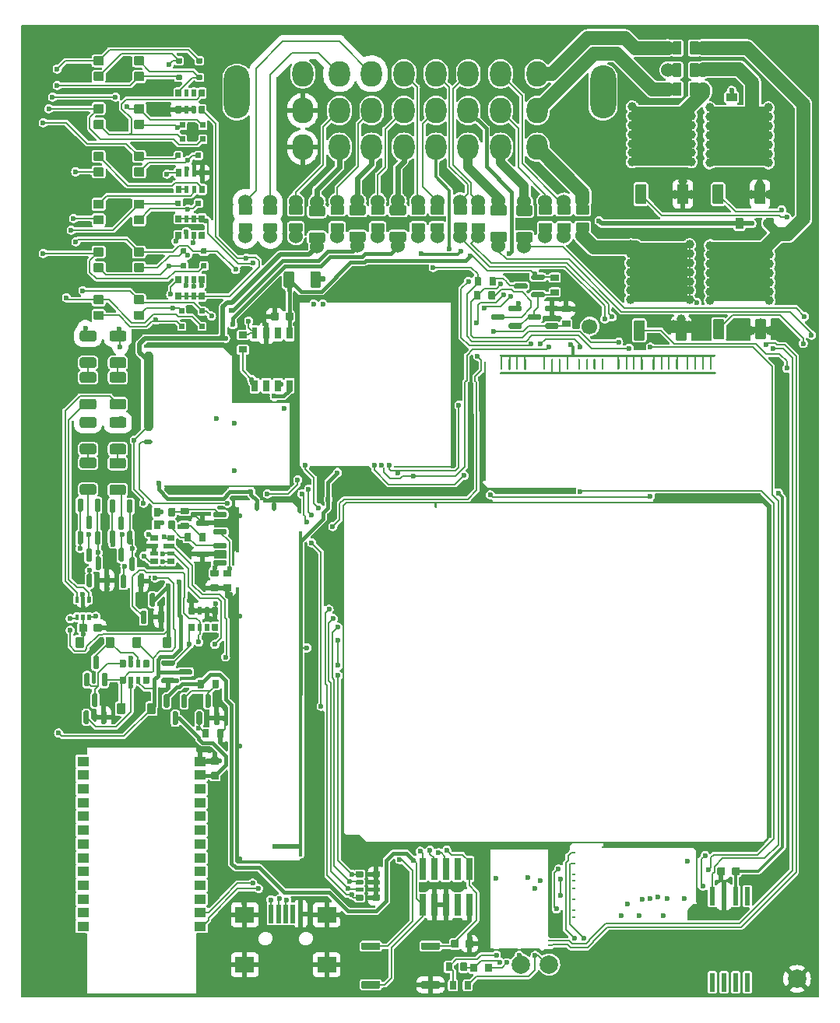
<source format=gtl>
G04 #@! TF.GenerationSoftware,KiCad,Pcbnew,(6.0.1)*
G04 #@! TF.CreationDate,2022-02-18T21:43:13+02:00*
G04 #@! TF.ProjectId,alphax_2ch,616c7068-6178-45f3-9263-682e6b696361,b*
G04 #@! TF.SameCoordinates,PX141f5e0PYa2cace0*
G04 #@! TF.FileFunction,Copper,L1,Top*
G04 #@! TF.FilePolarity,Positive*
%FSLAX46Y46*%
G04 Gerber Fmt 4.6, Leading zero omitted, Abs format (unit mm)*
G04 Created by KiCad (PCBNEW (6.0.1)) date 2022-02-18 21:43:13*
%MOMM*%
%LPD*%
G01*
G04 APERTURE LIST*
G04 #@! TA.AperFunction,SMDPad,CuDef*
%ADD10O,0.250000X5.800001*%
G04 #@! TD*
G04 #@! TA.AperFunction,SMDPad,CuDef*
%ADD11O,10.200000X0.250000*%
G04 #@! TD*
G04 #@! TA.AperFunction,SMDPad,CuDef*
%ADD12O,0.399999X0.200000*%
G04 #@! TD*
G04 #@! TA.AperFunction,ComponentPad*
%ADD13C,0.599999*%
G04 #@! TD*
G04 #@! TA.AperFunction,ComponentPad*
%ADD14C,1.524000*%
G04 #@! TD*
G04 #@! TA.AperFunction,SMDPad,CuDef*
%ADD15C,2.000000*%
G04 #@! TD*
G04 #@! TA.AperFunction,ComponentPad*
%ADD16C,1.700000*%
G04 #@! TD*
G04 #@! TA.AperFunction,SMDPad,CuDef*
%ADD17R,0.500000X2.000000*%
G04 #@! TD*
G04 #@! TA.AperFunction,SMDPad,CuDef*
%ADD18R,2.000000X1.700000*%
G04 #@! TD*
G04 #@! TA.AperFunction,SMDPad,CuDef*
%ADD19R,5.800000X6.400000*%
G04 #@! TD*
G04 #@! TA.AperFunction,SMDPad,CuDef*
%ADD20O,5.669999X0.200000*%
G04 #@! TD*
G04 #@! TA.AperFunction,SMDPad,CuDef*
%ADD21O,0.200000X11.100001*%
G04 #@! TD*
G04 #@! TA.AperFunction,SMDPad,CuDef*
%ADD22O,0.250000X0.499999*%
G04 #@! TD*
G04 #@! TA.AperFunction,SMDPad,CuDef*
%ADD23O,6.799999X0.200000*%
G04 #@! TD*
G04 #@! TA.AperFunction,SMDPad,CuDef*
%ADD24O,0.399999X9.800001*%
G04 #@! TD*
G04 #@! TA.AperFunction,SMDPad,CuDef*
%ADD25O,0.499999X0.250000*%
G04 #@! TD*
G04 #@! TA.AperFunction,SMDPad,CuDef*
%ADD26O,1.000001X0.499999*%
G04 #@! TD*
G04 #@! TA.AperFunction,SMDPad,CuDef*
%ADD27O,1.000001X8.744829*%
G04 #@! TD*
G04 #@! TA.AperFunction,SMDPad,CuDef*
%ADD28O,9.000000X0.399999*%
G04 #@! TD*
G04 #@! TA.AperFunction,SMDPad,CuDef*
%ADD29O,0.399999X5.399999*%
G04 #@! TD*
G04 #@! TA.AperFunction,SMDPad,CuDef*
%ADD30O,6.500000X0.200000*%
G04 #@! TD*
G04 #@! TA.AperFunction,SMDPad,CuDef*
%ADD31O,13.800000X0.200000*%
G04 #@! TD*
G04 #@! TA.AperFunction,SMDPad,CuDef*
%ADD32O,0.200000X0.499999*%
G04 #@! TD*
G04 #@! TA.AperFunction,SMDPad,CuDef*
%ADD33O,0.200000X9.199999*%
G04 #@! TD*
G04 #@! TA.AperFunction,SMDPad,CuDef*
%ADD34R,0.250000X18.200000*%
G04 #@! TD*
G04 #@! TA.AperFunction,SMDPad,CuDef*
%ADD35R,6.500000X0.250000*%
G04 #@! TD*
G04 #@! TA.AperFunction,SMDPad,CuDef*
%ADD36R,6.450000X0.250000*%
G04 #@! TD*
G04 #@! TA.AperFunction,SMDPad,CuDef*
%ADD37R,1.250000X0.250000*%
G04 #@! TD*
G04 #@! TA.AperFunction,SMDPad,CuDef*
%ADD38R,13.650000X0.250000*%
G04 #@! TD*
G04 #@! TA.AperFunction,SMDPad,CuDef*
%ADD39R,0.350000X0.250000*%
G04 #@! TD*
G04 #@! TA.AperFunction,SMDPad,CuDef*
%ADD40R,0.650000X1.310000*%
G04 #@! TD*
G04 #@! TA.AperFunction,SMDPad,CuDef*
%ADD41R,0.600000X1.310000*%
G04 #@! TD*
G04 #@! TA.AperFunction,SMDPad,CuDef*
%ADD42R,1.500000X1.325000*%
G04 #@! TD*
G04 #@! TA.AperFunction,SMDPad,CuDef*
%ADD43R,1.300000X1.000000*%
G04 #@! TD*
G04 #@! TA.AperFunction,ComponentPad*
%ADD44O,2.800000X5.800000*%
G04 #@! TD*
G04 #@! TA.AperFunction,ComponentPad*
%ADD45O,2.300000X2.800000*%
G04 #@! TD*
G04 #@! TA.AperFunction,SMDPad,CuDef*
%ADD46O,0.399999X5.000000*%
G04 #@! TD*
G04 #@! TA.AperFunction,SMDPad,CuDef*
%ADD47O,7.200001X0.399999*%
G04 #@! TD*
G04 #@! TA.AperFunction,SMDPad,CuDef*
%ADD48O,0.399999X30.000001*%
G04 #@! TD*
G04 #@! TA.AperFunction,SMDPad,CuDef*
%ADD49O,0.499999X1.000001*%
G04 #@! TD*
G04 #@! TA.AperFunction,SMDPad,CuDef*
%ADD50O,3.099999X0.200000*%
G04 #@! TD*
G04 #@! TA.AperFunction,SMDPad,CuDef*
%ADD51O,2.999999X0.499999*%
G04 #@! TD*
G04 #@! TA.AperFunction,SMDPad,CuDef*
%ADD52O,0.399999X35.400000*%
G04 #@! TD*
G04 #@! TA.AperFunction,SMDPad,CuDef*
%ADD53R,0.740000X2.400000*%
G04 #@! TD*
G04 #@! TA.AperFunction,ViaPad*
%ADD54C,0.600000*%
G04 #@! TD*
G04 #@! TA.AperFunction,ViaPad*
%ADD55C,1.000000*%
G04 #@! TD*
G04 #@! TA.AperFunction,Conductor*
%ADD56C,0.200000*%
G04 #@! TD*
G04 #@! TA.AperFunction,Conductor*
%ADD57C,0.400000*%
G04 #@! TD*
G04 #@! TA.AperFunction,Conductor*
%ADD58C,0.300000*%
G04 #@! TD*
G04 #@! TA.AperFunction,Conductor*
%ADD59C,0.203200*%
G04 #@! TD*
G04 #@! TA.AperFunction,Conductor*
%ADD60C,1.000000*%
G04 #@! TD*
G04 #@! TA.AperFunction,Conductor*
%ADD61C,1.500000*%
G04 #@! TD*
G04 #@! TA.AperFunction,Conductor*
%ADD62C,0.500000*%
G04 #@! TD*
G04 #@! TA.AperFunction,Conductor*
%ADD63C,0.600000*%
G04 #@! TD*
G04 APERTURE END LIST*
D10*
G04 #@! TO.P,M4,G,GND*
G04 #@! TO.N,GND*
X73638142Y13307611D03*
G04 #@! TA.AperFunction,SMDPad,CuDef*
G36*
G01*
X73258333Y16499916D02*
X73258333Y16499916D01*
G75*
G02*
X73435109Y16499916I88388J-88388D01*
G01*
X73717951Y16217074D01*
G75*
G02*
X73717951Y16040298I-88388J-88388D01*
G01*
X73717951Y16040298D01*
G75*
G02*
X73541175Y16040298I-88388J88388D01*
G01*
X73258333Y16323140D01*
G75*
G02*
X73258333Y16499916I88388J88388D01*
G01*
G37*
G04 #@! TD.AperFunction*
D11*
X68388147Y16420111D03*
D12*
G04 #@! TO.P,M4,S1,OUT_IGN8*
G04 #@! TO.N,unconnected-(M4-PadS1)*
X60263525Y8795163D03*
G04 #@! TO.P,M4,S2,OUT_IGN7*
G04 #@! TO.N,unconnected-(M4-PadS2)*
X60263525Y9555142D03*
G04 #@! TO.P,M4,S3,OUT_IGN6*
G04 #@! TO.N,unconnected-(M4-PadS3)*
X60263525Y10730135D03*
G04 #@! TO.P,M4,S4,OUT_IGN5*
G04 #@! TO.N,unconnected-(M4-PadS4)*
X60263525Y11905122D03*
G04 #@! TO.P,M4,S5,OUT_IGN4*
G04 #@! TO.N,unconnected-(M4-PadS5)*
X60263525Y12745034D03*
G04 #@! TO.P,M4,S6,OUT_IGN3*
G04 #@! TO.N,unconnected-(M4-PadS6)*
X60263525Y13495106D03*
G04 #@! TO.P,M4,S7,OUT_IGN2*
G04 #@! TO.N,/OUT_IGN2*
X60263525Y14670117D03*
G04 #@! TO.P,M4,S8,OUT_IGN1*
G04 #@! TO.N,/OUT_IGN1*
X60263525Y15845114D03*
D13*
G04 #@! TO.P,M4,V1,IGN8*
G04 #@! TO.N,GND*
X70363132Y10805111D03*
G04 #@! TO.P,M4,V2,IGN7*
X69938124Y8970101D03*
G04 #@! TO.P,M4,V3,IGN6*
X69388127Y11020109D03*
G04 #@! TO.P,M4,V4,IGN5*
X68513168Y10805114D03*
G04 #@! TO.P,M4,V5,IGN4*
X67663145Y10730107D03*
G04 #@! TO.P,M4,V6,IGN3*
X67338129Y8970101D03*
G04 #@! TO.P,M4,V7,IGN2*
G04 #@! TO.N,/IGN2*
X66038162Y10280101D03*
G04 #@! TO.P,M4,V8,IGN1*
G04 #@! TO.N,/IGN1*
X65388145Y8970101D03*
G04 #@! TO.P,M4,V9,VCC*
G04 #@! TO.N,+5V_IGN*
X72563148Y14895116D03*
G04 #@! TO.P,M4,V10,V33*
G04 #@! TO.N,+3V3_IGN*
X72263146Y10820110D03*
G04 #@! TD*
G04 #@! TO.P,R8,1,1*
G04 #@! TO.N,/CAN-*
G04 #@! TA.AperFunction,SMDPad,CuDef*
G36*
G01*
X50461417Y83351578D02*
X49211417Y83351578D01*
G75*
G02*
X49111417Y83451578I0J100000D01*
G01*
X49111417Y84251578D01*
G75*
G02*
X49211417Y84351578I100000J0D01*
G01*
X50461417Y84351578D01*
G75*
G02*
X50561417Y84251578I0J-100000D01*
G01*
X50561417Y83451578D01*
G75*
G02*
X50461417Y83351578I-100000J0D01*
G01*
G37*
G04 #@! TD.AperFunction*
D14*
X49836417Y82896579D03*
G04 #@! TO.P,R8,2,2*
G04 #@! TO.N,/C6*
X49836417Y86706579D03*
G04 #@! TA.AperFunction,SMDPad,CuDef*
G36*
G01*
X50461417Y85251600D02*
X49211417Y85251600D01*
G75*
G02*
X49111417Y85351600I0J100000D01*
G01*
X49111417Y86151600D01*
G75*
G02*
X49211417Y86251600I100000J0D01*
G01*
X50461417Y86251600D01*
G75*
G02*
X50561417Y86151600I0J-100000D01*
G01*
X50561417Y85351600D01*
G75*
G02*
X50461417Y85251600I-100000J0D01*
G01*
G37*
G04 #@! TD.AperFunction*
G04 #@! TD*
G04 #@! TO.P,R29,1*
G04 #@! TO.N,Net-(Q20-Pad3)*
G04 #@! TA.AperFunction,SMDPad,CuDef*
G36*
G01*
X17510000Y53350000D02*
X18290000Y53350000D01*
G75*
G02*
X18360000Y53280000I0J-70000D01*
G01*
X18360000Y52720000D01*
G75*
G02*
X18290000Y52650000I-70000J0D01*
G01*
X17510000Y52650000D01*
G75*
G02*
X17440000Y52720000I0J70000D01*
G01*
X17440000Y53280000D01*
G75*
G02*
X17510000Y53350000I70000J0D01*
G01*
G37*
G04 #@! TD.AperFunction*
G04 #@! TO.P,R29,2*
G04 #@! TO.N,+5VAS*
G04 #@! TA.AperFunction,SMDPad,CuDef*
G36*
G01*
X17510000Y51750000D02*
X18290000Y51750000D01*
G75*
G02*
X18360000Y51680000I0J-70000D01*
G01*
X18360000Y51120000D01*
G75*
G02*
X18290000Y51050000I-70000J0D01*
G01*
X17510000Y51050000D01*
G75*
G02*
X17440000Y51120000I0J70000D01*
G01*
X17440000Y51680000D01*
G75*
G02*
X17510000Y51750000I70000J0D01*
G01*
G37*
G04 #@! TD.AperFunction*
G04 #@! TD*
G04 #@! TO.P,R2,1*
G04 #@! TO.N,+12V*
G04 #@! TA.AperFunction,SMDPad,CuDef*
G36*
G01*
X16900000Y76065000D02*
X16900000Y76735000D01*
G75*
G02*
X16965000Y76800000I65000J0D01*
G01*
X17485000Y76800000D01*
G75*
G02*
X17550000Y76735000I0J-65000D01*
G01*
X17550000Y76065000D01*
G75*
G02*
X17485000Y76000000I-65000J0D01*
G01*
X16965000Y76000000D01*
G75*
G02*
X16900000Y76065000I0J65000D01*
G01*
G37*
G04 #@! TD.AperFunction*
G04 #@! TO.P,R2,2*
G04 #@! TA.AperFunction,SMDPad,CuDef*
G36*
G01*
X17875000Y76045000D02*
X17875000Y76755000D01*
G75*
G02*
X17920000Y76800000I45000J0D01*
G01*
X18280000Y76800000D01*
G75*
G02*
X18325000Y76755000I0J-45000D01*
G01*
X18325000Y76045000D01*
G75*
G02*
X18280000Y76000000I-45000J0D01*
G01*
X17920000Y76000000D01*
G75*
G02*
X17875000Y76045000I0J45000D01*
G01*
G37*
G04 #@! TD.AperFunction*
G04 #@! TO.P,R2,3*
G04 #@! TA.AperFunction,SMDPad,CuDef*
G36*
G01*
X18675000Y76045000D02*
X18675000Y76755000D01*
G75*
G02*
X18720000Y76800000I45000J0D01*
G01*
X19080000Y76800000D01*
G75*
G02*
X19125000Y76755000I0J-45000D01*
G01*
X19125000Y76045000D01*
G75*
G02*
X19080000Y76000000I-45000J0D01*
G01*
X18720000Y76000000D01*
G75*
G02*
X18675000Y76045000I0J45000D01*
G01*
G37*
G04 #@! TD.AperFunction*
G04 #@! TO.P,R2,4*
G04 #@! TA.AperFunction,SMDPad,CuDef*
G36*
G01*
X19450000Y76065000D02*
X19450000Y76735000D01*
G75*
G02*
X19515000Y76800000I65000J0D01*
G01*
X20035000Y76800000D01*
G75*
G02*
X20100000Y76735000I0J-65000D01*
G01*
X20100000Y76065000D01*
G75*
G02*
X20035000Y76000000I-65000J0D01*
G01*
X19515000Y76000000D01*
G75*
G02*
X19450000Y76065000I0J65000D01*
G01*
G37*
G04 #@! TD.AperFunction*
G04 #@! TO.P,R2,5*
G04 #@! TO.N,Net-(D16-Pad1)*
G04 #@! TA.AperFunction,SMDPad,CuDef*
G36*
G01*
X19450000Y77865000D02*
X19450000Y78535000D01*
G75*
G02*
X19515000Y78600000I65000J0D01*
G01*
X20035000Y78600000D01*
G75*
G02*
X20100000Y78535000I0J-65000D01*
G01*
X20100000Y77865000D01*
G75*
G02*
X20035000Y77800000I-65000J0D01*
G01*
X19515000Y77800000D01*
G75*
G02*
X19450000Y77865000I0J65000D01*
G01*
G37*
G04 #@! TD.AperFunction*
G04 #@! TO.P,R2,6*
G04 #@! TO.N,Net-(D15-Pad1)*
G04 #@! TA.AperFunction,SMDPad,CuDef*
G36*
G01*
X18675000Y77845000D02*
X18675000Y78555000D01*
G75*
G02*
X18720000Y78600000I45000J0D01*
G01*
X19080000Y78600000D01*
G75*
G02*
X19125000Y78555000I0J-45000D01*
G01*
X19125000Y77845000D01*
G75*
G02*
X19080000Y77800000I-45000J0D01*
G01*
X18720000Y77800000D01*
G75*
G02*
X18675000Y77845000I0J45000D01*
G01*
G37*
G04 #@! TD.AperFunction*
G04 #@! TO.P,R2,7*
G04 #@! TO.N,Net-(D14-Pad1)*
G04 #@! TA.AperFunction,SMDPad,CuDef*
G36*
G01*
X17875000Y77845000D02*
X17875000Y78555000D01*
G75*
G02*
X17920000Y78600000I45000J0D01*
G01*
X18280000Y78600000D01*
G75*
G02*
X18325000Y78555000I0J-45000D01*
G01*
X18325000Y77845000D01*
G75*
G02*
X18280000Y77800000I-45000J0D01*
G01*
X17920000Y77800000D01*
G75*
G02*
X17875000Y77845000I0J45000D01*
G01*
G37*
G04 #@! TD.AperFunction*
G04 #@! TO.P,R2,8*
G04 #@! TO.N,Net-(D13-Pad1)*
G04 #@! TA.AperFunction,SMDPad,CuDef*
G36*
G01*
X16900000Y77865000D02*
X16900000Y78535000D01*
G75*
G02*
X16965000Y78600000I65000J0D01*
G01*
X17485000Y78600000D01*
G75*
G02*
X17550000Y78535000I0J-65000D01*
G01*
X17550000Y77865000D01*
G75*
G02*
X17485000Y77800000I-65000J0D01*
G01*
X16965000Y77800000D01*
G75*
G02*
X16900000Y77865000I0J65000D01*
G01*
G37*
G04 #@! TD.AperFunction*
G04 #@! TD*
G04 #@! TO.P,R4,1*
G04 #@! TO.N,GND*
G04 #@! TA.AperFunction,SMDPad,CuDef*
G36*
G01*
X20124000Y90147000D02*
X20124000Y89477000D01*
G75*
G02*
X20059000Y89412000I-65000J0D01*
G01*
X19539000Y89412000D01*
G75*
G02*
X19474000Y89477000I0J65000D01*
G01*
X19474000Y90147000D01*
G75*
G02*
X19539000Y90212000I65000J0D01*
G01*
X20059000Y90212000D01*
G75*
G02*
X20124000Y90147000I0J-65000D01*
G01*
G37*
G04 #@! TD.AperFunction*
G04 #@! TO.P,R4,2*
G04 #@! TA.AperFunction,SMDPad,CuDef*
G36*
G01*
X19149000Y90167000D02*
X19149000Y89457000D01*
G75*
G02*
X19104000Y89412000I-45000J0D01*
G01*
X18744000Y89412000D01*
G75*
G02*
X18699000Y89457000I0J45000D01*
G01*
X18699000Y90167000D01*
G75*
G02*
X18744000Y90212000I45000J0D01*
G01*
X19104000Y90212000D01*
G75*
G02*
X19149000Y90167000I0J-45000D01*
G01*
G37*
G04 #@! TD.AperFunction*
G04 #@! TO.P,R4,3*
G04 #@! TO.N,+5V*
G04 #@! TA.AperFunction,SMDPad,CuDef*
G36*
G01*
X18349000Y90167000D02*
X18349000Y89457000D01*
G75*
G02*
X18304000Y89412000I-45000J0D01*
G01*
X17944000Y89412000D01*
G75*
G02*
X17899000Y89457000I0J45000D01*
G01*
X17899000Y90167000D01*
G75*
G02*
X17944000Y90212000I45000J0D01*
G01*
X18304000Y90212000D01*
G75*
G02*
X18349000Y90167000I0J-45000D01*
G01*
G37*
G04 #@! TD.AperFunction*
G04 #@! TO.P,R4,4*
G04 #@! TO.N,Net-(D1-Pad1)*
G04 #@! TA.AperFunction,SMDPad,CuDef*
G36*
G01*
X17574000Y90147000D02*
X17574000Y89477000D01*
G75*
G02*
X17509000Y89412000I-65000J0D01*
G01*
X16989000Y89412000D01*
G75*
G02*
X16924000Y89477000I0J65000D01*
G01*
X16924000Y90147000D01*
G75*
G02*
X16989000Y90212000I65000J0D01*
G01*
X17509000Y90212000D01*
G75*
G02*
X17574000Y90147000I0J-65000D01*
G01*
G37*
G04 #@! TD.AperFunction*
G04 #@! TO.P,R4,5*
G04 #@! TO.N,Net-(R4-Pad5)*
G04 #@! TA.AperFunction,SMDPad,CuDef*
G36*
G01*
X17574000Y88347000D02*
X17574000Y87677000D01*
G75*
G02*
X17509000Y87612000I-65000J0D01*
G01*
X16989000Y87612000D01*
G75*
G02*
X16924000Y87677000I0J65000D01*
G01*
X16924000Y88347000D01*
G75*
G02*
X16989000Y88412000I65000J0D01*
G01*
X17509000Y88412000D01*
G75*
G02*
X17574000Y88347000I0J-65000D01*
G01*
G37*
G04 #@! TD.AperFunction*
G04 #@! TO.P,R4,6*
G04 #@! TA.AperFunction,SMDPad,CuDef*
G36*
G01*
X18349000Y88367000D02*
X18349000Y87657000D01*
G75*
G02*
X18304000Y87612000I-45000J0D01*
G01*
X17944000Y87612000D01*
G75*
G02*
X17899000Y87657000I0J45000D01*
G01*
X17899000Y88367000D01*
G75*
G02*
X17944000Y88412000I45000J0D01*
G01*
X18304000Y88412000D01*
G75*
G02*
X18349000Y88367000I0J-45000D01*
G01*
G37*
G04 #@! TD.AperFunction*
G04 #@! TO.P,R4,7*
G04 #@! TO.N,Net-(D19-Pad2)*
G04 #@! TA.AperFunction,SMDPad,CuDef*
G36*
G01*
X19149000Y88367000D02*
X19149000Y87657000D01*
G75*
G02*
X19104000Y87612000I-45000J0D01*
G01*
X18744000Y87612000D01*
G75*
G02*
X18699000Y87657000I0J45000D01*
G01*
X18699000Y88367000D01*
G75*
G02*
X18744000Y88412000I45000J0D01*
G01*
X19104000Y88412000D01*
G75*
G02*
X19149000Y88367000I0J-45000D01*
G01*
G37*
G04 #@! TD.AperFunction*
G04 #@! TO.P,R4,8*
G04 #@! TO.N,Net-(D18-Pad2)*
G04 #@! TA.AperFunction,SMDPad,CuDef*
G36*
G01*
X20124000Y88347000D02*
X20124000Y87677000D01*
G75*
G02*
X20059000Y87612000I-65000J0D01*
G01*
X19539000Y87612000D01*
G75*
G02*
X19474000Y87677000I0J65000D01*
G01*
X19474000Y88347000D01*
G75*
G02*
X19539000Y88412000I65000J0D01*
G01*
X20059000Y88412000D01*
G75*
G02*
X20124000Y88347000I0J-65000D01*
G01*
G37*
G04 #@! TD.AperFunction*
G04 #@! TD*
G04 #@! TO.P,C3,1*
G04 #@! TO.N,GND*
G04 #@! TA.AperFunction,SMDPad,CuDef*
G36*
G01*
X20860000Y26215001D02*
X21540000Y26215001D01*
G75*
G02*
X21625000Y26130001I0J-85000D01*
G01*
X21625000Y25450001D01*
G75*
G02*
X21540000Y25365001I-85000J0D01*
G01*
X20860000Y25365001D01*
G75*
G02*
X20775000Y25450001I0J85000D01*
G01*
X20775000Y26130001D01*
G75*
G02*
X20860000Y26215001I85000J0D01*
G01*
G37*
G04 #@! TD.AperFunction*
G04 #@! TO.P,C3,2*
G04 #@! TO.N,/BT_3V3*
G04 #@! TA.AperFunction,SMDPad,CuDef*
G36*
G01*
X20860000Y24634999D02*
X21540000Y24634999D01*
G75*
G02*
X21625000Y24549999I0J-85000D01*
G01*
X21625000Y23869999D01*
G75*
G02*
X21540000Y23784999I-85000J0D01*
G01*
X20860000Y23784999D01*
G75*
G02*
X20775000Y23869999I0J85000D01*
G01*
X20775000Y24549999D01*
G75*
G02*
X20860000Y24634999I85000J0D01*
G01*
G37*
G04 #@! TD.AperFunction*
G04 #@! TD*
G04 #@! TO.P,R9,1,1*
G04 #@! TO.N,/CAN+*
X47882571Y82918049D03*
G04 #@! TA.AperFunction,SMDPad,CuDef*
G36*
G01*
X48507571Y83373048D02*
X47257571Y83373048D01*
G75*
G02*
X47157571Y83473048I0J100000D01*
G01*
X47157571Y84273048D01*
G75*
G02*
X47257571Y84373048I100000J0D01*
G01*
X48507571Y84373048D01*
G75*
G02*
X48607571Y84273048I0J-100000D01*
G01*
X48607571Y83473048D01*
G75*
G02*
X48507571Y83373048I-100000J0D01*
G01*
G37*
G04 #@! TD.AperFunction*
G04 #@! TO.P,R9,2,2*
G04 #@! TO.N,/C5*
G04 #@! TA.AperFunction,SMDPad,CuDef*
G36*
G01*
X48507571Y85273070D02*
X47257571Y85273070D01*
G75*
G02*
X47157571Y85373070I0J100000D01*
G01*
X47157571Y86173070D01*
G75*
G02*
X47257571Y86273070I100000J0D01*
G01*
X48507571Y86273070D01*
G75*
G02*
X48607571Y86173070I0J-100000D01*
G01*
X48607571Y85373070D01*
G75*
G02*
X48507571Y85273070I-100000J0D01*
G01*
G37*
G04 #@! TD.AperFunction*
X47882571Y86728049D03*
G04 #@! TD*
G04 #@! TO.P,R21,1*
G04 #@! TO.N,Net-(R21-Pad1)*
G04 #@! TA.AperFunction,SMDPad,CuDef*
G36*
G01*
X8300000Y60094990D02*
X8300000Y59404990D01*
G75*
G02*
X8070000Y59174990I-230000J0D01*
G01*
X6730000Y59174990D01*
G75*
G02*
X6500000Y59404990I0J230000D01*
G01*
X6500000Y60094990D01*
G75*
G02*
X6730000Y60324990I230000J0D01*
G01*
X8070000Y60324990D01*
G75*
G02*
X8300000Y60094990I0J-230000D01*
G01*
G37*
G04 #@! TD.AperFunction*
G04 #@! TO.P,R21,2*
G04 #@! TO.N,/IN_CRANK+*
G04 #@! TA.AperFunction,SMDPad,CuDef*
G36*
G01*
X8300000Y62995010D02*
X8300000Y62305010D01*
G75*
G02*
X8070000Y62075010I-230000J0D01*
G01*
X6730000Y62075010D01*
G75*
G02*
X6500000Y62305010I0J230000D01*
G01*
X6500000Y62995010D01*
G75*
G02*
X6730000Y63225010I230000J0D01*
G01*
X8070000Y63225010D01*
G75*
G02*
X8300000Y62995010I0J-230000D01*
G01*
G37*
G04 #@! TD.AperFunction*
G04 #@! TD*
D15*
G04 #@! TO.P,J5,1,Pin_1*
G04 #@! TO.N,/CAN_RX*
X54500000Y3650000D03*
G04 #@! TD*
D14*
G04 #@! TO.P,F4,1,1*
G04 #@! TO.N,/A3*
X36700000Y86750000D03*
G04 #@! TA.AperFunction,SMDPad,CuDef*
G36*
G01*
X35800000Y85405010D02*
X35800000Y86095010D01*
G75*
G02*
X36030000Y86325010I230000J0D01*
G01*
X37370000Y86325010D01*
G75*
G02*
X37600000Y86095010I0J-230000D01*
G01*
X37600000Y85405010D01*
G75*
G02*
X37370000Y85175010I-230000J0D01*
G01*
X36030000Y85175010D01*
G75*
G02*
X35800000Y85405010I0J230000D01*
G01*
G37*
G04 #@! TD.AperFunction*
G04 #@! TO.P,F4,2,2*
G04 #@! TO.N,/OUT_PUMP_RELAY*
X36700000Y81850000D03*
G04 #@! TA.AperFunction,SMDPad,CuDef*
G36*
G01*
X35800000Y82504990D02*
X35800000Y83194990D01*
G75*
G02*
X36030000Y83424990I230000J0D01*
G01*
X37370000Y83424990D01*
G75*
G02*
X37600000Y83194990I0J-230000D01*
G01*
X37600000Y82504990D01*
G75*
G02*
X37370000Y82274990I-230000J0D01*
G01*
X36030000Y82274990D01*
G75*
G02*
X35800000Y82504990I0J230000D01*
G01*
G37*
G04 #@! TD.AperFunction*
G04 #@! TD*
G04 #@! TO.P,Q13,1,G*
G04 #@! TO.N,Net-(Q12-Pad2)*
G04 #@! TA.AperFunction,SMDPad,CuDef*
G36*
G01*
X57075000Y76700000D02*
X57075000Y76400000D01*
G75*
G02*
X56925000Y76250000I-150000J0D01*
G01*
X55750000Y76250000D01*
G75*
G02*
X55600000Y76400000I0J150000D01*
G01*
X55600000Y76700000D01*
G75*
G02*
X55750000Y76850000I150000J0D01*
G01*
X56925000Y76850000D01*
G75*
G02*
X57075000Y76700000I0J-150000D01*
G01*
G37*
G04 #@! TD.AperFunction*
G04 #@! TO.P,Q13,2,D*
G04 #@! TO.N,Net-(Q13-Pad2)*
G04 #@! TA.AperFunction,SMDPad,CuDef*
G36*
G01*
X55200000Y77650000D02*
X55200000Y77350000D01*
G75*
G02*
X55050000Y77200000I-150000J0D01*
G01*
X53875000Y77200000D01*
G75*
G02*
X53725000Y77350000I0J150000D01*
G01*
X53725000Y77650000D01*
G75*
G02*
X53875000Y77800000I150000J0D01*
G01*
X55050000Y77800000D01*
G75*
G02*
X55200000Y77650000I0J-150000D01*
G01*
G37*
G04 #@! TD.AperFunction*
G04 #@! TO.P,Q13,3,S*
G04 #@! TO.N,+5VAS*
G04 #@! TA.AperFunction,SMDPad,CuDef*
G36*
G01*
X57075000Y78600000D02*
X57075000Y78300000D01*
G75*
G02*
X56925000Y78150000I-150000J0D01*
G01*
X55750000Y78150000D01*
G75*
G02*
X55600000Y78300000I0J150000D01*
G01*
X55600000Y78600000D01*
G75*
G02*
X55750000Y78750000I150000J0D01*
G01*
X56925000Y78750000D01*
G75*
G02*
X57075000Y78600000I0J-150000D01*
G01*
G37*
G04 #@! TD.AperFunction*
G04 #@! TD*
G04 #@! TO.P,M5,E1,GND*
G04 #@! TO.N,GND*
G04 #@! TA.AperFunction,SMDPad,CuDef*
G36*
G01*
X50475000Y56384672D02*
X50475000Y69184672D01*
G75*
G02*
X50575000Y69284672I100000J0D01*
G01*
X50575000Y69284672D01*
G75*
G02*
X50675000Y69184672I0J-100000D01*
G01*
X50675000Y56384672D01*
G75*
G02*
X50575000Y56284672I-100000J0D01*
G01*
X50575000Y56284672D01*
G75*
G02*
X50475000Y56384672I0J100000D01*
G01*
G37*
G04 #@! TD.AperFunction*
G04 #@! TO.P,M5,J1,PULL_V5A*
G04 #@! TO.N,+5VA*
G04 #@! TA.AperFunction,SMDPad,CuDef*
G36*
G01*
X52255000Y68129681D02*
X75605000Y68129681D01*
G75*
G02*
X75730000Y68004681I0J-125000D01*
G01*
X75730000Y68004681D01*
G75*
G02*
X75605000Y67879681I-125000J0D01*
G01*
X52255000Y67879681D01*
G75*
G02*
X52130000Y68004681I0J125000D01*
G01*
X52130000Y68004681D01*
G75*
G02*
X52255000Y68129681I125000J0D01*
G01*
G37*
G04 #@! TD.AperFunction*
G04 #@! TO.P,M5,J2,PULL_GNDA*
G04 #@! TO.N,GNDA*
G04 #@! TA.AperFunction,SMDPad,CuDef*
G36*
G01*
X75580000Y69804644D02*
X52230000Y69804644D01*
G75*
G02*
X52105000Y69929644I0J125000D01*
G01*
X52105000Y69929644D01*
G75*
G02*
X52230000Y70054644I125000J0D01*
G01*
X75580000Y70054644D01*
G75*
G02*
X75705000Y69929644I0J-125000D01*
G01*
X75705000Y69929644D01*
G75*
G02*
X75580000Y69804644I-125000J0D01*
G01*
G37*
G04 #@! TD.AperFunction*
G04 #@! TO.P,M5,J3,PULL_RES2*
G04 #@! TA.AperFunction,SMDPad,CuDef*
G36*
G01*
X75229983Y69504663D02*
X75229983Y68454663D01*
G75*
G02*
X75129983Y68354663I-100000J0D01*
G01*
X75129983Y68354663D01*
G75*
G02*
X75029983Y68454663I0J100000D01*
G01*
X75029983Y69504663D01*
G75*
G02*
X75129983Y69604663I100000J0D01*
G01*
X75129983Y69604663D01*
G75*
G02*
X75229983Y69504663I0J-100000D01*
G01*
G37*
G04 #@! TD.AperFunction*
G04 #@! TO.P,M5,J4,PULL_O2S2*
G04 #@! TA.AperFunction,SMDPad,CuDef*
G36*
G01*
X74354984Y69504663D02*
X74354984Y68454663D01*
G75*
G02*
X74254984Y68354663I-100000J0D01*
G01*
X74254984Y68354663D01*
G75*
G02*
X74154984Y68454663I0J100000D01*
G01*
X74154984Y69504663D01*
G75*
G02*
X74254984Y69604663I100000J0D01*
G01*
X74254984Y69604663D01*
G75*
G02*
X74354984Y69504663I0J-100000D01*
G01*
G37*
G04 #@! TD.AperFunction*
G04 #@! TO.P,M5,J5,PULL_PPS*
G04 #@! TA.AperFunction,SMDPad,CuDef*
G36*
G01*
X73554958Y69504674D02*
X73554958Y68454674D01*
G75*
G02*
X73454958Y68354674I-100000J0D01*
G01*
X73454958Y68354674D01*
G75*
G02*
X73354958Y68454674I0J100000D01*
G01*
X73354958Y69504674D01*
G75*
G02*
X73454958Y69604674I100000J0D01*
G01*
X73454958Y69604674D01*
G75*
G02*
X73554958Y69504674I0J-100000D01*
G01*
G37*
G04 #@! TD.AperFunction*
G04 #@! TO.P,M5,J6,PULL_RES1*
G04 #@! TA.AperFunction,SMDPad,CuDef*
G36*
G01*
X72679955Y69504674D02*
X72679955Y68454674D01*
G75*
G02*
X72579955Y68354674I-100000J0D01*
G01*
X72579955Y68354674D01*
G75*
G02*
X72479955Y68454674I0J100000D01*
G01*
X72479955Y69504674D01*
G75*
G02*
X72579955Y69604674I100000J0D01*
G01*
X72579955Y69604674D01*
G75*
G02*
X72679955Y69504674I0J-100000D01*
G01*
G37*
G04 #@! TD.AperFunction*
G04 #@! TO.P,M5,J7,PULL_AUX4*
G04 #@! TA.AperFunction,SMDPad,CuDef*
G36*
G01*
X71554997Y69504674D02*
X71554997Y68454674D01*
G75*
G02*
X71454997Y68354674I-100000J0D01*
G01*
X71454997Y68354674D01*
G75*
G02*
X71354997Y68454674I0J100000D01*
G01*
X71354997Y69504674D01*
G75*
G02*
X71454997Y69604674I100000J0D01*
G01*
X71454997Y69604674D01*
G75*
G02*
X71554997Y69504674I0J-100000D01*
G01*
G37*
G04 #@! TD.AperFunction*
G04 #@! TO.P,M5,J8,PULL_AUX3*
G04 #@! TA.AperFunction,SMDPad,CuDef*
G36*
G01*
X70679995Y69504674D02*
X70679995Y68454674D01*
G75*
G02*
X70579995Y68354674I-100000J0D01*
G01*
X70579995Y68354674D01*
G75*
G02*
X70479995Y68454674I0J100000D01*
G01*
X70479995Y69504674D01*
G75*
G02*
X70579995Y69604674I100000J0D01*
G01*
X70579995Y69604674D01*
G75*
G02*
X70679995Y69504674I0J-100000D01*
G01*
G37*
G04 #@! TD.AperFunction*
G04 #@! TO.P,M5,J9,PULL_AUX2*
G04 #@! TA.AperFunction,SMDPad,CuDef*
G36*
G01*
X69879997Y69504674D02*
X69879997Y68454674D01*
G75*
G02*
X69779997Y68354674I-100000J0D01*
G01*
X69779997Y68354674D01*
G75*
G02*
X69679997Y68454674I0J100000D01*
G01*
X69679997Y69504674D01*
G75*
G02*
X69779997Y69604674I100000J0D01*
G01*
X69779997Y69604674D01*
G75*
G02*
X69879997Y69504674I0J-100000D01*
G01*
G37*
G04 #@! TD.AperFunction*
G04 #@! TO.P,M5,J10,PULL_AUX1*
G04 #@! TA.AperFunction,SMDPad,CuDef*
G36*
G01*
X69004995Y69504674D02*
X69004995Y68454674D01*
G75*
G02*
X68904995Y68354674I-100000J0D01*
G01*
X68904995Y68354674D01*
G75*
G02*
X68804995Y68454674I0J100000D01*
G01*
X68804995Y69504674D01*
G75*
G02*
X68904995Y69604674I100000J0D01*
G01*
X68904995Y69604674D01*
G75*
G02*
X69004995Y69504674I0J-100000D01*
G01*
G37*
G04 #@! TD.AperFunction*
G04 #@! TO.P,M5,J11,PULL_RES3*
G04 #@! TA.AperFunction,SMDPad,CuDef*
G36*
G01*
X67729998Y69504674D02*
X67729998Y68454674D01*
G75*
G02*
X67629998Y68354674I-100000J0D01*
G01*
X67629998Y68354674D01*
G75*
G02*
X67529998Y68454674I0J100000D01*
G01*
X67529998Y69504674D01*
G75*
G02*
X67629998Y69604674I100000J0D01*
G01*
X67629998Y69604674D01*
G75*
G02*
X67729998Y69504674I0J-100000D01*
G01*
G37*
G04 #@! TD.AperFunction*
G04 #@! TO.P,M5,J12,PULL_MAP3*
G04 #@! TA.AperFunction,SMDPad,CuDef*
G36*
G01*
X66854996Y69504674D02*
X66854996Y68454674D01*
G75*
G02*
X66754996Y68354674I-100000J0D01*
G01*
X66754996Y68354674D01*
G75*
G02*
X66654996Y68454674I0J100000D01*
G01*
X66654996Y69504674D01*
G75*
G02*
X66754996Y69604674I100000J0D01*
G01*
X66754996Y69604674D01*
G75*
G02*
X66854996Y69504674I0J-100000D01*
G01*
G37*
G04 #@! TD.AperFunction*
G04 #@! TO.P,M5,J13,PULL_MAP2*
G04 #@! TA.AperFunction,SMDPad,CuDef*
G36*
G01*
X66054998Y69504674D02*
X66054998Y68454674D01*
G75*
G02*
X65954998Y68354674I-100000J0D01*
G01*
X65954998Y68354674D01*
G75*
G02*
X65854998Y68454674I0J100000D01*
G01*
X65854998Y69504674D01*
G75*
G02*
X65954998Y69604674I100000J0D01*
G01*
X65954998Y69604674D01*
G75*
G02*
X66054998Y69504674I0J-100000D01*
G01*
G37*
G04 #@! TD.AperFunction*
G04 #@! TO.P,M5,J14,PULL_MAP1*
G04 #@! TA.AperFunction,SMDPad,CuDef*
G36*
G01*
X65179996Y69504674D02*
X65179996Y68454674D01*
G75*
G02*
X65079996Y68354674I-100000J0D01*
G01*
X65079996Y68354674D01*
G75*
G02*
X64979996Y68454674I0J100000D01*
G01*
X64979996Y69504674D01*
G75*
G02*
X65079996Y69604674I100000J0D01*
G01*
X65079996Y69604674D01*
G75*
G02*
X65179996Y69504674I0J-100000D01*
G01*
G37*
G04 #@! TD.AperFunction*
G04 #@! TO.P,M5,J15,PULL_IAT*
G04 #@! TO.N,unconnected-(M5-PadJ15)*
G04 #@! TA.AperFunction,SMDPad,CuDef*
G36*
G01*
X63454993Y69504674D02*
X63454993Y68454674D01*
G75*
G02*
X63354993Y68354674I-100000J0D01*
G01*
X63354993Y68354674D01*
G75*
G02*
X63254993Y68454674I0J100000D01*
G01*
X63254993Y69504674D01*
G75*
G02*
X63354993Y69604674I100000J0D01*
G01*
X63354993Y69604674D01*
G75*
G02*
X63454993Y69504674I0J-100000D01*
G01*
G37*
G04 #@! TD.AperFunction*
G04 #@! TO.P,M5,J16,PULL_CLT*
G04 #@! TO.N,unconnected-(M5-PadJ16)*
G04 #@! TA.AperFunction,SMDPad,CuDef*
G36*
G01*
X62579991Y69504674D02*
X62579991Y68454674D01*
G75*
G02*
X62479991Y68354674I-100000J0D01*
G01*
X62479991Y68354674D01*
G75*
G02*
X62379991Y68454674I0J100000D01*
G01*
X62379991Y69504674D01*
G75*
G02*
X62479991Y69604674I100000J0D01*
G01*
X62479991Y69604674D01*
G75*
G02*
X62579991Y69504674I0J-100000D01*
G01*
G37*
G04 #@! TD.AperFunction*
G04 #@! TO.P,M5,J17,PULL_CAM*
G04 #@! TO.N,unconnected-(M5-PadJ17)*
G04 #@! TA.AperFunction,SMDPad,CuDef*
G36*
G01*
X61779992Y69504674D02*
X61779992Y68454674D01*
G75*
G02*
X61679992Y68354674I-100000J0D01*
G01*
X61679992Y68354674D01*
G75*
G02*
X61579992Y68454674I0J100000D01*
G01*
X61579992Y69504674D01*
G75*
G02*
X61679992Y69604674I100000J0D01*
G01*
X61679992Y69604674D01*
G75*
G02*
X61779992Y69504674I0J-100000D01*
G01*
G37*
G04 #@! TD.AperFunction*
G04 #@! TO.P,M5,J18,PULL_VSS*
G04 #@! TO.N,unconnected-(M5-PadJ18)*
G04 #@! TA.AperFunction,SMDPad,CuDef*
G36*
G01*
X60904990Y69504674D02*
X60904990Y68454674D01*
G75*
G02*
X60804990Y68354674I-100000J0D01*
G01*
X60804990Y68354674D01*
G75*
G02*
X60704990Y68454674I0J100000D01*
G01*
X60704990Y69504674D01*
G75*
G02*
X60804990Y69604674I100000J0D01*
G01*
X60804990Y69604674D01*
G75*
G02*
X60904990Y69504674I0J-100000D01*
G01*
G37*
G04 #@! TD.AperFunction*
G04 #@! TO.P,M5,J19,PULL_TPS*
G04 #@! TO.N,GNDA*
G04 #@! TA.AperFunction,SMDPad,CuDef*
G36*
G01*
X59655003Y69504674D02*
X59655003Y68454674D01*
G75*
G02*
X59555003Y68354674I-100000J0D01*
G01*
X59555003Y68354674D01*
G75*
G02*
X59455003Y68454674I0J100000D01*
G01*
X59455003Y69504674D01*
G75*
G02*
X59555003Y69604674I100000J0D01*
G01*
X59555003Y69604674D01*
G75*
G02*
X59655003Y69504674I0J-100000D01*
G01*
G37*
G04 #@! TD.AperFunction*
G04 #@! TO.P,M5,J20,PULL_O2S*
G04 #@! TO.N,+5VA*
G04 #@! TA.AperFunction,SMDPad,CuDef*
G36*
G01*
X58780000Y69504674D02*
X58780000Y68454674D01*
G75*
G02*
X58680000Y68354674I-100000J0D01*
G01*
X58680000Y68354674D01*
G75*
G02*
X58580000Y68454674I0J100000D01*
G01*
X58580000Y69504674D01*
G75*
G02*
X58680000Y69604674I100000J0D01*
G01*
X58680000Y69604674D01*
G75*
G02*
X58780000Y69504674I0J-100000D01*
G01*
G37*
G04 #@! TD.AperFunction*
G04 #@! TO.P,M5,J21,PULL_CRANK*
G04 #@! TA.AperFunction,SMDPad,CuDef*
G36*
G01*
X57980003Y69504674D02*
X57980003Y68454674D01*
G75*
G02*
X57880003Y68354674I-100000J0D01*
G01*
X57880003Y68354674D01*
G75*
G02*
X57780003Y68454674I0J100000D01*
G01*
X57780003Y69504674D01*
G75*
G02*
X57880003Y69604674I100000J0D01*
G01*
X57880003Y69604674D01*
G75*
G02*
X57980003Y69504674I0J-100000D01*
G01*
G37*
G04 #@! TD.AperFunction*
G04 #@! TO.P,M5,J22,PULL_KNOCK*
G04 #@! TO.N,GNDA*
G04 #@! TA.AperFunction,SMDPad,CuDef*
G36*
G01*
X57105000Y69504674D02*
X57105000Y68454674D01*
G75*
G02*
X57005000Y68354674I-100000J0D01*
G01*
X57005000Y68354674D01*
G75*
G02*
X56905000Y68454674I0J100000D01*
G01*
X56905000Y69504674D01*
G75*
G02*
X57005000Y69604674I100000J0D01*
G01*
X57005000Y69604674D01*
G75*
G02*
X57105000Y69504674I0J-100000D01*
G01*
G37*
G04 #@! TD.AperFunction*
G04 #@! TO.P,M5,J23,PULL_SENS4*
G04 #@! TA.AperFunction,SMDPad,CuDef*
G36*
G01*
X55024989Y69504679D02*
X55024989Y68454679D01*
G75*
G02*
X54924989Y68354679I-100000J0D01*
G01*
X54924989Y68354679D01*
G75*
G02*
X54824989Y68454679I0J100000D01*
G01*
X54824989Y69504679D01*
G75*
G02*
X54924989Y69604679I100000J0D01*
G01*
X54924989Y69604679D01*
G75*
G02*
X55024989Y69504679I0J-100000D01*
G01*
G37*
G04 #@! TD.AperFunction*
G04 #@! TO.P,M5,J24,PULL_SENS3*
G04 #@! TA.AperFunction,SMDPad,CuDef*
G36*
G01*
X54149987Y69504679D02*
X54149987Y68454679D01*
G75*
G02*
X54049987Y68354679I-100000J0D01*
G01*
X54049987Y68354679D01*
G75*
G02*
X53949987Y68454679I0J100000D01*
G01*
X53949987Y69504679D01*
G75*
G02*
X54049987Y69604679I100000J0D01*
G01*
X54049987Y69604679D01*
G75*
G02*
X54149987Y69504679I0J-100000D01*
G01*
G37*
G04 #@! TD.AperFunction*
G04 #@! TO.P,M5,J25,PULL_SENS2*
G04 #@! TA.AperFunction,SMDPad,CuDef*
G36*
G01*
X53349989Y69504679D02*
X53349989Y68454679D01*
G75*
G02*
X53249989Y68354679I-100000J0D01*
G01*
X53249989Y68354679D01*
G75*
G02*
X53149989Y68454679I0J100000D01*
G01*
X53149989Y69504679D01*
G75*
G02*
X53249989Y69604679I100000J0D01*
G01*
X53249989Y69604679D01*
G75*
G02*
X53349989Y69504679I0J-100000D01*
G01*
G37*
G04 #@! TD.AperFunction*
G04 #@! TO.P,M5,J26,PULL_SENS1*
G04 #@! TA.AperFunction,SMDPad,CuDef*
G36*
G01*
X52474987Y69504679D02*
X52474987Y68454679D01*
G75*
G02*
X52374987Y68354679I-100000J0D01*
G01*
X52374987Y68354679D01*
G75*
G02*
X52274987Y68454679I0J100000D01*
G01*
X52274987Y69504679D01*
G75*
G02*
X52374987Y69604679I100000J0D01*
G01*
X52374987Y69604679D01*
G75*
G02*
X52474987Y69504679I0J-100000D01*
G01*
G37*
G04 #@! TD.AperFunction*
G04 #@! TD*
G04 #@! TO.P,D1,1,K*
G04 #@! TO.N,Net-(D1-Pad1)*
G04 #@! TA.AperFunction,SMDPad,CuDef*
G36*
G01*
X17561499Y80000000D02*
X18041499Y80000000D01*
G75*
G02*
X18101499Y79940000I0J-60000D01*
G01*
X18101499Y79460000D01*
G75*
G02*
X18041499Y79400000I-60000J0D01*
G01*
X17561499Y79400000D01*
G75*
G02*
X17501499Y79460000I0J60000D01*
G01*
X17501499Y79940000D01*
G75*
G02*
X17561499Y80000000I60000J0D01*
G01*
G37*
G04 #@! TD.AperFunction*
G04 #@! TO.P,D1,2,A*
G04 #@! TO.N,/OUT_TACH*
G04 #@! TA.AperFunction,SMDPad,CuDef*
G36*
G01*
X19761499Y80000000D02*
X20241499Y80000000D01*
G75*
G02*
X20301499Y79940000I0J-60000D01*
G01*
X20301499Y79460000D01*
G75*
G02*
X20241499Y79400000I-60000J0D01*
G01*
X19761499Y79400000D01*
G75*
G02*
X19701499Y79460000I0J60000D01*
G01*
X19701499Y79940000D01*
G75*
G02*
X19761499Y80000000I60000J0D01*
G01*
G37*
G04 #@! TD.AperFunction*
G04 #@! TD*
G04 #@! TO.P,D15,1,A*
G04 #@! TO.N,Net-(D15-Pad1)*
G04 #@! TA.AperFunction,SMDPad,CuDef*
G36*
G01*
X13399998Y84200001D02*
X12499998Y84200001D01*
G75*
G02*
X12399998Y84300001I0J100000D01*
G01*
X12399998Y85100001D01*
G75*
G02*
X12499998Y85200001I100000J0D01*
G01*
X13399998Y85200001D01*
G75*
G02*
X13499998Y85100001I0J-100000D01*
G01*
X13499998Y84300001D01*
G75*
G02*
X13399998Y84200001I-100000J0D01*
G01*
G37*
G04 #@! TD.AperFunction*
G04 #@! TO.P,D15,2,K*
G04 #@! TO.N,/OUT_INJ2*
G04 #@! TA.AperFunction,SMDPad,CuDef*
G36*
G01*
X13399998Y85900001D02*
X12499998Y85900001D01*
G75*
G02*
X12399998Y86000001I0J100000D01*
G01*
X12399998Y86800001D01*
G75*
G02*
X12499998Y86900001I100000J0D01*
G01*
X13399998Y86900001D01*
G75*
G02*
X13499998Y86800001I0J-100000D01*
G01*
X13499998Y86000001D01*
G75*
G02*
X13399998Y85900001I-100000J0D01*
G01*
G37*
G04 #@! TD.AperFunction*
G04 #@! TD*
G04 #@! TO.P,C1,1*
G04 #@! TO.N,GND*
G04 #@! TA.AperFunction,SMDPad,CuDef*
G36*
G01*
X27284999Y73860000D02*
X27284999Y74540000D01*
G75*
G02*
X27369999Y74625000I85000J0D01*
G01*
X28049999Y74625000D01*
G75*
G02*
X28134999Y74540000I0J-85000D01*
G01*
X28134999Y73860000D01*
G75*
G02*
X28049999Y73775000I-85000J0D01*
G01*
X27369999Y73775000D01*
G75*
G02*
X27284999Y73860000I0J85000D01*
G01*
G37*
G04 #@! TD.AperFunction*
G04 #@! TO.P,C1,2*
G04 #@! TO.N,+5VAS*
G04 #@! TA.AperFunction,SMDPad,CuDef*
G36*
G01*
X28865001Y73860000D02*
X28865001Y74540000D01*
G75*
G02*
X28950001Y74625000I85000J0D01*
G01*
X29630001Y74625000D01*
G75*
G02*
X29715001Y74540000I0J-85000D01*
G01*
X29715001Y73860000D01*
G75*
G02*
X29630001Y73775000I-85000J0D01*
G01*
X28950001Y73775000D01*
G75*
G02*
X28865001Y73860000I0J85000D01*
G01*
G37*
G04 #@! TD.AperFunction*
G04 #@! TD*
G04 #@! TO.P,S1,1*
G04 #@! TO.N,/NRESET*
G04 #@! TA.AperFunction,SMDPad,CuDef*
G36*
G01*
X43730000Y6050001D02*
X45570000Y6050001D01*
G75*
G02*
X45650000Y5970001I0J-80000D01*
G01*
X45650000Y5330001D01*
G75*
G02*
X45570000Y5250001I-80000J0D01*
G01*
X43730000Y5250001D01*
G75*
G02*
X43650000Y5330001I0J80000D01*
G01*
X43650000Y5970001D01*
G75*
G02*
X43730000Y6050001I80000J0D01*
G01*
G37*
G04 #@! TD.AperFunction*
G04 #@! TO.P,S1,2*
G04 #@! TO.N,GND*
G04 #@! TA.AperFunction,SMDPad,CuDef*
G36*
G01*
X43730000Y1850000D02*
X45570000Y1850000D01*
G75*
G02*
X45650000Y1770000I0J-80000D01*
G01*
X45650000Y1130000D01*
G75*
G02*
X45570000Y1050000I-80000J0D01*
G01*
X43730000Y1050000D01*
G75*
G02*
X43650000Y1130000I0J80000D01*
G01*
X43650000Y1770000D01*
G75*
G02*
X43730000Y1850000I80000J0D01*
G01*
G37*
G04 #@! TD.AperFunction*
G04 #@! TD*
G04 #@! TO.P,D6,1,K*
G04 #@! TO.N,Net-(D14-Pad1)*
G04 #@! TA.AperFunction,SMDPad,CuDef*
G36*
G01*
X17058502Y102312502D02*
X17538502Y102312502D01*
G75*
G02*
X17598502Y102252502I0J-60000D01*
G01*
X17598502Y101772502D01*
G75*
G02*
X17538502Y101712502I-60000J0D01*
G01*
X17058502Y101712502D01*
G75*
G02*
X16998502Y101772502I0J60000D01*
G01*
X16998502Y102252502D01*
G75*
G02*
X17058502Y102312502I60000J0D01*
G01*
G37*
G04 #@! TD.AperFunction*
G04 #@! TO.P,D6,2,A*
G04 #@! TO.N,/OUT_IDLE*
G04 #@! TA.AperFunction,SMDPad,CuDef*
G36*
G01*
X19258502Y102312502D02*
X19738502Y102312502D01*
G75*
G02*
X19798502Y102252502I0J-60000D01*
G01*
X19798502Y101772502D01*
G75*
G02*
X19738502Y101712502I-60000J0D01*
G01*
X19258502Y101712502D01*
G75*
G02*
X19198502Y101772502I0J60000D01*
G01*
X19198502Y102252502D01*
G75*
G02*
X19258502Y102312502I60000J0D01*
G01*
G37*
G04 #@! TD.AperFunction*
G04 #@! TD*
G04 #@! TO.P,C4,1*
G04 #@! TO.N,GND*
G04 #@! TA.AperFunction,SMDPad,CuDef*
G36*
G01*
X49315001Y6240000D02*
X49315001Y5560000D01*
G75*
G02*
X49230001Y5475000I-85000J0D01*
G01*
X48550001Y5475000D01*
G75*
G02*
X48465001Y5560000I0J85000D01*
G01*
X48465001Y6240000D01*
G75*
G02*
X48550001Y6325000I85000J0D01*
G01*
X49230001Y6325000D01*
G75*
G02*
X49315001Y6240000I0J-85000D01*
G01*
G37*
G04 #@! TD.AperFunction*
G04 #@! TO.P,C4,2*
G04 #@! TO.N,/NRESET*
G04 #@! TA.AperFunction,SMDPad,CuDef*
G36*
G01*
X47734999Y6240000D02*
X47734999Y5560000D01*
G75*
G02*
X47649999Y5475000I-85000J0D01*
G01*
X46969999Y5475000D01*
G75*
G02*
X46884999Y5560000I0J85000D01*
G01*
X46884999Y6240000D01*
G75*
G02*
X46969999Y6325000I85000J0D01*
G01*
X47649999Y6325000D01*
G75*
G02*
X47734999Y6240000I0J-85000D01*
G01*
G37*
G04 #@! TD.AperFunction*
G04 #@! TD*
G04 #@! TO.P,Q1,1,G*
G04 #@! TO.N,/TACH_PULLUP*
G04 #@! TA.AperFunction,SMDPad,CuDef*
G36*
G01*
X7350000Y29825000D02*
X7050000Y29825000D01*
G75*
G02*
X6900000Y29975000I0J150000D01*
G01*
X6900000Y31150000D01*
G75*
G02*
X7050000Y31300000I150000J0D01*
G01*
X7350000Y31300000D01*
G75*
G02*
X7500000Y31150000I0J-150000D01*
G01*
X7500000Y29975000D01*
G75*
G02*
X7350000Y29825000I-150000J0D01*
G01*
G37*
G04 #@! TD.AperFunction*
G04 #@! TO.P,Q1,2,D*
G04 #@! TO.N,Net-(Q1-Pad2)*
G04 #@! TA.AperFunction,SMDPad,CuDef*
G36*
G01*
X8300000Y31700000D02*
X8000000Y31700000D01*
G75*
G02*
X7850000Y31850000I0J150000D01*
G01*
X7850000Y33025000D01*
G75*
G02*
X8000000Y33175000I150000J0D01*
G01*
X8300000Y33175000D01*
G75*
G02*
X8450000Y33025000I0J-150000D01*
G01*
X8450000Y31850000D01*
G75*
G02*
X8300000Y31700000I-150000J0D01*
G01*
G37*
G04 #@! TD.AperFunction*
G04 #@! TO.P,Q1,3,S*
G04 #@! TO.N,GND*
G04 #@! TA.AperFunction,SMDPad,CuDef*
G36*
G01*
X9250000Y29825000D02*
X8950000Y29825000D01*
G75*
G02*
X8800000Y29975000I0J150000D01*
G01*
X8800000Y31150000D01*
G75*
G02*
X8950000Y31300000I150000J0D01*
G01*
X9250000Y31300000D01*
G75*
G02*
X9400000Y31150000I0J-150000D01*
G01*
X9400000Y29975000D01*
G75*
G02*
X9250000Y29825000I-150000J0D01*
G01*
G37*
G04 #@! TD.AperFunction*
G04 #@! TD*
G04 #@! TO.P,R24,1*
G04 #@! TO.N,Net-(R24-Pad1)*
G04 #@! TA.AperFunction,SMDPad,CuDef*
G36*
G01*
X8300000Y64994990D02*
X8300000Y64304990D01*
G75*
G02*
X8070000Y64074990I-230000J0D01*
G01*
X6730000Y64074990D01*
G75*
G02*
X6500000Y64304990I0J230000D01*
G01*
X6500000Y64994990D01*
G75*
G02*
X6730000Y65224990I230000J0D01*
G01*
X8070000Y65224990D01*
G75*
G02*
X8300000Y64994990I0J-230000D01*
G01*
G37*
G04 #@! TD.AperFunction*
G04 #@! TO.P,R24,2*
G04 #@! TO.N,Net-(R22-Pad1)*
G04 #@! TA.AperFunction,SMDPad,CuDef*
G36*
G01*
X8300000Y67895010D02*
X8300000Y67205010D01*
G75*
G02*
X8070000Y66975010I-230000J0D01*
G01*
X6730000Y66975010D01*
G75*
G02*
X6500000Y67205010I0J230000D01*
G01*
X6500000Y67895010D01*
G75*
G02*
X6730000Y68125010I230000J0D01*
G01*
X8070000Y68125010D01*
G75*
G02*
X8300000Y67895010I0J-230000D01*
G01*
G37*
G04 #@! TD.AperFunction*
G04 #@! TD*
G04 #@! TO.P,D28,1,K*
G04 #@! TO.N,Net-(D28-Pad1)*
G04 #@! TA.AperFunction,SMDPad,CuDef*
G36*
G01*
X10250000Y39210000D02*
X10250000Y38190000D01*
G75*
G02*
X10160000Y38100000I-90000J0D01*
G01*
X9440000Y38100000D01*
G75*
G02*
X9350000Y38190000I0J90000D01*
G01*
X9350000Y39210000D01*
G75*
G02*
X9440000Y39300000I90000J0D01*
G01*
X10160000Y39300000D01*
G75*
G02*
X10250000Y39210000I0J-90000D01*
G01*
G37*
G04 #@! TD.AperFunction*
G04 #@! TO.P,D28,2,A*
G04 #@! TO.N,+5V*
G04 #@! TA.AperFunction,SMDPad,CuDef*
G36*
G01*
X6950000Y39210000D02*
X6950000Y38190000D01*
G75*
G02*
X6860000Y38100000I-90000J0D01*
G01*
X6140000Y38100000D01*
G75*
G02*
X6050000Y38190000I0J90000D01*
G01*
X6050000Y39210000D01*
G75*
G02*
X6140000Y39300000I90000J0D01*
G01*
X6860000Y39300000D01*
G75*
G02*
X6950000Y39210000I0J-90000D01*
G01*
G37*
G04 #@! TD.AperFunction*
G04 #@! TD*
G04 #@! TO.P,D12,1,A*
G04 #@! TO.N,Net-(D12-Pad1)*
G04 #@! TA.AperFunction,SMDPad,CuDef*
G36*
G01*
X13399998Y79000001D02*
X12499998Y79000001D01*
G75*
G02*
X12399998Y79100001I0J100000D01*
G01*
X12399998Y79900001D01*
G75*
G02*
X12499998Y80000001I100000J0D01*
G01*
X13399998Y80000001D01*
G75*
G02*
X13499998Y79900001I0J-100000D01*
G01*
X13499998Y79100001D01*
G75*
G02*
X13399998Y79000001I-100000J0D01*
G01*
G37*
G04 #@! TD.AperFunction*
G04 #@! TO.P,D12,2,K*
G04 #@! TO.N,/IN_2STEP*
G04 #@! TA.AperFunction,SMDPad,CuDef*
G36*
G01*
X13399998Y80700001D02*
X12499998Y80700001D01*
G75*
G02*
X12399998Y80800001I0J100000D01*
G01*
X12399998Y81600001D01*
G75*
G02*
X12499998Y81700001I100000J0D01*
G01*
X13399998Y81700001D01*
G75*
G02*
X13499998Y81600001I0J-100000D01*
G01*
X13499998Y80800001D01*
G75*
G02*
X13399998Y80700001I-100000J0D01*
G01*
G37*
G04 #@! TD.AperFunction*
G04 #@! TD*
D16*
G04 #@! TO.P,P2,1,Pin_1*
G04 #@! TO.N,Net-(M5-PadS24)*
X61958000Y73100000D03*
G04 #@! TD*
G04 #@! TO.P,R38,1*
G04 #@! TO.N,/PWR_EN*
G04 #@! TA.AperFunction,SMDPad,CuDef*
G36*
G01*
X19850000Y28410000D02*
X19850000Y29190000D01*
G75*
G02*
X19920000Y29260000I70000J0D01*
G01*
X20480000Y29260000D01*
G75*
G02*
X20550000Y29190000I0J-70000D01*
G01*
X20550000Y28410000D01*
G75*
G02*
X20480000Y28340000I-70000J0D01*
G01*
X19920000Y28340000D01*
G75*
G02*
X19850000Y28410000I0J70000D01*
G01*
G37*
G04 #@! TD.AperFunction*
G04 #@! TO.P,R38,2*
G04 #@! TO.N,GND*
G04 #@! TA.AperFunction,SMDPad,CuDef*
G36*
G01*
X21450000Y28410000D02*
X21450000Y29190000D01*
G75*
G02*
X21520000Y29260000I70000J0D01*
G01*
X22080000Y29260000D01*
G75*
G02*
X22150000Y29190000I0J-70000D01*
G01*
X22150000Y28410000D01*
G75*
G02*
X22080000Y28340000I-70000J0D01*
G01*
X21520000Y28340000D01*
G75*
G02*
X21450000Y28410000I0J70000D01*
G01*
G37*
G04 #@! TD.AperFunction*
G04 #@! TD*
G04 #@! TO.P,D22,1,K*
G04 #@! TO.N,+12V_RAW*
G04 #@! TA.AperFunction,SMDPad,CuDef*
G36*
G01*
X17060000Y100500000D02*
X17540000Y100500000D01*
G75*
G02*
X17600000Y100440000I0J-60000D01*
G01*
X17600000Y99960000D01*
G75*
G02*
X17540000Y99900000I-60000J0D01*
G01*
X17060000Y99900000D01*
G75*
G02*
X17000000Y99960000I0J60000D01*
G01*
X17000000Y100440000D01*
G75*
G02*
X17060000Y100500000I60000J0D01*
G01*
G37*
G04 #@! TD.AperFunction*
G04 #@! TO.P,D22,2,A*
G04 #@! TO.N,Net-(D20-Pad2)*
G04 #@! TA.AperFunction,SMDPad,CuDef*
G36*
G01*
X19260000Y100500000D02*
X19740000Y100500000D01*
G75*
G02*
X19800000Y100440000I0J-60000D01*
G01*
X19800000Y99960000D01*
G75*
G02*
X19740000Y99900000I-60000J0D01*
G01*
X19260000Y99900000D01*
G75*
G02*
X19200000Y99960000I0J60000D01*
G01*
X19200000Y100440000D01*
G75*
G02*
X19260000Y100500000I60000J0D01*
G01*
G37*
G04 #@! TD.AperFunction*
G04 #@! TD*
G04 #@! TO.P,R32,1*
G04 #@! TO.N,Net-(Q14-Pad2)*
G04 #@! TA.AperFunction,SMDPad,CuDef*
G36*
G01*
X51650000Y76856000D02*
X51650000Y76076000D01*
G75*
G02*
X51580000Y76006000I-70000J0D01*
G01*
X51020000Y76006000D01*
G75*
G02*
X50950000Y76076000I0J70000D01*
G01*
X50950000Y76856000D01*
G75*
G02*
X51020000Y76926000I70000J0D01*
G01*
X51580000Y76926000D01*
G75*
G02*
X51650000Y76856000I0J-70000D01*
G01*
G37*
G04 #@! TD.AperFunction*
G04 #@! TO.P,R32,2*
G04 #@! TO.N,/IN_CLT*
G04 #@! TA.AperFunction,SMDPad,CuDef*
G36*
G01*
X50050000Y76856000D02*
X50050000Y76076000D01*
G75*
G02*
X49980000Y76006000I-70000J0D01*
G01*
X49420000Y76006000D01*
G75*
G02*
X49350000Y76076000I0J70000D01*
G01*
X49350000Y76856000D01*
G75*
G02*
X49420000Y76926000I70000J0D01*
G01*
X49980000Y76926000D01*
G75*
G02*
X50050000Y76856000I0J-70000D01*
G01*
G37*
G04 #@! TD.AperFunction*
G04 #@! TD*
G04 #@! TO.P,D11,1,A*
G04 #@! TO.N,Net-(D11-Pad1)*
G04 #@! TA.AperFunction,SMDPad,CuDef*
G36*
G01*
X13399998Y94600001D02*
X12499998Y94600001D01*
G75*
G02*
X12399998Y94700001I0J100000D01*
G01*
X12399998Y95500001D01*
G75*
G02*
X12499998Y95600001I100000J0D01*
G01*
X13399998Y95600001D01*
G75*
G02*
X13499998Y95500001I0J-100000D01*
G01*
X13499998Y94700001D01*
G75*
G02*
X13399998Y94600001I-100000J0D01*
G01*
G37*
G04 #@! TD.AperFunction*
G04 #@! TO.P,D11,2,K*
G04 #@! TO.N,/IN_CRANK*
G04 #@! TA.AperFunction,SMDPad,CuDef*
G36*
G01*
X13399998Y96300001D02*
X12499998Y96300001D01*
G75*
G02*
X12399998Y96400001I0J100000D01*
G01*
X12399998Y97200001D01*
G75*
G02*
X12499998Y97300001I100000J0D01*
G01*
X13399998Y97300001D01*
G75*
G02*
X13499998Y97200001I0J-100000D01*
G01*
X13499998Y96400001D01*
G75*
G02*
X13399998Y96300001I-100000J0D01*
G01*
G37*
G04 #@! TD.AperFunction*
G04 #@! TD*
D14*
G04 #@! TO.P,R11,1,1*
G04 #@! TO.N,/IN_CRANK+*
X24500000Y82895000D03*
G04 #@! TA.AperFunction,SMDPad,CuDef*
G36*
G01*
X25125000Y83349999D02*
X23875000Y83349999D01*
G75*
G02*
X23775000Y83449999I0J100000D01*
G01*
X23775000Y84249999D01*
G75*
G02*
X23875000Y84349999I100000J0D01*
G01*
X25125000Y84349999D01*
G75*
G02*
X25225000Y84249999I0J-100000D01*
G01*
X25225000Y83449999D01*
G75*
G02*
X25125000Y83349999I-100000J0D01*
G01*
G37*
G04 #@! TD.AperFunction*
G04 #@! TO.P,R11,2,2*
G04 #@! TO.N,/C3*
G04 #@! TA.AperFunction,SMDPad,CuDef*
G36*
G01*
X25125000Y85250021D02*
X23875000Y85250021D01*
G75*
G02*
X23775000Y85350021I0J100000D01*
G01*
X23775000Y86150021D01*
G75*
G02*
X23875000Y86250021I100000J0D01*
G01*
X25125000Y86250021D01*
G75*
G02*
X25225000Y86150021I0J-100000D01*
G01*
X25225000Y85350021D01*
G75*
G02*
X25125000Y85250021I-100000J0D01*
G01*
G37*
G04 #@! TD.AperFunction*
X24500000Y86705000D03*
G04 #@! TD*
G04 #@! TO.P,R6,1,1*
G04 #@! TO.N,/OUT_IDLE*
X74305000Y103400000D03*
G04 #@! TA.AperFunction,SMDPad,CuDef*
G36*
G01*
X73850001Y104025000D02*
X73850001Y102775000D01*
G75*
G02*
X73750001Y102675000I-100000J0D01*
G01*
X72950001Y102675000D01*
G75*
G02*
X72850001Y102775000I0J100000D01*
G01*
X72850001Y104025000D01*
G75*
G02*
X72950001Y104125000I100000J0D01*
G01*
X73750001Y104125000D01*
G75*
G02*
X73850001Y104025000I0J-100000D01*
G01*
G37*
G04 #@! TD.AperFunction*
G04 #@! TO.P,R6,2,2*
G04 #@! TO.N,/C8*
G04 #@! TA.AperFunction,SMDPad,CuDef*
G36*
G01*
X71949979Y104025000D02*
X71949979Y102775000D01*
G75*
G02*
X71849979Y102675000I-100000J0D01*
G01*
X71049979Y102675000D01*
G75*
G02*
X70949979Y102775000I0J100000D01*
G01*
X70949979Y104025000D01*
G75*
G02*
X71049979Y104125000I100000J0D01*
G01*
X71849979Y104125000D01*
G75*
G02*
X71949979Y104025000I0J-100000D01*
G01*
G37*
G04 #@! TD.AperFunction*
X70495000Y103400000D03*
G04 #@! TD*
D17*
G04 #@! TO.P,J1,1,VBUS*
G04 #@! TO.N,/VBUS*
X27300000Y9175000D03*
G04 #@! TO.P,J1,2,D-*
G04 #@! TO.N,/USB-*
X28100000Y9175000D03*
G04 #@! TO.P,J1,3,D+*
G04 #@! TO.N,/USB+*
X28900000Y9175000D03*
G04 #@! TO.P,J1,4,ID*
G04 #@! TO.N,unconnected-(J1-Pad4)*
X29700000Y9175000D03*
G04 #@! TO.P,J1,5,GND*
G04 #@! TO.N,GND*
X30500000Y9175000D03*
D18*
G04 #@! TO.P,J1,6,Shield*
X24450000Y9075000D03*
X33350000Y9075000D03*
X24450000Y3625000D03*
X33350000Y3625000D03*
G04 #@! TD*
G04 #@! TO.P,R36,1*
G04 #@! TO.N,Net-(Q17-Pad2)*
G04 #@! TA.AperFunction,SMDPad,CuDef*
G36*
G01*
X11522072Y55654980D02*
X11522072Y54964980D01*
G75*
G02*
X11292072Y54734980I-230000J0D01*
G01*
X9952072Y54734980D01*
G75*
G02*
X9722072Y54964980I0J230000D01*
G01*
X9722072Y55654980D01*
G75*
G02*
X9952072Y55884980I230000J0D01*
G01*
X11292072Y55884980D01*
G75*
G02*
X11522072Y55654980I0J-230000D01*
G01*
G37*
G04 #@! TD.AperFunction*
G04 #@! TO.P,R36,2*
G04 #@! TO.N,Net-(R34-Pad1)*
G04 #@! TA.AperFunction,SMDPad,CuDef*
G36*
G01*
X11522072Y58555000D02*
X11522072Y57865000D01*
G75*
G02*
X11292072Y57635000I-230000J0D01*
G01*
X9952072Y57635000D01*
G75*
G02*
X9722072Y57865000I0J230000D01*
G01*
X9722072Y58555000D01*
G75*
G02*
X9952072Y58785000I230000J0D01*
G01*
X11292072Y58785000D01*
G75*
G02*
X11522072Y58555000I0J-230000D01*
G01*
G37*
G04 #@! TD.AperFunction*
G04 #@! TD*
G04 #@! TO.P,Q8,1,IN*
G04 #@! TO.N,/FAN_RELAY*
G04 #@! TA.AperFunction,SMDPad,CuDef*
G36*
G01*
X76400000Y86400000D02*
X75440000Y86400000D01*
G75*
G02*
X75320000Y86520000I0J120000D01*
G01*
X75320000Y88480000D01*
G75*
G02*
X75440000Y88600000I120000J0D01*
G01*
X76400000Y88600000D01*
G75*
G02*
X76520000Y88480000I0J-120000D01*
G01*
X76520000Y86520000D01*
G75*
G02*
X76400000Y86400000I-120000J0D01*
G01*
G37*
G04 #@! TD.AperFunction*
D19*
G04 #@! TO.P,Q8,2,D*
G04 #@! TO.N,/OUT_FAN_RELAY*
X78200000Y93800000D03*
G04 #@! TO.P,Q8,3,S*
G04 #@! TO.N,GND*
G04 #@! TA.AperFunction,SMDPad,CuDef*
G36*
G01*
X80960000Y86400000D02*
X80000000Y86400000D01*
G75*
G02*
X79880000Y86520000I0J120000D01*
G01*
X79880000Y88480000D01*
G75*
G02*
X80000000Y88600000I120000J0D01*
G01*
X80960000Y88600000D01*
G75*
G02*
X81080000Y88480000I0J-120000D01*
G01*
X81080000Y86520000D01*
G75*
G02*
X80960000Y86400000I-120000J0D01*
G01*
G37*
G04 #@! TD.AperFunction*
G04 #@! TD*
G04 #@! TO.P,Q4,1,G*
G04 #@! TO.N,Net-(Q2-Pad2)*
G04 #@! TA.AperFunction,SMDPad,CuDef*
G36*
G01*
X8300000Y50825000D02*
X8600000Y50825000D01*
G75*
G02*
X8750000Y50675000I0J-150000D01*
G01*
X8750000Y49500000D01*
G75*
G02*
X8600000Y49350000I-150000J0D01*
G01*
X8300000Y49350000D01*
G75*
G02*
X8150000Y49500000I0J150000D01*
G01*
X8150000Y50675000D01*
G75*
G02*
X8300000Y50825000I150000J0D01*
G01*
G37*
G04 #@! TD.AperFunction*
G04 #@! TO.P,Q4,2,D*
G04 #@! TO.N,+12V_RAW*
G04 #@! TA.AperFunction,SMDPad,CuDef*
G36*
G01*
X7350000Y48950000D02*
X7650000Y48950000D01*
G75*
G02*
X7800000Y48800000I0J-150000D01*
G01*
X7800000Y47625000D01*
G75*
G02*
X7650000Y47475000I-150000J0D01*
G01*
X7350000Y47475000D01*
G75*
G02*
X7200000Y47625000I0J150000D01*
G01*
X7200000Y48800000D01*
G75*
G02*
X7350000Y48950000I150000J0D01*
G01*
G37*
G04 #@! TD.AperFunction*
G04 #@! TO.P,Q4,3,S*
G04 #@! TO.N,Net-(Q4-Pad3)*
G04 #@! TA.AperFunction,SMDPad,CuDef*
G36*
G01*
X6400000Y50825000D02*
X6700000Y50825000D01*
G75*
G02*
X6850000Y50675000I0J-150000D01*
G01*
X6850000Y49500000D01*
G75*
G02*
X6700000Y49350000I-150000J0D01*
G01*
X6400000Y49350000D01*
G75*
G02*
X6250000Y49500000I0J150000D01*
G01*
X6250000Y50675000D01*
G75*
G02*
X6400000Y50825000I150000J0D01*
G01*
G37*
G04 #@! TD.AperFunction*
G04 #@! TD*
G04 #@! TO.P,Q3,1,G*
G04 #@! TO.N,Net-(Q1-Pad2)*
G04 #@! TA.AperFunction,SMDPad,CuDef*
G36*
G01*
X7450000Y33925000D02*
X7150000Y33925000D01*
G75*
G02*
X7000000Y34075000I0J150000D01*
G01*
X7000000Y35250000D01*
G75*
G02*
X7150000Y35400000I150000J0D01*
G01*
X7450000Y35400000D01*
G75*
G02*
X7600000Y35250000I0J-150000D01*
G01*
X7600000Y34075000D01*
G75*
G02*
X7450000Y33925000I-150000J0D01*
G01*
G37*
G04 #@! TD.AperFunction*
G04 #@! TO.P,Q3,2,D*
G04 #@! TO.N,Net-(D28-Pad1)*
G04 #@! TA.AperFunction,SMDPad,CuDef*
G36*
G01*
X8400000Y35800000D02*
X8100000Y35800000D01*
G75*
G02*
X7950000Y35950000I0J150000D01*
G01*
X7950000Y37125000D01*
G75*
G02*
X8100000Y37275000I150000J0D01*
G01*
X8400000Y37275000D01*
G75*
G02*
X8550000Y37125000I0J-150000D01*
G01*
X8550000Y35950000D01*
G75*
G02*
X8400000Y35800000I-150000J0D01*
G01*
G37*
G04 #@! TD.AperFunction*
G04 #@! TO.P,Q3,3,S*
G04 #@! TO.N,+12V_RAW*
G04 #@! TA.AperFunction,SMDPad,CuDef*
G36*
G01*
X9350000Y33925000D02*
X9050000Y33925000D01*
G75*
G02*
X8900000Y34075000I0J150000D01*
G01*
X8900000Y35250000D01*
G75*
G02*
X9050000Y35400000I150000J0D01*
G01*
X9350000Y35400000D01*
G75*
G02*
X9500000Y35250000I0J-150000D01*
G01*
X9500000Y34075000D01*
G75*
G02*
X9350000Y33925000I-150000J0D01*
G01*
G37*
G04 #@! TD.AperFunction*
G04 #@! TD*
G04 #@! TO.P,R30,1*
G04 #@! TO.N,/TEMP_PULLUP*
G04 #@! TA.AperFunction,SMDPad,CuDef*
G36*
G01*
X59808000Y73050000D02*
X59028000Y73050000D01*
G75*
G02*
X58958000Y73120000I0J70000D01*
G01*
X58958000Y73680000D01*
G75*
G02*
X59028000Y73750000I70000J0D01*
G01*
X59808000Y73750000D01*
G75*
G02*
X59878000Y73680000I0J-70000D01*
G01*
X59878000Y73120000D01*
G75*
G02*
X59808000Y73050000I-70000J0D01*
G01*
G37*
G04 #@! TD.AperFunction*
G04 #@! TO.P,R30,2*
G04 #@! TO.N,GND*
G04 #@! TA.AperFunction,SMDPad,CuDef*
G36*
G01*
X59808000Y74650000D02*
X59028000Y74650000D01*
G75*
G02*
X58958000Y74720000I0J70000D01*
G01*
X58958000Y75280000D01*
G75*
G02*
X59028000Y75350000I70000J0D01*
G01*
X59808000Y75350000D01*
G75*
G02*
X59878000Y75280000I0J-70000D01*
G01*
X59878000Y74720000D01*
G75*
G02*
X59808000Y74650000I-70000J0D01*
G01*
G37*
G04 #@! TD.AperFunction*
G04 #@! TD*
G04 #@! TO.P,R41,1*
G04 #@! TO.N,/2STEP_PULLDOWN*
G04 #@! TA.AperFunction,SMDPad,CuDef*
G36*
G01*
X20760000Y46600000D02*
X21540000Y46600000D01*
G75*
G02*
X21610000Y46530000I0J-70000D01*
G01*
X21610000Y45970000D01*
G75*
G02*
X21540000Y45900000I-70000J0D01*
G01*
X20760000Y45900000D01*
G75*
G02*
X20690000Y45970000I0J70000D01*
G01*
X20690000Y46530000D01*
G75*
G02*
X20760000Y46600000I70000J0D01*
G01*
G37*
G04 #@! TD.AperFunction*
G04 #@! TO.P,R41,2*
G04 #@! TO.N,GND*
G04 #@! TA.AperFunction,SMDPad,CuDef*
G36*
G01*
X20760000Y45000000D02*
X21540000Y45000000D01*
G75*
G02*
X21610000Y44930000I0J-70000D01*
G01*
X21610000Y44370000D01*
G75*
G02*
X21540000Y44300000I-70000J0D01*
G01*
X20760000Y44300000D01*
G75*
G02*
X20690000Y44370000I0J70000D01*
G01*
X20690000Y44930000D01*
G75*
G02*
X20760000Y45000000I70000J0D01*
G01*
G37*
G04 #@! TD.AperFunction*
G04 #@! TD*
G04 #@! TO.P,U2,1*
G04 #@! TO.N,Net-(R24-Pad1)*
G04 #@! TA.AperFunction,SMDPad,CuDef*
G36*
G01*
X7340000Y43675000D02*
X7660000Y43675000D01*
G75*
G02*
X7700000Y43635000I0J-40000D01*
G01*
X7700000Y43065000D01*
G75*
G02*
X7660000Y43025000I-40000J0D01*
G01*
X7340000Y43025000D01*
G75*
G02*
X7300000Y43065000I0J40000D01*
G01*
X7300000Y43635000D01*
G75*
G02*
X7340000Y43675000I40000J0D01*
G01*
G37*
G04 #@! TD.AperFunction*
G04 #@! TO.P,U2,2,GND*
G04 #@! TO.N,GND*
G04 #@! TA.AperFunction,SMDPad,CuDef*
G36*
G01*
X6690000Y43675000D02*
X7010000Y43675000D01*
G75*
G02*
X7050000Y43635000I0J-40000D01*
G01*
X7050000Y43065000D01*
G75*
G02*
X7010000Y43025000I-40000J0D01*
G01*
X6690000Y43025000D01*
G75*
G02*
X6650000Y43065000I0J40000D01*
G01*
X6650000Y43635000D01*
G75*
G02*
X6690000Y43675000I40000J0D01*
G01*
G37*
G04 #@! TD.AperFunction*
G04 #@! TO.P,U2,3*
G04 #@! TO.N,Net-(R37-Pad1)*
G04 #@! TA.AperFunction,SMDPad,CuDef*
G36*
G01*
X6040000Y43675000D02*
X6360000Y43675000D01*
G75*
G02*
X6400000Y43635000I0J-40000D01*
G01*
X6400000Y43065000D01*
G75*
G02*
X6360000Y43025000I-40000J0D01*
G01*
X6040000Y43025000D01*
G75*
G02*
X6000000Y43065000I0J40000D01*
G01*
X6000000Y43635000D01*
G75*
G02*
X6040000Y43675000I40000J0D01*
G01*
G37*
G04 #@! TD.AperFunction*
G04 #@! TO.P,U2,4*
G04 #@! TO.N,/HALL2*
G04 #@! TA.AperFunction,SMDPad,CuDef*
G36*
G01*
X6040000Y41775000D02*
X6360000Y41775000D01*
G75*
G02*
X6400000Y41735000I0J-40000D01*
G01*
X6400000Y41165000D01*
G75*
G02*
X6360000Y41125000I-40000J0D01*
G01*
X6040000Y41125000D01*
G75*
G02*
X6000000Y41165000I0J40000D01*
G01*
X6000000Y41735000D01*
G75*
G02*
X6040000Y41775000I40000J0D01*
G01*
G37*
G04 #@! TD.AperFunction*
G04 #@! TO.P,U2,5,VCC*
G04 #@! TO.N,+5V*
G04 #@! TA.AperFunction,SMDPad,CuDef*
G36*
G01*
X6690000Y41775000D02*
X7010000Y41775000D01*
G75*
G02*
X7050000Y41735000I0J-40000D01*
G01*
X7050000Y41165000D01*
G75*
G02*
X7010000Y41125000I-40000J0D01*
G01*
X6690000Y41125000D01*
G75*
G02*
X6650000Y41165000I0J40000D01*
G01*
X6650000Y41735000D01*
G75*
G02*
X6690000Y41775000I40000J0D01*
G01*
G37*
G04 #@! TD.AperFunction*
G04 #@! TO.P,U2,6*
G04 #@! TO.N,/HALL1*
G04 #@! TA.AperFunction,SMDPad,CuDef*
G36*
G01*
X7340000Y41775000D02*
X7660000Y41775000D01*
G75*
G02*
X7700000Y41735000I0J-40000D01*
G01*
X7700000Y41165000D01*
G75*
G02*
X7660000Y41125000I-40000J0D01*
G01*
X7340000Y41125000D01*
G75*
G02*
X7300000Y41165000I0J40000D01*
G01*
X7300000Y41735000D01*
G75*
G02*
X7340000Y41775000I40000J0D01*
G01*
G37*
G04 #@! TD.AperFunction*
G04 #@! TD*
G04 #@! TO.P,Q15,1,G*
G04 #@! TO.N,/CRANK_N_PULLUP*
G04 #@! TA.AperFunction,SMDPad,CuDef*
G36*
G01*
X11400000Y44625000D02*
X11100000Y44625000D01*
G75*
G02*
X10950000Y44775000I0J150000D01*
G01*
X10950000Y45950000D01*
G75*
G02*
X11100000Y46100000I150000J0D01*
G01*
X11400000Y46100000D01*
G75*
G02*
X11550000Y45950000I0J-150000D01*
G01*
X11550000Y44775000D01*
G75*
G02*
X11400000Y44625000I-150000J0D01*
G01*
G37*
G04 #@! TD.AperFunction*
G04 #@! TO.P,Q15,2,D*
G04 #@! TO.N,Net-(Q15-Pad2)*
G04 #@! TA.AperFunction,SMDPad,CuDef*
G36*
G01*
X12350000Y46500000D02*
X12050000Y46500000D01*
G75*
G02*
X11900000Y46650000I0J150000D01*
G01*
X11900000Y47825000D01*
G75*
G02*
X12050000Y47975000I150000J0D01*
G01*
X12350000Y47975000D01*
G75*
G02*
X12500000Y47825000I0J-150000D01*
G01*
X12500000Y46650000D01*
G75*
G02*
X12350000Y46500000I-150000J0D01*
G01*
G37*
G04 #@! TD.AperFunction*
G04 #@! TO.P,Q15,3,S*
G04 #@! TO.N,GND*
G04 #@! TA.AperFunction,SMDPad,CuDef*
G36*
G01*
X13300000Y44625000D02*
X13000000Y44625000D01*
G75*
G02*
X12850000Y44775000I0J150000D01*
G01*
X12850000Y45950000D01*
G75*
G02*
X13000000Y46100000I150000J0D01*
G01*
X13300000Y46100000D01*
G75*
G02*
X13450000Y45950000I0J-150000D01*
G01*
X13450000Y44775000D01*
G75*
G02*
X13300000Y44625000I-150000J0D01*
G01*
G37*
G04 #@! TD.AperFunction*
G04 #@! TD*
G04 #@! TO.P,R17,1,1*
G04 #@! TO.N,/IN_AFR*
G04 #@! TA.AperFunction,SMDPad,CuDef*
G36*
G01*
X39525000Y83349999D02*
X38275000Y83349999D01*
G75*
G02*
X38175000Y83449999I0J100000D01*
G01*
X38175000Y84249999D01*
G75*
G02*
X38275000Y84349999I100000J0D01*
G01*
X39525000Y84349999D01*
G75*
G02*
X39625000Y84249999I0J-100000D01*
G01*
X39625000Y83449999D01*
G75*
G02*
X39525000Y83349999I-100000J0D01*
G01*
G37*
G04 #@! TD.AperFunction*
D14*
X38900000Y82895000D03*
G04 #@! TO.P,R17,2,2*
G04 #@! TO.N,/B4*
X38900000Y86705000D03*
G04 #@! TA.AperFunction,SMDPad,CuDef*
G36*
G01*
X39525000Y85250021D02*
X38275000Y85250021D01*
G75*
G02*
X38175000Y85350021I0J100000D01*
G01*
X38175000Y86150021D01*
G75*
G02*
X38275000Y86250021I100000J0D01*
G01*
X39525000Y86250021D01*
G75*
G02*
X39625000Y86150021I0J-100000D01*
G01*
X39625000Y85350021D01*
G75*
G02*
X39525000Y85250021I-100000J0D01*
G01*
G37*
G04 #@! TD.AperFunction*
G04 #@! TD*
G04 #@! TO.P,R33,1*
G04 #@! TO.N,Net-(Q13-Pad2)*
G04 #@! TA.AperFunction,SMDPad,CuDef*
G36*
G01*
X51750000Y78380000D02*
X51750000Y77600000D01*
G75*
G02*
X51680000Y77530000I-70000J0D01*
G01*
X51120000Y77530000D01*
G75*
G02*
X51050000Y77600000I0J70000D01*
G01*
X51050000Y78380000D01*
G75*
G02*
X51120000Y78450000I70000J0D01*
G01*
X51680000Y78450000D01*
G75*
G02*
X51750000Y78380000I0J-70000D01*
G01*
G37*
G04 #@! TD.AperFunction*
G04 #@! TO.P,R33,2*
G04 #@! TO.N,/IN_IAT*
G04 #@! TA.AperFunction,SMDPad,CuDef*
G36*
G01*
X50150000Y78380000D02*
X50150000Y77600000D01*
G75*
G02*
X50080000Y77530000I-70000J0D01*
G01*
X49520000Y77530000D01*
G75*
G02*
X49450000Y77600000I0J70000D01*
G01*
X49450000Y78380000D01*
G75*
G02*
X49520000Y78450000I70000J0D01*
G01*
X50080000Y78450000D01*
G75*
G02*
X50150000Y78380000I0J-70000D01*
G01*
G37*
G04 #@! TD.AperFunction*
G04 #@! TD*
G04 #@! TO.P,Q19,1,G*
G04 #@! TO.N,/PWR_EN*
G04 #@! TA.AperFunction,SMDPad,CuDef*
G36*
G01*
X19652000Y29723000D02*
X19352000Y29723000D01*
G75*
G02*
X19202000Y29873000I0J150000D01*
G01*
X19202000Y31048000D01*
G75*
G02*
X19352000Y31198000I150000J0D01*
G01*
X19652000Y31198000D01*
G75*
G02*
X19802000Y31048000I0J-150000D01*
G01*
X19802000Y29873000D01*
G75*
G02*
X19652000Y29723000I-150000J0D01*
G01*
G37*
G04 #@! TD.AperFunction*
G04 #@! TO.P,Q19,2,D*
G04 #@! TO.N,Net-(Q18-Pad1)*
G04 #@! TA.AperFunction,SMDPad,CuDef*
G36*
G01*
X20602000Y31598000D02*
X20302000Y31598000D01*
G75*
G02*
X20152000Y31748000I0J150000D01*
G01*
X20152000Y32923000D01*
G75*
G02*
X20302000Y33073000I150000J0D01*
G01*
X20602000Y33073000D01*
G75*
G02*
X20752000Y32923000I0J-150000D01*
G01*
X20752000Y31748000D01*
G75*
G02*
X20602000Y31598000I-150000J0D01*
G01*
G37*
G04 #@! TD.AperFunction*
G04 #@! TO.P,Q19,3,S*
G04 #@! TO.N,GND*
G04 #@! TA.AperFunction,SMDPad,CuDef*
G36*
G01*
X21552000Y29723000D02*
X21252000Y29723000D01*
G75*
G02*
X21102000Y29873000I0J150000D01*
G01*
X21102000Y31048000D01*
G75*
G02*
X21252000Y31198000I150000J0D01*
G01*
X21552000Y31198000D01*
G75*
G02*
X21702000Y31048000I0J-150000D01*
G01*
X21702000Y29873000D01*
G75*
G02*
X21552000Y29723000I-150000J0D01*
G01*
G37*
G04 #@! TD.AperFunction*
G04 #@! TD*
G04 #@! TO.P,S2,1*
G04 #@! TO.N,/BOOT0*
G04 #@! TA.AperFunction,SMDPad,CuDef*
G36*
G01*
X37230000Y6050001D02*
X39070000Y6050001D01*
G75*
G02*
X39150000Y5970001I0J-80000D01*
G01*
X39150000Y5330001D01*
G75*
G02*
X39070000Y5250001I-80000J0D01*
G01*
X37230000Y5250001D01*
G75*
G02*
X37150000Y5330001I0J80000D01*
G01*
X37150000Y5970001D01*
G75*
G02*
X37230000Y6050001I80000J0D01*
G01*
G37*
G04 #@! TD.AperFunction*
G04 #@! TO.P,S2,2*
G04 #@! TO.N,+3V3*
G04 #@! TA.AperFunction,SMDPad,CuDef*
G36*
G01*
X37230000Y1850000D02*
X39070000Y1850000D01*
G75*
G02*
X39150000Y1770000I0J-80000D01*
G01*
X39150000Y1130000D01*
G75*
G02*
X39070000Y1050000I-80000J0D01*
G01*
X37230000Y1050000D01*
G75*
G02*
X37150000Y1130000I0J80000D01*
G01*
X37150000Y1770000D01*
G75*
G02*
X37230000Y1850000I80000J0D01*
G01*
G37*
G04 #@! TD.AperFunction*
G04 #@! TD*
G04 #@! TO.P,Q18,1,G*
G04 #@! TO.N,Net-(Q18-Pad1)*
G04 #@! TA.AperFunction,SMDPad,CuDef*
G36*
G01*
X17696000Y33073000D02*
X17996000Y33073000D01*
G75*
G02*
X18146000Y32923000I0J-150000D01*
G01*
X18146000Y31748000D01*
G75*
G02*
X17996000Y31598000I-150000J0D01*
G01*
X17696000Y31598000D01*
G75*
G02*
X17546000Y31748000I0J150000D01*
G01*
X17546000Y32923000D01*
G75*
G02*
X17696000Y33073000I150000J0D01*
G01*
G37*
G04 #@! TD.AperFunction*
G04 #@! TO.P,Q18,2,D*
G04 #@! TO.N,/BT_3V3*
G04 #@! TA.AperFunction,SMDPad,CuDef*
G36*
G01*
X16746000Y31198000D02*
X17046000Y31198000D01*
G75*
G02*
X17196000Y31048000I0J-150000D01*
G01*
X17196000Y29873000D01*
G75*
G02*
X17046000Y29723000I-150000J0D01*
G01*
X16746000Y29723000D01*
G75*
G02*
X16596000Y29873000I0J150000D01*
G01*
X16596000Y31048000D01*
G75*
G02*
X16746000Y31198000I150000J0D01*
G01*
G37*
G04 #@! TD.AperFunction*
G04 #@! TO.P,Q18,3,S*
G04 #@! TO.N,+3V3*
G04 #@! TA.AperFunction,SMDPad,CuDef*
G36*
G01*
X15796000Y33073000D02*
X16096000Y33073000D01*
G75*
G02*
X16246000Y32923000I0J-150000D01*
G01*
X16246000Y31748000D01*
G75*
G02*
X16096000Y31598000I-150000J0D01*
G01*
X15796000Y31598000D01*
G75*
G02*
X15646000Y31748000I0J150000D01*
G01*
X15646000Y32923000D01*
G75*
G02*
X15796000Y33073000I150000J0D01*
G01*
G37*
G04 #@! TD.AperFunction*
G04 #@! TD*
G04 #@! TO.P,R34,1*
G04 #@! TO.N,Net-(R34-Pad1)*
G04 #@! TA.AperFunction,SMDPad,CuDef*
G36*
G01*
X11550000Y60094990D02*
X11550000Y59404990D01*
G75*
G02*
X11320000Y59174990I-230000J0D01*
G01*
X9980000Y59174990D01*
G75*
G02*
X9750000Y59404990I0J230000D01*
G01*
X9750000Y60094990D01*
G75*
G02*
X9980000Y60324990I230000J0D01*
G01*
X11320000Y60324990D01*
G75*
G02*
X11550000Y60094990I0J-230000D01*
G01*
G37*
G04 #@! TD.AperFunction*
G04 #@! TO.P,R34,2*
G04 #@! TO.N,/IN_CRANK-*
G04 #@! TA.AperFunction,SMDPad,CuDef*
G36*
G01*
X11550000Y62995010D02*
X11550000Y62305010D01*
G75*
G02*
X11320000Y62075010I-230000J0D01*
G01*
X9980000Y62075010D01*
G75*
G02*
X9750000Y62305010I0J230000D01*
G01*
X9750000Y62995010D01*
G75*
G02*
X9980000Y63225010I230000J0D01*
G01*
X11320000Y63225010D01*
G75*
G02*
X11550000Y62995010I0J-230000D01*
G01*
G37*
G04 #@! TD.AperFunction*
G04 #@! TD*
G04 #@! TO.P,D26,1,K*
G04 #@! TO.N,+12V_RAW*
G04 #@! TA.AperFunction,SMDPad,CuDef*
G36*
G01*
X77800000Y83790000D02*
X77800000Y84810000D01*
G75*
G02*
X77890000Y84900000I90000J0D01*
G01*
X78610000Y84900000D01*
G75*
G02*
X78700000Y84810000I0J-90000D01*
G01*
X78700000Y83790000D01*
G75*
G02*
X78610000Y83700000I-90000J0D01*
G01*
X77890000Y83700000D01*
G75*
G02*
X77800000Y83790000I0J90000D01*
G01*
G37*
G04 #@! TD.AperFunction*
G04 #@! TO.P,D26,2,A*
G04 #@! TO.N,/OUT_IDLE*
G04 #@! TA.AperFunction,SMDPad,CuDef*
G36*
G01*
X81100000Y83790000D02*
X81100000Y84810000D01*
G75*
G02*
X81190000Y84900000I90000J0D01*
G01*
X81910000Y84900000D01*
G75*
G02*
X82000000Y84810000I0J-90000D01*
G01*
X82000000Y83790000D01*
G75*
G02*
X81910000Y83700000I-90000J0D01*
G01*
X81190000Y83700000D01*
G75*
G02*
X81100000Y83790000I0J90000D01*
G01*
G37*
G04 #@! TD.AperFunction*
G04 #@! TD*
G04 #@! TO.P,R16,1,1*
G04 #@! TO.N,/IN_TPS*
G04 #@! TA.AperFunction,SMDPad,CuDef*
G36*
G01*
X46025000Y83349999D02*
X44775000Y83349999D01*
G75*
G02*
X44675000Y83449999I0J100000D01*
G01*
X44675000Y84249999D01*
G75*
G02*
X44775000Y84349999I100000J0D01*
G01*
X46025000Y84349999D01*
G75*
G02*
X46125000Y84249999I0J-100000D01*
G01*
X46125000Y83449999D01*
G75*
G02*
X46025000Y83349999I-100000J0D01*
G01*
G37*
G04 #@! TD.AperFunction*
X45400000Y82895000D03*
G04 #@! TO.P,R16,2,2*
G04 #@! TO.N,/B5*
X45400000Y86705000D03*
G04 #@! TA.AperFunction,SMDPad,CuDef*
G36*
G01*
X46025000Y85250021D02*
X44775000Y85250021D01*
G75*
G02*
X44675000Y85350021I0J100000D01*
G01*
X44675000Y86150021D01*
G75*
G02*
X44775000Y86250021I100000J0D01*
G01*
X46025000Y86250021D01*
G75*
G02*
X46125000Y86150021I0J-100000D01*
G01*
X46125000Y85350021D01*
G75*
G02*
X46025000Y85250021I-100000J0D01*
G01*
G37*
G04 #@! TD.AperFunction*
G04 #@! TD*
D20*
G04 #@! TO.P,M7,E1,GND*
G04 #@! TO.N,GND*
X53780837Y5287498D03*
D21*
X51043337Y10762499D03*
D22*
X57643334Y16087494D03*
D23*
X54380836Y16262498D03*
D24*
X57643334Y11462500D03*
D25*
G04 #@! TO.P,M7,S1,CANL*
G04 #@! TO.N,/CAN-*
X57593336Y5737500D03*
G04 #@! TO.P,M7,S2,CANH*
G04 #@! TO.N,/CAN+*
X57593336Y6237501D03*
D13*
G04 #@! TO.P,M7,V1,V5*
G04 #@! TO.N,+5V*
X56543338Y12787498D03*
G04 #@! TO.P,M7,V2,CAN_VIO*
G04 #@! TO.N,Net-(M7-PadV2)*
X56018338Y11912496D03*
G04 #@! TO.P,M7,V5,CAN_TX*
G04 #@! TO.N,/CAN_TX*
X55268340Y13087500D03*
G04 #@! TO.P,M7,V6,CAN_RX*
G04 #@! TO.N,/CAN_RX*
X51718339Y13012497D03*
G04 #@! TD*
G04 #@! TO.P,D9,1,A*
G04 #@! TO.N,Net-(D1-Pad1)*
G04 #@! TA.AperFunction,SMDPad,CuDef*
G36*
G01*
X8999998Y79000001D02*
X8099998Y79000001D01*
G75*
G02*
X7999998Y79100001I0J100000D01*
G01*
X7999998Y79900001D01*
G75*
G02*
X8099998Y80000001I100000J0D01*
G01*
X8999998Y80000001D01*
G75*
G02*
X9099998Y79900001I0J-100000D01*
G01*
X9099998Y79100001D01*
G75*
G02*
X8999998Y79000001I-100000J0D01*
G01*
G37*
G04 #@! TD.AperFunction*
G04 #@! TO.P,D9,2,K*
G04 #@! TO.N,/OUT_TACH*
G04 #@! TA.AperFunction,SMDPad,CuDef*
G36*
G01*
X8999998Y80700001D02*
X8099998Y80700001D01*
G75*
G02*
X7999998Y80800001I0J100000D01*
G01*
X7999998Y81600001D01*
G75*
G02*
X8099998Y81700001I100000J0D01*
G01*
X8999998Y81700001D01*
G75*
G02*
X9099998Y81600001I0J-100000D01*
G01*
X9099998Y80800001D01*
G75*
G02*
X8999998Y80700001I-100000J0D01*
G01*
G37*
G04 #@! TD.AperFunction*
G04 #@! TD*
G04 #@! TO.P,D8,1,K*
G04 #@! TO.N,Net-(D16-Pad1)*
G04 #@! TA.AperFunction,SMDPad,CuDef*
G36*
G01*
X19640000Y91406000D02*
X19160000Y91406000D01*
G75*
G02*
X19100000Y91466000I0J60000D01*
G01*
X19100000Y91946000D01*
G75*
G02*
X19160000Y92006000I60000J0D01*
G01*
X19640000Y92006000D01*
G75*
G02*
X19700000Y91946000I0J-60000D01*
G01*
X19700000Y91466000D01*
G75*
G02*
X19640000Y91406000I-60000J0D01*
G01*
G37*
G04 #@! TD.AperFunction*
G04 #@! TO.P,D8,2,A*
G04 #@! TO.N,/OUT_INJ1*
G04 #@! TA.AperFunction,SMDPad,CuDef*
G36*
G01*
X17440000Y91406000D02*
X16960000Y91406000D01*
G75*
G02*
X16900000Y91466000I0J60000D01*
G01*
X16900000Y91946000D01*
G75*
G02*
X16960000Y92006000I60000J0D01*
G01*
X17440000Y92006000D01*
G75*
G02*
X17500000Y91946000I0J-60000D01*
G01*
X17500000Y91466000D01*
G75*
G02*
X17440000Y91406000I-60000J0D01*
G01*
G37*
G04 #@! TD.AperFunction*
G04 #@! TD*
D15*
G04 #@! TO.P,J6,1,Pin_1*
G04 #@! TO.N,/CAN_TX*
X57550000Y3650000D03*
G04 #@! TD*
G04 #@! TO.P,D14,1,A*
G04 #@! TO.N,Net-(D14-Pad1)*
G04 #@! TA.AperFunction,SMDPad,CuDef*
G36*
G01*
X8999998Y99800001D02*
X8099998Y99800001D01*
G75*
G02*
X7999998Y99900001I0J100000D01*
G01*
X7999998Y100700001D01*
G75*
G02*
X8099998Y100800001I100000J0D01*
G01*
X8999998Y100800001D01*
G75*
G02*
X9099998Y100700001I0J-100000D01*
G01*
X9099998Y99900001D01*
G75*
G02*
X8999998Y99800001I-100000J0D01*
G01*
G37*
G04 #@! TD.AperFunction*
G04 #@! TO.P,D14,2,K*
G04 #@! TO.N,/OUT_IDLE*
G04 #@! TA.AperFunction,SMDPad,CuDef*
G36*
G01*
X8999998Y101500001D02*
X8099998Y101500001D01*
G75*
G02*
X7999998Y101600001I0J100000D01*
G01*
X7999998Y102400001D01*
G75*
G02*
X8099998Y102500001I100000J0D01*
G01*
X8999998Y102500001D01*
G75*
G02*
X9099998Y102400001I0J-100000D01*
G01*
X9099998Y101600001D01*
G75*
G02*
X8999998Y101500001I-100000J0D01*
G01*
G37*
G04 #@! TD.AperFunction*
G04 #@! TD*
D26*
G04 #@! TO.P,M1,E1,V5*
G04 #@! TO.N,+5V*
X13891015Y60537887D03*
D27*
G04 #@! TO.P,M1,E2,V12_RAW*
G04 #@! TO.N,+12V_RAW*
X13976216Y66040452D03*
D28*
G04 #@! TO.P,M1,S1,GND*
G04 #@! TO.N,GND*
X17966021Y70937887D03*
G04 #@! TA.AperFunction,SMDPad,CuDef*
G36*
G01*
X22433168Y71028569D02*
X23281696Y70180041D01*
G75*
G02*
X23281696Y69897199I-141421J-141421D01*
G01*
X23281696Y69897199D01*
G75*
G02*
X22998854Y69897199I-141421J141421D01*
G01*
X22150326Y70745727D01*
G75*
G02*
X22150326Y71028569I141421J141421D01*
G01*
X22150326Y71028569D01*
G75*
G02*
X22433168Y71028569I141421J-141421D01*
G01*
G37*
G04 #@! TD.AperFunction*
D29*
X23216020Y67462887D03*
D30*
X26266012Y64812887D03*
D31*
X22572082Y55687887D03*
D32*
X29416015Y64587897D03*
D33*
X29416018Y60294321D03*
D13*
G04 #@! TO.P,M1,V1,V12*
G04 #@! TO.N,+12V*
X15066016Y56037888D03*
G04 #@! TO.P,M1,V2,VBAT*
G04 #@! TO.N,unconnected-(M1-PadV2)*
X23291016Y57362892D03*
G04 #@! TO.P,M1,V3,IN_VIGN*
G04 #@! TO.N,+12V_RAW*
X23273511Y62595386D03*
G04 #@! TO.P,M1,V4,V12_PERM*
X21391015Y63087892D03*
G04 #@! TO.P,M1,V5,VIGN*
G04 #@! TO.N,/VIGN*
X28741008Y64212878D03*
G04 #@! TD*
G04 #@! TO.P,R35,1*
G04 #@! TO.N,Net-(R35-Pad1)*
G04 #@! TA.AperFunction,SMDPad,CuDef*
G36*
G01*
X11550000Y69494990D02*
X11550000Y68804990D01*
G75*
G02*
X11320000Y68574990I-230000J0D01*
G01*
X9980000Y68574990D01*
G75*
G02*
X9750000Y68804990I0J230000D01*
G01*
X9750000Y69494990D01*
G75*
G02*
X9980000Y69724990I230000J0D01*
G01*
X11320000Y69724990D01*
G75*
G02*
X11550000Y69494990I0J-230000D01*
G01*
G37*
G04 #@! TD.AperFunction*
G04 #@! TO.P,R35,2*
G04 #@! TO.N,/IN_CRANK-*
G04 #@! TA.AperFunction,SMDPad,CuDef*
G36*
G01*
X11550000Y72395010D02*
X11550000Y71705010D01*
G75*
G02*
X11320000Y71475010I-230000J0D01*
G01*
X9980000Y71475010D01*
G75*
G02*
X9750000Y71705010I0J230000D01*
G01*
X9750000Y72395010D01*
G75*
G02*
X9980000Y72625010I230000J0D01*
G01*
X11320000Y72625010D01*
G75*
G02*
X11550000Y72395010I0J-230000D01*
G01*
G37*
G04 #@! TD.AperFunction*
G04 #@! TD*
G04 #@! TO.P,Q14,1,G*
G04 #@! TO.N,Net-(Q12-Pad2)*
G04 #@! TA.AperFunction,SMDPad,CuDef*
G36*
G01*
X54575000Y73300000D02*
X54575000Y73000000D01*
G75*
G02*
X54425000Y72850000I-150000J0D01*
G01*
X53250000Y72850000D01*
G75*
G02*
X53100000Y73000000I0J150000D01*
G01*
X53100000Y73300000D01*
G75*
G02*
X53250000Y73450000I150000J0D01*
G01*
X54425000Y73450000D01*
G75*
G02*
X54575000Y73300000I0J-150000D01*
G01*
G37*
G04 #@! TD.AperFunction*
G04 #@! TO.P,Q14,2,D*
G04 #@! TO.N,Net-(Q14-Pad2)*
G04 #@! TA.AperFunction,SMDPad,CuDef*
G36*
G01*
X52700000Y74250000D02*
X52700000Y73950000D01*
G75*
G02*
X52550000Y73800000I-150000J0D01*
G01*
X51375000Y73800000D01*
G75*
G02*
X51225000Y73950000I0J150000D01*
G01*
X51225000Y74250000D01*
G75*
G02*
X51375000Y74400000I150000J0D01*
G01*
X52550000Y74400000D01*
G75*
G02*
X52700000Y74250000I0J-150000D01*
G01*
G37*
G04 #@! TD.AperFunction*
G04 #@! TO.P,Q14,3,S*
G04 #@! TO.N,+5VAS*
G04 #@! TA.AperFunction,SMDPad,CuDef*
G36*
G01*
X54575000Y75200000D02*
X54575000Y74900000D01*
G75*
G02*
X54425000Y74750000I-150000J0D01*
G01*
X53250000Y74750000D01*
G75*
G02*
X53100000Y74900000I0J150000D01*
G01*
X53100000Y75200000D01*
G75*
G02*
X53250000Y75350000I150000J0D01*
G01*
X54425000Y75350000D01*
G75*
G02*
X54575000Y75200000I0J-150000D01*
G01*
G37*
G04 #@! TD.AperFunction*
G04 #@! TD*
G04 #@! TO.P,D29,1,K*
G04 #@! TO.N,+12V_RAW*
G04 #@! TA.AperFunction,SMDPad,CuDef*
G36*
G01*
X10550000Y30990000D02*
X10550000Y32010000D01*
G75*
G02*
X10640000Y32100000I90000J0D01*
G01*
X11360000Y32100000D01*
G75*
G02*
X11450000Y32010000I0J-90000D01*
G01*
X11450000Y30990000D01*
G75*
G02*
X11360000Y30900000I-90000J0D01*
G01*
X10640000Y30900000D01*
G75*
G02*
X10550000Y30990000I0J90000D01*
G01*
G37*
G04 #@! TD.AperFunction*
G04 #@! TO.P,D29,2,A*
G04 #@! TO.N,/OUT_TACH*
G04 #@! TA.AperFunction,SMDPad,CuDef*
G36*
G01*
X13850000Y30990000D02*
X13850000Y32010000D01*
G75*
G02*
X13940000Y32100000I90000J0D01*
G01*
X14660000Y32100000D01*
G75*
G02*
X14750000Y32010000I0J-90000D01*
G01*
X14750000Y30990000D01*
G75*
G02*
X14660000Y30900000I-90000J0D01*
G01*
X13940000Y30900000D01*
G75*
G02*
X13850000Y30990000I0J90000D01*
G01*
G37*
G04 #@! TD.AperFunction*
G04 #@! TD*
G04 #@! TO.P,C5,1*
G04 #@! TO.N,GND*
G04 #@! TA.AperFunction,SMDPad,CuDef*
G36*
G01*
X8875001Y40628000D02*
X8875001Y39948000D01*
G75*
G02*
X8790001Y39863000I-85000J0D01*
G01*
X8110001Y39863000D01*
G75*
G02*
X8025001Y39948000I0J85000D01*
G01*
X8025001Y40628000D01*
G75*
G02*
X8110001Y40713000I85000J0D01*
G01*
X8790001Y40713000D01*
G75*
G02*
X8875001Y40628000I0J-85000D01*
G01*
G37*
G04 #@! TD.AperFunction*
G04 #@! TO.P,C5,2*
G04 #@! TO.N,+5V*
G04 #@! TA.AperFunction,SMDPad,CuDef*
G36*
G01*
X7294999Y40628000D02*
X7294999Y39948000D01*
G75*
G02*
X7209999Y39863000I-85000J0D01*
G01*
X6529999Y39863000D01*
G75*
G02*
X6444999Y39948000I0J85000D01*
G01*
X6444999Y40628000D01*
G75*
G02*
X6529999Y40713000I85000J0D01*
G01*
X7209999Y40713000D01*
G75*
G02*
X7294999Y40628000I0J-85000D01*
G01*
G37*
G04 #@! TD.AperFunction*
G04 #@! TD*
G04 #@! TO.P,D16,1,A*
G04 #@! TO.N,Net-(D16-Pad1)*
G04 #@! TA.AperFunction,SMDPad,CuDef*
G36*
G01*
X13399998Y89400001D02*
X12499998Y89400001D01*
G75*
G02*
X12399998Y89500001I0J100000D01*
G01*
X12399998Y90300001D01*
G75*
G02*
X12499998Y90400001I100000J0D01*
G01*
X13399998Y90400001D01*
G75*
G02*
X13499998Y90300001I0J-100000D01*
G01*
X13499998Y89500001D01*
G75*
G02*
X13399998Y89400001I-100000J0D01*
G01*
G37*
G04 #@! TD.AperFunction*
G04 #@! TO.P,D16,2,K*
G04 #@! TO.N,/OUT_INJ1*
G04 #@! TA.AperFunction,SMDPad,CuDef*
G36*
G01*
X13399998Y91100001D02*
X12499998Y91100001D01*
G75*
G02*
X12399998Y91200001I0J100000D01*
G01*
X12399998Y92000001D01*
G75*
G02*
X12499998Y92100001I100000J0D01*
G01*
X13399998Y92100001D01*
G75*
G02*
X13499998Y92000001I0J-100000D01*
G01*
X13499998Y91200001D01*
G75*
G02*
X13399998Y91100001I-100000J0D01*
G01*
G37*
G04 #@! TD.AperFunction*
G04 #@! TD*
G04 #@! TO.P,M3,E1,Thresh_IN*
G04 #@! TO.N,/THRESHOLD_VR*
X31025000Y58000000D03*
G04 #@! TO.P,M3,E2,OUT_A*
G04 #@! TO.N,/VR_ANALOG*
X38525000Y58000000D03*
G04 #@! TO.P,M3,E3,OUT*
G04 #@! TO.N,/IN_CRANK*
X39325000Y58000000D03*
G04 #@! TO.P,M3,E4,V5_IN*
G04 #@! TO.N,+5V*
X40125000Y58000000D03*
D34*
G04 #@! TO.P,M3,G,GND*
G04 #@! TO.N,GND*
X30300000Y66775000D03*
D35*
X34775000Y57800000D03*
D34*
X46950000Y66775000D03*
D36*
X43850000Y57800000D03*
D37*
X30800000Y75750000D03*
D38*
X40250000Y75750000D03*
D39*
X30350000Y57800000D03*
D13*
G04 #@! TO.P,M3,W1,VR-*
G04 #@! TO.N,/IN_CRANK-*
X32925000Y75525000D03*
G04 #@! TO.P,M3,W2,VR+*
G04 #@! TO.N,/IN_CRANK+*
X31925000Y75525000D03*
G04 #@! TD*
G04 #@! TO.P,R3,1*
G04 #@! TO.N,+5V*
G04 #@! TA.AperFunction,SMDPad,CuDef*
G36*
G01*
X24627135Y70236000D02*
X23847135Y70236000D01*
G75*
G02*
X23777135Y70306000I0J70000D01*
G01*
X23777135Y70866000D01*
G75*
G02*
X23847135Y70936000I70000J0D01*
G01*
X24627135Y70936000D01*
G75*
G02*
X24697135Y70866000I0J-70000D01*
G01*
X24697135Y70306000D01*
G75*
G02*
X24627135Y70236000I-70000J0D01*
G01*
G37*
G04 #@! TD.AperFunction*
G04 #@! TO.P,R3,2*
G04 #@! TO.N,/TLS115_PG*
G04 #@! TA.AperFunction,SMDPad,CuDef*
G36*
G01*
X24627135Y71836000D02*
X23847135Y71836000D01*
G75*
G02*
X23777135Y71906000I0J70000D01*
G01*
X23777135Y72466000D01*
G75*
G02*
X23847135Y72536000I70000J0D01*
G01*
X24627135Y72536000D01*
G75*
G02*
X24697135Y72466000I0J-70000D01*
G01*
X24697135Y71906000D01*
G75*
G02*
X24627135Y71836000I-70000J0D01*
G01*
G37*
G04 #@! TD.AperFunction*
G04 #@! TD*
G04 #@! TO.P,R23,1*
G04 #@! TO.N,Net-(Q5-Pad2)*
G04 #@! TA.AperFunction,SMDPad,CuDef*
G36*
G01*
X8300000Y55694990D02*
X8300000Y55004990D01*
G75*
G02*
X8070000Y54774990I-230000J0D01*
G01*
X6730000Y54774990D01*
G75*
G02*
X6500000Y55004990I0J230000D01*
G01*
X6500000Y55694990D01*
G75*
G02*
X6730000Y55924990I230000J0D01*
G01*
X8070000Y55924990D01*
G75*
G02*
X8300000Y55694990I0J-230000D01*
G01*
G37*
G04 #@! TD.AperFunction*
G04 #@! TO.P,R23,2*
G04 #@! TO.N,Net-(R21-Pad1)*
G04 #@! TA.AperFunction,SMDPad,CuDef*
G36*
G01*
X8300000Y58595010D02*
X8300000Y57905010D01*
G75*
G02*
X8070000Y57675010I-230000J0D01*
G01*
X6730000Y57675010D01*
G75*
G02*
X6500000Y57905010I0J230000D01*
G01*
X6500000Y58595010D01*
G75*
G02*
X6730000Y58825010I230000J0D01*
G01*
X8070000Y58825010D01*
G75*
G02*
X8300000Y58595010I0J-230000D01*
G01*
G37*
G04 #@! TD.AperFunction*
G04 #@! TD*
D14*
G04 #@! TO.P,R10,1,1*
G04 #@! TO.N,/IN_2STEP*
X43300000Y82895000D03*
G04 #@! TA.AperFunction,SMDPad,CuDef*
G36*
G01*
X43925000Y83349999D02*
X42675000Y83349999D01*
G75*
G02*
X42575000Y83449999I0J100000D01*
G01*
X42575000Y84249999D01*
G75*
G02*
X42675000Y84349999I100000J0D01*
G01*
X43925000Y84349999D01*
G75*
G02*
X44025000Y84249999I0J-100000D01*
G01*
X44025000Y83449999D01*
G75*
G02*
X43925000Y83349999I-100000J0D01*
G01*
G37*
G04 #@! TD.AperFunction*
G04 #@! TO.P,R10,2,2*
G04 #@! TO.N,/C4*
X43300000Y86705000D03*
G04 #@! TA.AperFunction,SMDPad,CuDef*
G36*
G01*
X43925000Y85250021D02*
X42675000Y85250021D01*
G75*
G02*
X42575000Y85350021I0J100000D01*
G01*
X42575000Y86150021D01*
G75*
G02*
X42675000Y86250021I100000J0D01*
G01*
X43925000Y86250021D01*
G75*
G02*
X44025000Y86150021I0J-100000D01*
G01*
X44025000Y85350021D01*
G75*
G02*
X43925000Y85250021I-100000J0D01*
G01*
G37*
G04 #@! TD.AperFunction*
G04 #@! TD*
G04 #@! TO.P,D19,1,A*
G04 #@! TO.N,/OUT_IGN2*
G04 #@! TA.AperFunction,SMDPad,CuDef*
G36*
G01*
X8999998Y84200001D02*
X8099998Y84200001D01*
G75*
G02*
X7999998Y84300001I0J100000D01*
G01*
X7999998Y85100001D01*
G75*
G02*
X8099998Y85200001I100000J0D01*
G01*
X8999998Y85200001D01*
G75*
G02*
X9099998Y85100001I0J-100000D01*
G01*
X9099998Y84300001D01*
G75*
G02*
X8999998Y84200001I-100000J0D01*
G01*
G37*
G04 #@! TD.AperFunction*
G04 #@! TO.P,D19,2,K*
G04 #@! TO.N,Net-(D19-Pad2)*
G04 #@! TA.AperFunction,SMDPad,CuDef*
G36*
G01*
X8999998Y85900001D02*
X8099998Y85900001D01*
G75*
G02*
X7999998Y86000001I0J100000D01*
G01*
X7999998Y86800001D01*
G75*
G02*
X8099998Y86900001I100000J0D01*
G01*
X8999998Y86900001D01*
G75*
G02*
X9099998Y86800001I0J-100000D01*
G01*
X9099998Y86000001D01*
G75*
G02*
X8999998Y85900001I-100000J0D01*
G01*
G37*
G04 #@! TD.AperFunction*
G04 #@! TD*
G04 #@! TO.P,D21,1,K*
G04 #@! TO.N,Net-(D17-Pad1)*
G04 #@! TA.AperFunction,SMDPad,CuDef*
G36*
G01*
X17438000Y93784000D02*
X17918000Y93784000D01*
G75*
G02*
X17978000Y93724000I0J-60000D01*
G01*
X17978000Y93244000D01*
G75*
G02*
X17918000Y93184000I-60000J0D01*
G01*
X17438000Y93184000D01*
G75*
G02*
X17378000Y93244000I0J60000D01*
G01*
X17378000Y93724000D01*
G75*
G02*
X17438000Y93784000I60000J0D01*
G01*
G37*
G04 #@! TD.AperFunction*
G04 #@! TO.P,D21,2,A*
G04 #@! TO.N,/OUT_PUMP_RELAY*
G04 #@! TA.AperFunction,SMDPad,CuDef*
G36*
G01*
X19638000Y93784000D02*
X20118000Y93784000D01*
G75*
G02*
X20178000Y93724000I0J-60000D01*
G01*
X20178000Y93244000D01*
G75*
G02*
X20118000Y93184000I-60000J0D01*
G01*
X19638000Y93184000D01*
G75*
G02*
X19578000Y93244000I0J60000D01*
G01*
X19578000Y93724000D01*
G75*
G02*
X19638000Y93784000I60000J0D01*
G01*
G37*
G04 #@! TD.AperFunction*
G04 #@! TD*
G04 #@! TO.P,R31,1*
G04 #@! TO.N,Net-(Q12-Pad2)*
G04 #@! TA.AperFunction,SMDPad,CuDef*
G36*
G01*
X58550000Y76450000D02*
X57770000Y76450000D01*
G75*
G02*
X57700000Y76520000I0J70000D01*
G01*
X57700000Y77080000D01*
G75*
G02*
X57770000Y77150000I70000J0D01*
G01*
X58550000Y77150000D01*
G75*
G02*
X58620000Y77080000I0J-70000D01*
G01*
X58620000Y76520000D01*
G75*
G02*
X58550000Y76450000I-70000J0D01*
G01*
G37*
G04 #@! TD.AperFunction*
G04 #@! TO.P,R31,2*
G04 #@! TO.N,+5VAS*
G04 #@! TA.AperFunction,SMDPad,CuDef*
G36*
G01*
X58550000Y78050000D02*
X57770000Y78050000D01*
G75*
G02*
X57700000Y78120000I0J70000D01*
G01*
X57700000Y78680000D01*
G75*
G02*
X57770000Y78750000I70000J0D01*
G01*
X58550000Y78750000D01*
G75*
G02*
X58620000Y78680000I0J-70000D01*
G01*
X58620000Y78120000D01*
G75*
G02*
X58550000Y78050000I-70000J0D01*
G01*
G37*
G04 #@! TD.AperFunction*
G04 #@! TD*
D40*
G04 #@! TO.P,U1,1,OUT*
G04 #@! TO.N,+5VAS*
X29319000Y72345000D03*
G04 #@! TO.P,U1,2*
G04 #@! TO.N,unconnected-(U1-Pad2)*
X28049000Y72345000D03*
G04 #@! TO.P,U1,3,GND*
G04 #@! TO.N,GND*
X26779000Y72345000D03*
D41*
G04 #@! TO.P,U1,4,PG*
G04 #@! TO.N,/TLS115_PG*
X25509000Y72345000D03*
D40*
G04 #@! TO.P,U1,5,ADJ*
G04 #@! TO.N,+5V*
X25509000Y66655000D03*
G04 #@! TO.P,U1,6*
G04 #@! TO.N,unconnected-(U1-Pad6)*
X26779000Y66655000D03*
G04 #@! TO.P,U1,7,EN*
G04 #@! TO.N,/PWR_EN*
X28049000Y66655000D03*
G04 #@! TO.P,U1,8,IN*
G04 #@! TO.N,+12V*
X29319000Y66655000D03*
D42*
G04 #@! TO.P,U1,9,GND*
G04 #@! TO.N,GND*
X28164000Y68837500D03*
X26664000Y70162500D03*
X28164000Y70162500D03*
X26664000Y68837500D03*
G04 #@! TD*
G04 #@! TO.P,Q17,1,G*
G04 #@! TO.N,Net-(Q15-Pad2)*
G04 #@! TA.AperFunction,SMDPad,CuDef*
G36*
G01*
X11800000Y54275000D02*
X12100000Y54275000D01*
G75*
G02*
X12250000Y54125000I0J-150000D01*
G01*
X12250000Y52950000D01*
G75*
G02*
X12100000Y52800000I-150000J0D01*
G01*
X11800000Y52800000D01*
G75*
G02*
X11650000Y52950000I0J150000D01*
G01*
X11650000Y54125000D01*
G75*
G02*
X11800000Y54275000I150000J0D01*
G01*
G37*
G04 #@! TD.AperFunction*
G04 #@! TO.P,Q17,2,D*
G04 #@! TO.N,Net-(Q17-Pad2)*
G04 #@! TA.AperFunction,SMDPad,CuDef*
G36*
G01*
X10850000Y52400000D02*
X11150000Y52400000D01*
G75*
G02*
X11300000Y52250000I0J-150000D01*
G01*
X11300000Y51075000D01*
G75*
G02*
X11150000Y50925000I-150000J0D01*
G01*
X10850000Y50925000D01*
G75*
G02*
X10700000Y51075000I0J150000D01*
G01*
X10700000Y52250000D01*
G75*
G02*
X10850000Y52400000I150000J0D01*
G01*
G37*
G04 #@! TD.AperFunction*
G04 #@! TO.P,Q17,3,S*
G04 #@! TO.N,Net-(Q16-Pad3)*
G04 #@! TA.AperFunction,SMDPad,CuDef*
G36*
G01*
X9900000Y54275000D02*
X10200000Y54275000D01*
G75*
G02*
X10350000Y54125000I0J-150000D01*
G01*
X10350000Y52950000D01*
G75*
G02*
X10200000Y52800000I-150000J0D01*
G01*
X9900000Y52800000D01*
G75*
G02*
X9750000Y52950000I0J150000D01*
G01*
X9750000Y54125000D01*
G75*
G02*
X9900000Y54275000I150000J0D01*
G01*
G37*
G04 #@! TD.AperFunction*
G04 #@! TD*
G04 #@! TO.P,R5,1*
G04 #@! TO.N,GND*
G04 #@! TA.AperFunction,SMDPad,CuDef*
G36*
G01*
X16900000Y96365000D02*
X16900000Y97035000D01*
G75*
G02*
X16965000Y97100000I65000J0D01*
G01*
X17485000Y97100000D01*
G75*
G02*
X17550000Y97035000I0J-65000D01*
G01*
X17550000Y96365000D01*
G75*
G02*
X17485000Y96300000I-65000J0D01*
G01*
X16965000Y96300000D01*
G75*
G02*
X16900000Y96365000I0J65000D01*
G01*
G37*
G04 #@! TD.AperFunction*
G04 #@! TO.P,R5,2*
G04 #@! TA.AperFunction,SMDPad,CuDef*
G36*
G01*
X17875000Y96345000D02*
X17875000Y97055000D01*
G75*
G02*
X17920000Y97100000I45000J0D01*
G01*
X18280000Y97100000D01*
G75*
G02*
X18325000Y97055000I0J-45000D01*
G01*
X18325000Y96345000D01*
G75*
G02*
X18280000Y96300000I-45000J0D01*
G01*
X17920000Y96300000D01*
G75*
G02*
X17875000Y96345000I0J45000D01*
G01*
G37*
G04 #@! TD.AperFunction*
G04 #@! TO.P,R5,3*
G04 #@! TA.AperFunction,SMDPad,CuDef*
G36*
G01*
X18675000Y96345000D02*
X18675000Y97055000D01*
G75*
G02*
X18720000Y97100000I45000J0D01*
G01*
X19080000Y97100000D01*
G75*
G02*
X19125000Y97055000I0J-45000D01*
G01*
X19125000Y96345000D01*
G75*
G02*
X19080000Y96300000I-45000J0D01*
G01*
X18720000Y96300000D01*
G75*
G02*
X18675000Y96345000I0J45000D01*
G01*
G37*
G04 #@! TD.AperFunction*
G04 #@! TO.P,R5,4*
G04 #@! TO.N,+12V*
G04 #@! TA.AperFunction,SMDPad,CuDef*
G36*
G01*
X19450000Y96365000D02*
X19450000Y97035000D01*
G75*
G02*
X19515000Y97100000I65000J0D01*
G01*
X20035000Y97100000D01*
G75*
G02*
X20100000Y97035000I0J-65000D01*
G01*
X20100000Y96365000D01*
G75*
G02*
X20035000Y96300000I-65000J0D01*
G01*
X19515000Y96300000D01*
G75*
G02*
X19450000Y96365000I0J65000D01*
G01*
G37*
G04 #@! TD.AperFunction*
G04 #@! TO.P,R5,5*
G04 #@! TO.N,Net-(D17-Pad1)*
G04 #@! TA.AperFunction,SMDPad,CuDef*
G36*
G01*
X19450000Y98165000D02*
X19450000Y98835000D01*
G75*
G02*
X19515000Y98900000I65000J0D01*
G01*
X20035000Y98900000D01*
G75*
G02*
X20100000Y98835000I0J-65000D01*
G01*
X20100000Y98165000D01*
G75*
G02*
X20035000Y98100000I-65000J0D01*
G01*
X19515000Y98100000D01*
G75*
G02*
X19450000Y98165000I0J65000D01*
G01*
G37*
G04 #@! TD.AperFunction*
G04 #@! TO.P,R5,6*
G04 #@! TO.N,unconnected-(R5-Pad6)*
G04 #@! TA.AperFunction,SMDPad,CuDef*
G36*
G01*
X18675000Y98145000D02*
X18675000Y98855000D01*
G75*
G02*
X18720000Y98900000I45000J0D01*
G01*
X19080000Y98900000D01*
G75*
G02*
X19125000Y98855000I0J-45000D01*
G01*
X19125000Y98145000D01*
G75*
G02*
X19080000Y98100000I-45000J0D01*
G01*
X18720000Y98100000D01*
G75*
G02*
X18675000Y98145000I0J45000D01*
G01*
G37*
G04 #@! TD.AperFunction*
G04 #@! TO.P,R5,7*
G04 #@! TO.N,unconnected-(R5-Pad7)*
G04 #@! TA.AperFunction,SMDPad,CuDef*
G36*
G01*
X17875000Y98145000D02*
X17875000Y98855000D01*
G75*
G02*
X17920000Y98900000I45000J0D01*
G01*
X18280000Y98900000D01*
G75*
G02*
X18325000Y98855000I0J-45000D01*
G01*
X18325000Y98145000D01*
G75*
G02*
X18280000Y98100000I-45000J0D01*
G01*
X17920000Y98100000D01*
G75*
G02*
X17875000Y98145000I0J45000D01*
G01*
G37*
G04 #@! TD.AperFunction*
G04 #@! TO.P,R5,8*
G04 #@! TO.N,Net-(D20-Pad2)*
G04 #@! TA.AperFunction,SMDPad,CuDef*
G36*
G01*
X16900000Y98165000D02*
X16900000Y98835000D01*
G75*
G02*
X16965000Y98900000I65000J0D01*
G01*
X17485000Y98900000D01*
G75*
G02*
X17550000Y98835000I0J-65000D01*
G01*
X17550000Y98165000D01*
G75*
G02*
X17485000Y98100000I-65000J0D01*
G01*
X16965000Y98100000D01*
G75*
G02*
X16900000Y98165000I0J65000D01*
G01*
G37*
G04 #@! TD.AperFunction*
G04 #@! TD*
G04 #@! TO.P,D2,1,K*
G04 #@! TO.N,Net-(D10-Pad1)*
G04 #@! TA.AperFunction,SMDPad,CuDef*
G36*
G01*
X17361499Y75087497D02*
X17841499Y75087497D01*
G75*
G02*
X17901499Y75027497I0J-60000D01*
G01*
X17901499Y74547497D01*
G75*
G02*
X17841499Y74487497I-60000J0D01*
G01*
X17361499Y74487497D01*
G75*
G02*
X17301499Y74547497I0J60000D01*
G01*
X17301499Y75027497D01*
G75*
G02*
X17361499Y75087497I60000J0D01*
G01*
G37*
G04 #@! TD.AperFunction*
G04 #@! TO.P,D2,2,A*
G04 #@! TO.N,/IN_CAM*
G04 #@! TA.AperFunction,SMDPad,CuDef*
G36*
G01*
X19561499Y75087497D02*
X20041499Y75087497D01*
G75*
G02*
X20101499Y75027497I0J-60000D01*
G01*
X20101499Y74547497D01*
G75*
G02*
X20041499Y74487497I-60000J0D01*
G01*
X19561499Y74487497D01*
G75*
G02*
X19501499Y74547497I0J60000D01*
G01*
X19501499Y75027497D01*
G75*
G02*
X19561499Y75087497I60000J0D01*
G01*
G37*
G04 #@! TD.AperFunction*
G04 #@! TD*
G04 #@! TO.P,R43,1*
G04 #@! TO.N,/CAM_PULLDOWN*
G04 #@! TA.AperFunction,SMDPad,CuDef*
G36*
G01*
X22160000Y46600000D02*
X22940000Y46600000D01*
G75*
G02*
X23010000Y46530000I0J-70000D01*
G01*
X23010000Y45970000D01*
G75*
G02*
X22940000Y45900000I-70000J0D01*
G01*
X22160000Y45900000D01*
G75*
G02*
X22090000Y45970000I0J70000D01*
G01*
X22090000Y46530000D01*
G75*
G02*
X22160000Y46600000I70000J0D01*
G01*
G37*
G04 #@! TD.AperFunction*
G04 #@! TO.P,R43,2*
G04 #@! TO.N,GND*
G04 #@! TA.AperFunction,SMDPad,CuDef*
G36*
G01*
X22160000Y45000000D02*
X22940000Y45000000D01*
G75*
G02*
X23010000Y44930000I0J-70000D01*
G01*
X23010000Y44370000D01*
G75*
G02*
X22940000Y44300000I-70000J0D01*
G01*
X22160000Y44300000D01*
G75*
G02*
X22090000Y44370000I0J70000D01*
G01*
X22090000Y44930000D01*
G75*
G02*
X22160000Y45000000I70000J0D01*
G01*
G37*
G04 #@! TD.AperFunction*
G04 #@! TD*
G04 #@! TO.P,D10,1,A*
G04 #@! TO.N,Net-(D10-Pad1)*
G04 #@! TA.AperFunction,SMDPad,CuDef*
G36*
G01*
X13399998Y73800001D02*
X12499998Y73800001D01*
G75*
G02*
X12399998Y73900001I0J100000D01*
G01*
X12399998Y74700001D01*
G75*
G02*
X12499998Y74800001I100000J0D01*
G01*
X13399998Y74800001D01*
G75*
G02*
X13499998Y74700001I0J-100000D01*
G01*
X13499998Y73900001D01*
G75*
G02*
X13399998Y73800001I-100000J0D01*
G01*
G37*
G04 #@! TD.AperFunction*
G04 #@! TO.P,D10,2,K*
G04 #@! TO.N,/IN_CAM*
G04 #@! TA.AperFunction,SMDPad,CuDef*
G36*
G01*
X13399998Y75500001D02*
X12499998Y75500001D01*
G75*
G02*
X12399998Y75600001I0J100000D01*
G01*
X12399998Y76400001D01*
G75*
G02*
X12499998Y76500001I100000J0D01*
G01*
X13399998Y76500001D01*
G75*
G02*
X13499998Y76400001I0J-100000D01*
G01*
X13499998Y75600001D01*
G75*
G02*
X13399998Y75500001I-100000J0D01*
G01*
G37*
G04 #@! TD.AperFunction*
G04 #@! TD*
G04 #@! TO.P,Q20,1,G*
G04 #@! TO.N,/CAM_PULLDOWN*
G04 #@! TA.AperFunction,SMDPad,CuDef*
G36*
G01*
X22475000Y50900000D02*
X22475000Y50600000D01*
G75*
G02*
X22325000Y50450000I-150000J0D01*
G01*
X21150000Y50450000D01*
G75*
G02*
X21000000Y50600000I0J150000D01*
G01*
X21000000Y50900000D01*
G75*
G02*
X21150000Y51050000I150000J0D01*
G01*
X22325000Y51050000D01*
G75*
G02*
X22475000Y50900000I0J-150000D01*
G01*
G37*
G04 #@! TD.AperFunction*
G04 #@! TO.P,Q20,2,D*
G04 #@! TO.N,GND*
G04 #@! TA.AperFunction,SMDPad,CuDef*
G36*
G01*
X20600000Y51850000D02*
X20600000Y51550000D01*
G75*
G02*
X20450000Y51400000I-150000J0D01*
G01*
X19275000Y51400000D01*
G75*
G02*
X19125000Y51550000I0J150000D01*
G01*
X19125000Y51850000D01*
G75*
G02*
X19275000Y52000000I150000J0D01*
G01*
X20450000Y52000000D01*
G75*
G02*
X20600000Y51850000I0J-150000D01*
G01*
G37*
G04 #@! TD.AperFunction*
G04 #@! TO.P,Q20,3,S*
G04 #@! TO.N,Net-(Q20-Pad3)*
G04 #@! TA.AperFunction,SMDPad,CuDef*
G36*
G01*
X22475000Y52800000D02*
X22475000Y52500000D01*
G75*
G02*
X22325000Y52350000I-150000J0D01*
G01*
X21150000Y52350000D01*
G75*
G02*
X21000000Y52500000I0J150000D01*
G01*
X21000000Y52800000D01*
G75*
G02*
X21150000Y52950000I150000J0D01*
G01*
X22325000Y52950000D01*
G75*
G02*
X22475000Y52800000I0J-150000D01*
G01*
G37*
G04 #@! TD.AperFunction*
G04 #@! TD*
G04 #@! TO.P,D17,1,A*
G04 #@! TO.N,Net-(D17-Pad1)*
G04 #@! TA.AperFunction,SMDPad,CuDef*
G36*
G01*
X8999998Y94600001D02*
X8099998Y94600001D01*
G75*
G02*
X7999998Y94700001I0J100000D01*
G01*
X7999998Y95500001D01*
G75*
G02*
X8099998Y95600001I100000J0D01*
G01*
X8999998Y95600001D01*
G75*
G02*
X9099998Y95500001I0J-100000D01*
G01*
X9099998Y94700001D01*
G75*
G02*
X8999998Y94600001I-100000J0D01*
G01*
G37*
G04 #@! TD.AperFunction*
G04 #@! TO.P,D17,2,K*
G04 #@! TO.N,/OUT_PUMP_RELAY*
G04 #@! TA.AperFunction,SMDPad,CuDef*
G36*
G01*
X8999998Y96300001D02*
X8099998Y96300001D01*
G75*
G02*
X7999998Y96400001I0J100000D01*
G01*
X7999998Y97200001D01*
G75*
G02*
X8099998Y97300001I100000J0D01*
G01*
X8999998Y97300001D01*
G75*
G02*
X9099998Y97200001I0J-100000D01*
G01*
X9099998Y96400001D01*
G75*
G02*
X8999998Y96300001I-100000J0D01*
G01*
G37*
G04 #@! TD.AperFunction*
G04 #@! TD*
D14*
G04 #@! TO.P,R19,1,1*
G04 #@! TO.N,/IN_MAP2*
X30000000Y82895000D03*
G04 #@! TA.AperFunction,SMDPad,CuDef*
G36*
G01*
X30625000Y83349999D02*
X29375000Y83349999D01*
G75*
G02*
X29275000Y83449999I0J100000D01*
G01*
X29275000Y84249999D01*
G75*
G02*
X29375000Y84349999I100000J0D01*
G01*
X30625000Y84349999D01*
G75*
G02*
X30725000Y84249999I0J-100000D01*
G01*
X30725000Y83449999D01*
G75*
G02*
X30625000Y83349999I-100000J0D01*
G01*
G37*
G04 #@! TD.AperFunction*
G04 #@! TO.P,R19,2,2*
G04 #@! TO.N,/B2*
G04 #@! TA.AperFunction,SMDPad,CuDef*
G36*
G01*
X30625000Y85250021D02*
X29375000Y85250021D01*
G75*
G02*
X29275000Y85350021I0J100000D01*
G01*
X29275000Y86150021D01*
G75*
G02*
X29375000Y86250021I100000J0D01*
G01*
X30625000Y86250021D01*
G75*
G02*
X30725000Y86150021I0J-100000D01*
G01*
X30725000Y85350021D01*
G75*
G02*
X30625000Y85250021I-100000J0D01*
G01*
G37*
G04 #@! TD.AperFunction*
X30000000Y86705000D03*
G04 #@! TD*
G04 #@! TO.P,Q5,1,G*
G04 #@! TO.N,Net-(Q2-Pad2)*
G04 #@! TA.AperFunction,SMDPad,CuDef*
G36*
G01*
X8300000Y54375000D02*
X8600000Y54375000D01*
G75*
G02*
X8750000Y54225000I0J-150000D01*
G01*
X8750000Y53050000D01*
G75*
G02*
X8600000Y52900000I-150000J0D01*
G01*
X8300000Y52900000D01*
G75*
G02*
X8150000Y53050000I0J150000D01*
G01*
X8150000Y54225000D01*
G75*
G02*
X8300000Y54375000I150000J0D01*
G01*
G37*
G04 #@! TD.AperFunction*
G04 #@! TO.P,Q5,2,D*
G04 #@! TO.N,Net-(Q5-Pad2)*
G04 #@! TA.AperFunction,SMDPad,CuDef*
G36*
G01*
X7350000Y52500000D02*
X7650000Y52500000D01*
G75*
G02*
X7800000Y52350000I0J-150000D01*
G01*
X7800000Y51175000D01*
G75*
G02*
X7650000Y51025000I-150000J0D01*
G01*
X7350000Y51025000D01*
G75*
G02*
X7200000Y51175000I0J150000D01*
G01*
X7200000Y52350000D01*
G75*
G02*
X7350000Y52500000I150000J0D01*
G01*
G37*
G04 #@! TD.AperFunction*
G04 #@! TO.P,Q5,3,S*
G04 #@! TO.N,Net-(Q4-Pad3)*
G04 #@! TA.AperFunction,SMDPad,CuDef*
G36*
G01*
X6400000Y54375000D02*
X6700000Y54375000D01*
G75*
G02*
X6850000Y54225000I0J-150000D01*
G01*
X6850000Y53050000D01*
G75*
G02*
X6700000Y52900000I-150000J0D01*
G01*
X6400000Y52900000D01*
G75*
G02*
X6250000Y53050000I0J150000D01*
G01*
X6250000Y54225000D01*
G75*
G02*
X6400000Y54375000I150000J0D01*
G01*
G37*
G04 #@! TD.AperFunction*
G04 #@! TD*
G04 #@! TO.P,Q12,1,G*
G04 #@! TO.N,/TEMP_PULLUP*
G04 #@! TA.AperFunction,SMDPad,CuDef*
G36*
G01*
X58553000Y73300000D02*
X58553000Y73000000D01*
G75*
G02*
X58403000Y72850000I-150000J0D01*
G01*
X57228000Y72850000D01*
G75*
G02*
X57078000Y73000000I0J150000D01*
G01*
X57078000Y73300000D01*
G75*
G02*
X57228000Y73450000I150000J0D01*
G01*
X58403000Y73450000D01*
G75*
G02*
X58553000Y73300000I0J-150000D01*
G01*
G37*
G04 #@! TD.AperFunction*
G04 #@! TO.P,Q12,2,D*
G04 #@! TO.N,Net-(Q12-Pad2)*
G04 #@! TA.AperFunction,SMDPad,CuDef*
G36*
G01*
X56678000Y74250000D02*
X56678000Y73950000D01*
G75*
G02*
X56528000Y73800000I-150000J0D01*
G01*
X55353000Y73800000D01*
G75*
G02*
X55203000Y73950000I0J150000D01*
G01*
X55203000Y74250000D01*
G75*
G02*
X55353000Y74400000I150000J0D01*
G01*
X56528000Y74400000D01*
G75*
G02*
X56678000Y74250000I0J-150000D01*
G01*
G37*
G04 #@! TD.AperFunction*
G04 #@! TO.P,Q12,3,S*
G04 #@! TO.N,GND*
G04 #@! TA.AperFunction,SMDPad,CuDef*
G36*
G01*
X58553000Y75200000D02*
X58553000Y74900000D01*
G75*
G02*
X58403000Y74750000I-150000J0D01*
G01*
X57228000Y74750000D01*
G75*
G02*
X57078000Y74900000I0J150000D01*
G01*
X57078000Y75200000D01*
G75*
G02*
X57228000Y75350000I150000J0D01*
G01*
X58403000Y75350000D01*
G75*
G02*
X58553000Y75200000I0J-150000D01*
G01*
G37*
G04 #@! TD.AperFunction*
G04 #@! TD*
G04 #@! TO.P,Q2,1,G*
G04 #@! TO.N,/CRANK_P_PULLUP*
G04 #@! TA.AperFunction,SMDPad,CuDef*
G36*
G01*
X7700000Y44725000D02*
X7400000Y44725000D01*
G75*
G02*
X7250000Y44875000I0J150000D01*
G01*
X7250000Y46050000D01*
G75*
G02*
X7400000Y46200000I150000J0D01*
G01*
X7700000Y46200000D01*
G75*
G02*
X7850000Y46050000I0J-150000D01*
G01*
X7850000Y44875000D01*
G75*
G02*
X7700000Y44725000I-150000J0D01*
G01*
G37*
G04 #@! TD.AperFunction*
G04 #@! TO.P,Q2,2,D*
G04 #@! TO.N,Net-(Q2-Pad2)*
G04 #@! TA.AperFunction,SMDPad,CuDef*
G36*
G01*
X8650000Y46600000D02*
X8350000Y46600000D01*
G75*
G02*
X8200000Y46750000I0J150000D01*
G01*
X8200000Y47925000D01*
G75*
G02*
X8350000Y48075000I150000J0D01*
G01*
X8650000Y48075000D01*
G75*
G02*
X8800000Y47925000I0J-150000D01*
G01*
X8800000Y46750000D01*
G75*
G02*
X8650000Y46600000I-150000J0D01*
G01*
G37*
G04 #@! TD.AperFunction*
G04 #@! TO.P,Q2,3,S*
G04 #@! TO.N,GND*
G04 #@! TA.AperFunction,SMDPad,CuDef*
G36*
G01*
X9600000Y44725000D02*
X9300000Y44725000D01*
G75*
G02*
X9150000Y44875000I0J150000D01*
G01*
X9150000Y46050000D01*
G75*
G02*
X9300000Y46200000I150000J0D01*
G01*
X9600000Y46200000D01*
G75*
G02*
X9750000Y46050000I0J-150000D01*
G01*
X9750000Y44875000D01*
G75*
G02*
X9600000Y44725000I-150000J0D01*
G01*
G37*
G04 #@! TD.AperFunction*
G04 #@! TD*
G04 #@! TO.P,D3,1,K*
G04 #@! TO.N,Net-(D11-Pad1)*
G04 #@! TA.AperFunction,SMDPad,CuDef*
G36*
G01*
X17438000Y95308000D02*
X17918000Y95308000D01*
G75*
G02*
X17978000Y95248000I0J-60000D01*
G01*
X17978000Y94768000D01*
G75*
G02*
X17918000Y94708000I-60000J0D01*
G01*
X17438000Y94708000D01*
G75*
G02*
X17378000Y94768000I0J60000D01*
G01*
X17378000Y95248000D01*
G75*
G02*
X17438000Y95308000I60000J0D01*
G01*
G37*
G04 #@! TD.AperFunction*
G04 #@! TO.P,D3,2,A*
G04 #@! TO.N,/IN_CRANK*
G04 #@! TA.AperFunction,SMDPad,CuDef*
G36*
G01*
X19638000Y95308000D02*
X20118000Y95308000D01*
G75*
G02*
X20178000Y95248000I0J-60000D01*
G01*
X20178000Y94768000D01*
G75*
G02*
X20118000Y94708000I-60000J0D01*
G01*
X19638000Y94708000D01*
G75*
G02*
X19578000Y94768000I0J60000D01*
G01*
X19578000Y95248000D01*
G75*
G02*
X19638000Y95308000I60000J0D01*
G01*
G37*
G04 #@! TD.AperFunction*
G04 #@! TD*
G04 #@! TO.P,U3,1*
G04 #@! TO.N,unconnected-(U3-Pad1)*
G04 #@! TA.AperFunction,SMDPad,CuDef*
G36*
G01*
X78851300Y12090000D02*
X79358700Y12090000D01*
G75*
G02*
X79400000Y12048700I0J-41300D01*
G01*
X79400000Y10111300D01*
G75*
G02*
X79358700Y10070000I-41300J0D01*
G01*
X78851300Y10070000D01*
G75*
G02*
X78810000Y10111300I0J41300D01*
G01*
X78810000Y12048700D01*
G75*
G02*
X78851300Y12090000I41300J0D01*
G01*
G37*
G04 #@! TD.AperFunction*
G04 #@! TO.P,U3,2,Vs*
G04 #@! TO.N,+5VA*
G04 #@! TA.AperFunction,SMDPad,CuDef*
G36*
G01*
X77581300Y12090000D02*
X78088700Y12090000D01*
G75*
G02*
X78130000Y12048700I0J-41300D01*
G01*
X78130000Y10111300D01*
G75*
G02*
X78088700Y10070000I-41300J0D01*
G01*
X77581300Y10070000D01*
G75*
G02*
X77540000Y10111300I0J41300D01*
G01*
X77540000Y12048700D01*
G75*
G02*
X77581300Y12090000I41300J0D01*
G01*
G37*
G04 #@! TD.AperFunction*
G04 #@! TO.P,U3,3,GND*
G04 #@! TO.N,GND*
G04 #@! TA.AperFunction,SMDPad,CuDef*
G36*
G01*
X76311300Y12090000D02*
X76818700Y12090000D01*
G75*
G02*
X76860000Y12048700I0J-41300D01*
G01*
X76860000Y10111300D01*
G75*
G02*
X76818700Y10070000I-41300J0D01*
G01*
X76311300Y10070000D01*
G75*
G02*
X76270000Y10111300I0J41300D01*
G01*
X76270000Y12048700D01*
G75*
G02*
X76311300Y12090000I41300J0D01*
G01*
G37*
G04 #@! TD.AperFunction*
G04 #@! TO.P,U3,4,Vout*
G04 #@! TO.N,/IN_MAP3*
G04 #@! TA.AperFunction,SMDPad,CuDef*
G36*
G01*
X75041300Y12090000D02*
X75548700Y12090000D01*
G75*
G02*
X75590000Y12048700I0J-41300D01*
G01*
X75590000Y10111300D01*
G75*
G02*
X75548700Y10070000I-41300J0D01*
G01*
X75041300Y10070000D01*
G75*
G02*
X75000000Y10111300I0J41300D01*
G01*
X75000000Y12048700D01*
G75*
G02*
X75041300Y12090000I41300J0D01*
G01*
G37*
G04 #@! TD.AperFunction*
G04 #@! TO.P,U3,5*
G04 #@! TO.N,unconnected-(U3-Pad5)*
G04 #@! TA.AperFunction,SMDPad,CuDef*
G36*
G01*
X75041300Y2730000D02*
X75548700Y2730000D01*
G75*
G02*
X75590000Y2688700I0J-41300D01*
G01*
X75590000Y751300D01*
G75*
G02*
X75548700Y710000I-41300J0D01*
G01*
X75041300Y710000D01*
G75*
G02*
X75000000Y751300I0J41300D01*
G01*
X75000000Y2688700D01*
G75*
G02*
X75041300Y2730000I41300J0D01*
G01*
G37*
G04 #@! TD.AperFunction*
G04 #@! TO.P,U3,6*
G04 #@! TO.N,unconnected-(U3-Pad6)*
G04 #@! TA.AperFunction,SMDPad,CuDef*
G36*
G01*
X76311300Y2730000D02*
X76818700Y2730000D01*
G75*
G02*
X76860000Y2688700I0J-41300D01*
G01*
X76860000Y751300D01*
G75*
G02*
X76818700Y710000I-41300J0D01*
G01*
X76311300Y710000D01*
G75*
G02*
X76270000Y751300I0J41300D01*
G01*
X76270000Y2688700D01*
G75*
G02*
X76311300Y2730000I41300J0D01*
G01*
G37*
G04 #@! TD.AperFunction*
G04 #@! TO.P,U3,7*
G04 #@! TO.N,unconnected-(U3-Pad7)*
G04 #@! TA.AperFunction,SMDPad,CuDef*
G36*
G01*
X77581300Y2730000D02*
X78088700Y2730000D01*
G75*
G02*
X78130000Y2688700I0J-41300D01*
G01*
X78130000Y751300D01*
G75*
G02*
X78088700Y710000I-41300J0D01*
G01*
X77581300Y710000D01*
G75*
G02*
X77540000Y751300I0J41300D01*
G01*
X77540000Y2688700D01*
G75*
G02*
X77581300Y2730000I41300J0D01*
G01*
G37*
G04 #@! TD.AperFunction*
G04 #@! TO.P,U3,8*
G04 #@! TO.N,unconnected-(U3-Pad8)*
G04 #@! TA.AperFunction,SMDPad,CuDef*
G36*
G01*
X78851300Y2730000D02*
X79358700Y2730000D01*
G75*
G02*
X79400000Y2688700I0J-41300D01*
G01*
X79400000Y751300D01*
G75*
G02*
X79358700Y710000I-41300J0D01*
G01*
X78851300Y710000D01*
G75*
G02*
X78810000Y751300I0J41300D01*
G01*
X78810000Y2688700D01*
G75*
G02*
X78851300Y2730000I41300J0D01*
G01*
G37*
G04 #@! TD.AperFunction*
G04 #@! TD*
G04 #@! TO.P,Q16,1,G*
G04 #@! TO.N,Net-(Q15-Pad2)*
G04 #@! TA.AperFunction,SMDPad,CuDef*
G36*
G01*
X11800000Y50875000D02*
X12100000Y50875000D01*
G75*
G02*
X12250000Y50725000I0J-150000D01*
G01*
X12250000Y49550000D01*
G75*
G02*
X12100000Y49400000I-150000J0D01*
G01*
X11800000Y49400000D01*
G75*
G02*
X11650000Y49550000I0J150000D01*
G01*
X11650000Y50725000D01*
G75*
G02*
X11800000Y50875000I150000J0D01*
G01*
G37*
G04 #@! TD.AperFunction*
G04 #@! TO.P,Q16,2,D*
G04 #@! TO.N,+12V_RAW*
G04 #@! TA.AperFunction,SMDPad,CuDef*
G36*
G01*
X10850000Y49000000D02*
X11150000Y49000000D01*
G75*
G02*
X11300000Y48850000I0J-150000D01*
G01*
X11300000Y47675000D01*
G75*
G02*
X11150000Y47525000I-150000J0D01*
G01*
X10850000Y47525000D01*
G75*
G02*
X10700000Y47675000I0J150000D01*
G01*
X10700000Y48850000D01*
G75*
G02*
X10850000Y49000000I150000J0D01*
G01*
G37*
G04 #@! TD.AperFunction*
G04 #@! TO.P,Q16,3,S*
G04 #@! TO.N,Net-(Q16-Pad3)*
G04 #@! TA.AperFunction,SMDPad,CuDef*
G36*
G01*
X9900000Y50875000D02*
X10200000Y50875000D01*
G75*
G02*
X10350000Y50725000I0J-150000D01*
G01*
X10350000Y49550000D01*
G75*
G02*
X10200000Y49400000I-150000J0D01*
G01*
X9900000Y49400000D01*
G75*
G02*
X9750000Y49550000I0J150000D01*
G01*
X9750000Y50725000D01*
G75*
G02*
X9900000Y50875000I150000J0D01*
G01*
G37*
G04 #@! TD.AperFunction*
G04 #@! TD*
D43*
G04 #@! TO.P,U4,1,TXD*
G04 #@! TO.N,/UART_RX*
X19550000Y7775000D03*
G04 #@! TO.P,U4,2,RXD*
G04 #@! TO.N,/UART_TX*
X19550000Y9275000D03*
G04 #@! TO.P,U4,3*
G04 #@! TO.N,N/C*
X19550000Y10775000D03*
G04 #@! TO.P,U4,4*
X19550000Y12275000D03*
G04 #@! TO.P,U4,5,IO1*
G04 #@! TO.N,unconnected-(U4-Pad5)*
X19550000Y13775000D03*
G04 #@! TO.P,U4,6,IO2*
G04 #@! TO.N,unconnected-(U4-Pad6)*
X19550000Y15275000D03*
G04 #@! TO.P,U4,7*
G04 #@! TO.N,N/C*
X19550000Y16775000D03*
G04 #@! TO.P,U4,8*
X19550000Y18275000D03*
G04 #@! TO.P,U4,9*
X19550000Y19775000D03*
G04 #@! TO.P,U4,10*
X19550000Y21275000D03*
G04 #@! TO.P,U4,11*
X19550000Y22775000D03*
G04 #@! TO.P,U4,12,3V3*
G04 #@! TO.N,/BT_3V3*
X19550000Y24275000D03*
G04 #@! TO.P,U4,13,GND*
G04 #@! TO.N,GND*
X19550000Y25775000D03*
G04 #@! TO.P,U4,14*
G04 #@! TO.N,N/C*
X6850000Y25775000D03*
G04 #@! TO.P,U4,15*
X6850000Y24275000D03*
G04 #@! TO.P,U4,16*
X6850000Y22775000D03*
G04 #@! TO.P,U4,17*
X6850000Y21275000D03*
G04 #@! TO.P,U4,18*
X6850000Y19775000D03*
G04 #@! TO.P,U4,19*
X6850000Y18275000D03*
G04 #@! TO.P,U4,20*
X6850000Y16775000D03*
G04 #@! TO.P,U4,21*
X6850000Y15275000D03*
G04 #@! TO.P,U4,22*
X6850000Y13775000D03*
G04 #@! TO.P,U4,23*
X6850000Y12275000D03*
G04 #@! TO.P,U4,24*
X6850000Y10775000D03*
G04 #@! TO.P,U4,25*
X6850000Y9275000D03*
G04 #@! TO.P,U4,26*
X6850000Y7775000D03*
G04 #@! TD*
D14*
G04 #@! TO.P,F1,1,1*
G04 #@! TO.N,/A7*
X54846000Y86700000D03*
G04 #@! TA.AperFunction,SMDPad,CuDef*
G36*
G01*
X53946000Y85355010D02*
X53946000Y86045010D01*
G75*
G02*
X54176000Y86275010I230000J0D01*
G01*
X55516000Y86275010D01*
G75*
G02*
X55746000Y86045010I0J-230000D01*
G01*
X55746000Y85355010D01*
G75*
G02*
X55516000Y85125010I-230000J0D01*
G01*
X54176000Y85125010D01*
G75*
G02*
X53946000Y85355010I0J230000D01*
G01*
G37*
G04 #@! TD.AperFunction*
G04 #@! TO.P,F1,2,2*
G04 #@! TO.N,/OUT_IGN2*
G04 #@! TA.AperFunction,SMDPad,CuDef*
G36*
G01*
X53946000Y82454990D02*
X53946000Y83144990D01*
G75*
G02*
X54176000Y83374990I230000J0D01*
G01*
X55516000Y83374990D01*
G75*
G02*
X55746000Y83144990I0J-230000D01*
G01*
X55746000Y82454990D01*
G75*
G02*
X55516000Y82224990I-230000J0D01*
G01*
X54176000Y82224990D01*
G75*
G02*
X53946000Y82454990I0J230000D01*
G01*
G37*
G04 #@! TD.AperFunction*
X54846000Y81800000D03*
G04 #@! TD*
G04 #@! TO.P,R14,1,1*
G04 #@! TO.N,/B8*
G04 #@! TA.AperFunction,SMDPad,CuDef*
G36*
G01*
X70949999Y98275000D02*
X70949999Y99525000D01*
G75*
G02*
X71049999Y99625000I100000J0D01*
G01*
X71849999Y99625000D01*
G75*
G02*
X71949999Y99525000I0J-100000D01*
G01*
X71949999Y98275000D01*
G75*
G02*
X71849999Y98175000I-100000J0D01*
G01*
X71049999Y98175000D01*
G75*
G02*
X70949999Y98275000I0J100000D01*
G01*
G37*
G04 #@! TD.AperFunction*
X70495000Y98900000D03*
G04 #@! TO.P,R14,2,2*
G04 #@! TO.N,/OUT_INJ2*
G04 #@! TA.AperFunction,SMDPad,CuDef*
G36*
G01*
X72850021Y98275000D02*
X72850021Y99525000D01*
G75*
G02*
X72950021Y99625000I100000J0D01*
G01*
X73750021Y99625000D01*
G75*
G02*
X73850021Y99525000I0J-100000D01*
G01*
X73850021Y98275000D01*
G75*
G02*
X73750021Y98175000I-100000J0D01*
G01*
X72950021Y98175000D01*
G75*
G02*
X72850021Y98275000I0J100000D01*
G01*
G37*
G04 #@! TD.AperFunction*
X74305000Y98900000D03*
G04 #@! TD*
G04 #@! TO.P,D5,1,K*
G04 #@! TO.N,Net-(D13-Pad1)*
G04 #@! TA.AperFunction,SMDPad,CuDef*
G36*
G01*
X17360000Y73400000D02*
X17840000Y73400000D01*
G75*
G02*
X17900000Y73340000I0J-60000D01*
G01*
X17900000Y72860000D01*
G75*
G02*
X17840000Y72800000I-60000J0D01*
G01*
X17360000Y72800000D01*
G75*
G02*
X17300000Y72860000I0J60000D01*
G01*
X17300000Y73340000D01*
G75*
G02*
X17360000Y73400000I60000J0D01*
G01*
G37*
G04 #@! TD.AperFunction*
G04 #@! TO.P,D5,2,A*
G04 #@! TO.N,/OUT_FAN_RELAY*
G04 #@! TA.AperFunction,SMDPad,CuDef*
G36*
G01*
X19560000Y73400000D02*
X20040000Y73400000D01*
G75*
G02*
X20100000Y73340000I0J-60000D01*
G01*
X20100000Y72860000D01*
G75*
G02*
X20040000Y72800000I-60000J0D01*
G01*
X19560000Y72800000D01*
G75*
G02*
X19500000Y72860000I0J60000D01*
G01*
X19500000Y73340000D01*
G75*
G02*
X19560000Y73400000I60000J0D01*
G01*
G37*
G04 #@! TD.AperFunction*
G04 #@! TD*
G04 #@! TO.P,F3,1,1*
G04 #@! TO.N,/A4*
G04 #@! TA.AperFunction,SMDPad,CuDef*
G36*
G01*
X40200000Y85405010D02*
X40200000Y86095010D01*
G75*
G02*
X40430000Y86325010I230000J0D01*
G01*
X41770000Y86325010D01*
G75*
G02*
X42000000Y86095010I0J-230000D01*
G01*
X42000000Y85405010D01*
G75*
G02*
X41770000Y85175010I-230000J0D01*
G01*
X40430000Y85175010D01*
G75*
G02*
X40200000Y85405010I0J230000D01*
G01*
G37*
G04 #@! TD.AperFunction*
X41100000Y86750000D03*
G04 #@! TO.P,F3,2,2*
G04 #@! TO.N,/OUT_TACH*
G04 #@! TA.AperFunction,SMDPad,CuDef*
G36*
G01*
X40200000Y82504990D02*
X40200000Y83194990D01*
G75*
G02*
X40430000Y83424990I230000J0D01*
G01*
X41770000Y83424990D01*
G75*
G02*
X42000000Y83194990I0J-230000D01*
G01*
X42000000Y82504990D01*
G75*
G02*
X41770000Y82274990I-230000J0D01*
G01*
X40430000Y82274990D01*
G75*
G02*
X40200000Y82504990I0J230000D01*
G01*
G37*
G04 #@! TD.AperFunction*
X41100000Y81850000D03*
G04 #@! TD*
G04 #@! TO.P,R40,1*
G04 #@! TO.N,+5VA*
G04 #@! TA.AperFunction,SMDPad,CuDef*
G36*
G01*
X31805010Y79100000D02*
X32495010Y79100000D01*
G75*
G02*
X32725010Y78870000I0J-230000D01*
G01*
X32725010Y77530000D01*
G75*
G02*
X32495010Y77300000I-230000J0D01*
G01*
X31805010Y77300000D01*
G75*
G02*
X31575010Y77530000I0J230000D01*
G01*
X31575010Y78870000D01*
G75*
G02*
X31805010Y79100000I230000J0D01*
G01*
G37*
G04 #@! TD.AperFunction*
G04 #@! TO.P,R40,2*
G04 #@! TO.N,+5VAS*
G04 #@! TA.AperFunction,SMDPad,CuDef*
G36*
G01*
X28904990Y79100000D02*
X29594990Y79100000D01*
G75*
G02*
X29824990Y78870000I0J-230000D01*
G01*
X29824990Y77530000D01*
G75*
G02*
X29594990Y77300000I-230000J0D01*
G01*
X28904990Y77300000D01*
G75*
G02*
X28674990Y77530000I0J230000D01*
G01*
X28674990Y78870000D01*
G75*
G02*
X28904990Y79100000I230000J0D01*
G01*
G37*
G04 #@! TD.AperFunction*
G04 #@! TD*
G04 #@! TO.P,Q7,1,IN*
G04 #@! TO.N,/INJ2*
G04 #@! TA.AperFunction,SMDPad,CuDef*
G36*
G01*
X68000000Y86400000D02*
X67040000Y86400000D01*
G75*
G02*
X66920000Y86520000I0J120000D01*
G01*
X66920000Y88480000D01*
G75*
G02*
X67040000Y88600000I120000J0D01*
G01*
X68000000Y88600000D01*
G75*
G02*
X68120000Y88480000I0J-120000D01*
G01*
X68120000Y86520000D01*
G75*
G02*
X68000000Y86400000I-120000J0D01*
G01*
G37*
G04 #@! TD.AperFunction*
D19*
G04 #@! TO.P,Q7,2,D*
G04 #@! TO.N,/OUT_INJ2*
X69800000Y93800000D03*
G04 #@! TO.P,Q7,3,S*
G04 #@! TO.N,GND*
G04 #@! TA.AperFunction,SMDPad,CuDef*
G36*
G01*
X72560000Y86400000D02*
X71600000Y86400000D01*
G75*
G02*
X71480000Y86520000I0J120000D01*
G01*
X71480000Y88480000D01*
G75*
G02*
X71600000Y88600000I120000J0D01*
G01*
X72560000Y88600000D01*
G75*
G02*
X72680000Y88480000I0J-120000D01*
G01*
X72680000Y86520000D01*
G75*
G02*
X72560000Y86400000I-120000J0D01*
G01*
G37*
G04 #@! TD.AperFunction*
G04 #@! TD*
G04 #@! TO.P,Q6,1,IN*
G04 #@! TO.N,/INJ1*
G04 #@! TA.AperFunction,SMDPad,CuDef*
G36*
G01*
X67825000Y71575000D02*
X66865000Y71575000D01*
G75*
G02*
X66745000Y71695000I0J120000D01*
G01*
X66745000Y73655000D01*
G75*
G02*
X66865000Y73775000I120000J0D01*
G01*
X67825000Y73775000D01*
G75*
G02*
X67945000Y73655000I0J-120000D01*
G01*
X67945000Y71695000D01*
G75*
G02*
X67825000Y71575000I-120000J0D01*
G01*
G37*
G04 #@! TD.AperFunction*
G04 #@! TO.P,Q6,2,D*
G04 #@! TO.N,/OUT_INJ1*
X69625000Y78975000D03*
G04 #@! TO.P,Q6,3,S*
G04 #@! TO.N,GND*
G04 #@! TA.AperFunction,SMDPad,CuDef*
G36*
G01*
X72385000Y71575000D02*
X71425000Y71575000D01*
G75*
G02*
X71305000Y71695000I0J120000D01*
G01*
X71305000Y73655000D01*
G75*
G02*
X71425000Y73775000I120000J0D01*
G01*
X72385000Y73775000D01*
G75*
G02*
X72505000Y73655000I0J-120000D01*
G01*
X72505000Y71695000D01*
G75*
G02*
X72385000Y71575000I-120000J0D01*
G01*
G37*
G04 #@! TD.AperFunction*
G04 #@! TD*
G04 #@! TO.P,Q21,1,G*
G04 #@! TO.N,/2STEP_PULLDOWN*
G04 #@! TA.AperFunction,SMDPad,CuDef*
G36*
G01*
X22475000Y47500000D02*
X22475000Y47200000D01*
G75*
G02*
X22325000Y47050000I-150000J0D01*
G01*
X21150000Y47050000D01*
G75*
G02*
X21000000Y47200000I0J150000D01*
G01*
X21000000Y47500000D01*
G75*
G02*
X21150000Y47650000I150000J0D01*
G01*
X22325000Y47650000D01*
G75*
G02*
X22475000Y47500000I0J-150000D01*
G01*
G37*
G04 #@! TD.AperFunction*
G04 #@! TO.P,Q21,2,D*
G04 #@! TO.N,GND*
G04 #@! TA.AperFunction,SMDPad,CuDef*
G36*
G01*
X20600000Y48450000D02*
X20600000Y48150000D01*
G75*
G02*
X20450000Y48000000I-150000J0D01*
G01*
X19275000Y48000000D01*
G75*
G02*
X19125000Y48150000I0J150000D01*
G01*
X19125000Y48450000D01*
G75*
G02*
X19275000Y48600000I150000J0D01*
G01*
X20450000Y48600000D01*
G75*
G02*
X20600000Y48450000I0J-150000D01*
G01*
G37*
G04 #@! TD.AperFunction*
G04 #@! TO.P,Q21,3,S*
G04 #@! TO.N,Net-(Q21-Pad3)*
G04 #@! TA.AperFunction,SMDPad,CuDef*
G36*
G01*
X22475000Y49400000D02*
X22475000Y49100000D01*
G75*
G02*
X22325000Y48950000I-150000J0D01*
G01*
X21150000Y48950000D01*
G75*
G02*
X21000000Y49100000I0J150000D01*
G01*
X21000000Y49400000D01*
G75*
G02*
X21150000Y49550000I150000J0D01*
G01*
X22325000Y49550000D01*
G75*
G02*
X22475000Y49400000I0J-150000D01*
G01*
G37*
G04 #@! TD.AperFunction*
G04 #@! TD*
D15*
G04 #@! TO.P,J3,1,Pin_1*
G04 #@! TO.N,GND*
X84500000Y2100000D03*
G04 #@! TD*
G04 #@! TO.P,D18,1,A*
G04 #@! TO.N,/OUT_IGN1*
G04 #@! TA.AperFunction,SMDPad,CuDef*
G36*
G01*
X8999998Y89400001D02*
X8099998Y89400001D01*
G75*
G02*
X7999998Y89500001I0J100000D01*
G01*
X7999998Y90300001D01*
G75*
G02*
X8099998Y90400001I100000J0D01*
G01*
X8999998Y90400001D01*
G75*
G02*
X9099998Y90300001I0J-100000D01*
G01*
X9099998Y89500001D01*
G75*
G02*
X8999998Y89400001I-100000J0D01*
G01*
G37*
G04 #@! TD.AperFunction*
G04 #@! TO.P,D18,2,K*
G04 #@! TO.N,Net-(D18-Pad2)*
G04 #@! TA.AperFunction,SMDPad,CuDef*
G36*
G01*
X8999998Y91100001D02*
X8099998Y91100001D01*
G75*
G02*
X7999998Y91200001I0J100000D01*
G01*
X7999998Y92000001D01*
G75*
G02*
X8099998Y92100001I100000J0D01*
G01*
X8999998Y92100001D01*
G75*
G02*
X9099998Y92000001I0J-100000D01*
G01*
X9099998Y91200001D01*
G75*
G02*
X8999998Y91100001I-100000J0D01*
G01*
G37*
G04 #@! TD.AperFunction*
G04 #@! TD*
G04 #@! TO.P,D20,1,A*
G04 #@! TO.N,+12V_RAW*
G04 #@! TA.AperFunction,SMDPad,CuDef*
G36*
G01*
X13399998Y99800001D02*
X12499998Y99800001D01*
G75*
G02*
X12399998Y99900001I0J100000D01*
G01*
X12399998Y100700001D01*
G75*
G02*
X12499998Y100800001I100000J0D01*
G01*
X13399998Y100800001D01*
G75*
G02*
X13499998Y100700001I0J-100000D01*
G01*
X13499998Y99900001D01*
G75*
G02*
X13399998Y99800001I-100000J0D01*
G01*
G37*
G04 #@! TD.AperFunction*
G04 #@! TO.P,D20,2,K*
G04 #@! TO.N,Net-(D20-Pad2)*
G04 #@! TA.AperFunction,SMDPad,CuDef*
G36*
G01*
X13399998Y101500001D02*
X12499998Y101500001D01*
G75*
G02*
X12399998Y101600001I0J100000D01*
G01*
X12399998Y102400001D01*
G75*
G02*
X12499998Y102500001I100000J0D01*
G01*
X13399998Y102500001D01*
G75*
G02*
X13499998Y102400001I0J-100000D01*
G01*
X13499998Y101600001D01*
G75*
G02*
X13399998Y101500001I-100000J0D01*
G01*
G37*
G04 #@! TD.AperFunction*
G04 #@! TD*
G04 #@! TO.P,D27,1,K*
G04 #@! TO.N,+12V_RAW*
G04 #@! TA.AperFunction,SMDPad,CuDef*
G36*
G01*
X12250000Y38190000D02*
X12250000Y39210000D01*
G75*
G02*
X12340000Y39300000I90000J0D01*
G01*
X13060000Y39300000D01*
G75*
G02*
X13150000Y39210000I0J-90000D01*
G01*
X13150000Y38190000D01*
G75*
G02*
X13060000Y38100000I-90000J0D01*
G01*
X12340000Y38100000D01*
G75*
G02*
X12250000Y38190000I0J90000D01*
G01*
G37*
G04 #@! TD.AperFunction*
G04 #@! TO.P,D27,2,A*
G04 #@! TO.N,/OUT_PUMP_RELAY*
G04 #@! TA.AperFunction,SMDPad,CuDef*
G36*
G01*
X15550000Y38190000D02*
X15550000Y39210000D01*
G75*
G02*
X15640000Y39300000I90000J0D01*
G01*
X16360000Y39300000D01*
G75*
G02*
X16450000Y39210000I0J-90000D01*
G01*
X16450000Y38190000D01*
G75*
G02*
X16360000Y38100000I-90000J0D01*
G01*
X15640000Y38100000D01*
G75*
G02*
X15550000Y38190000I0J90000D01*
G01*
G37*
G04 #@! TD.AperFunction*
G04 #@! TD*
G04 #@! TO.P,R22,1*
G04 #@! TO.N,Net-(R22-Pad1)*
G04 #@! TA.AperFunction,SMDPad,CuDef*
G36*
G01*
X8300000Y69494990D02*
X8300000Y68804990D01*
G75*
G02*
X8070000Y68574990I-230000J0D01*
G01*
X6730000Y68574990D01*
G75*
G02*
X6500000Y68804990I0J230000D01*
G01*
X6500000Y69494990D01*
G75*
G02*
X6730000Y69724990I230000J0D01*
G01*
X8070000Y69724990D01*
G75*
G02*
X8300000Y69494990I0J-230000D01*
G01*
G37*
G04 #@! TD.AperFunction*
G04 #@! TO.P,R22,2*
G04 #@! TO.N,/IN_CRANK+*
G04 #@! TA.AperFunction,SMDPad,CuDef*
G36*
G01*
X8300000Y72395010D02*
X8300000Y71705010D01*
G75*
G02*
X8070000Y71475010I-230000J0D01*
G01*
X6730000Y71475010D01*
G75*
G02*
X6500000Y71705010I0J230000D01*
G01*
X6500000Y72395010D01*
G75*
G02*
X6730000Y72625010I230000J0D01*
G01*
X8070000Y72625010D01*
G75*
G02*
X8300000Y72395010I0J-230000D01*
G01*
G37*
G04 #@! TD.AperFunction*
G04 #@! TD*
G04 #@! TO.P,R45,1*
G04 #@! TO.N,/IN_2STEP*
G04 #@! TA.AperFunction,SMDPad,CuDef*
G36*
G01*
X14550000Y51110000D02*
X14550000Y51890000D01*
G75*
G02*
X14620000Y51960000I70000J0D01*
G01*
X15180000Y51960000D01*
G75*
G02*
X15250000Y51890000I0J-70000D01*
G01*
X15250000Y51110000D01*
G75*
G02*
X15180000Y51040000I-70000J0D01*
G01*
X14620000Y51040000D01*
G75*
G02*
X14550000Y51110000I0J70000D01*
G01*
G37*
G04 #@! TD.AperFunction*
G04 #@! TO.P,R45,2*
G04 #@! TO.N,Net-(Q21-Pad3)*
G04 #@! TA.AperFunction,SMDPad,CuDef*
G36*
G01*
X16150000Y51110000D02*
X16150000Y51890000D01*
G75*
G02*
X16220000Y51960000I70000J0D01*
G01*
X16780000Y51960000D01*
G75*
G02*
X16850000Y51890000I0J-70000D01*
G01*
X16850000Y51110000D01*
G75*
G02*
X16780000Y51040000I-70000J0D01*
G01*
X16220000Y51040000D01*
G75*
G02*
X16150000Y51110000I0J70000D01*
G01*
G37*
G04 #@! TD.AperFunction*
G04 #@! TD*
G04 #@! TO.P,R28,1*
G04 #@! TO.N,/FAN_RELAY*
G04 #@! TA.AperFunction,SMDPad,CuDef*
G36*
G01*
X36593000Y13804000D02*
X37263000Y13804000D01*
G75*
G02*
X37328000Y13739000I0J-65000D01*
G01*
X37328000Y13219000D01*
G75*
G02*
X37263000Y13154000I-65000J0D01*
G01*
X36593000Y13154000D01*
G75*
G02*
X36528000Y13219000I0J65000D01*
G01*
X36528000Y13739000D01*
G75*
G02*
X36593000Y13804000I65000J0D01*
G01*
G37*
G04 #@! TD.AperFunction*
G04 #@! TO.P,R28,2*
G04 #@! TO.N,/INJ1*
G04 #@! TA.AperFunction,SMDPad,CuDef*
G36*
G01*
X36573000Y12829000D02*
X37283000Y12829000D01*
G75*
G02*
X37328000Y12784000I0J-45000D01*
G01*
X37328000Y12424000D01*
G75*
G02*
X37283000Y12379000I-45000J0D01*
G01*
X36573000Y12379000D01*
G75*
G02*
X36528000Y12424000I0J45000D01*
G01*
X36528000Y12784000D01*
G75*
G02*
X36573000Y12829000I45000J0D01*
G01*
G37*
G04 #@! TD.AperFunction*
G04 #@! TO.P,R28,3*
G04 #@! TO.N,/INJ2*
G04 #@! TA.AperFunction,SMDPad,CuDef*
G36*
G01*
X36573000Y12029000D02*
X37283000Y12029000D01*
G75*
G02*
X37328000Y11984000I0J-45000D01*
G01*
X37328000Y11624000D01*
G75*
G02*
X37283000Y11579000I-45000J0D01*
G01*
X36573000Y11579000D01*
G75*
G02*
X36528000Y11624000I0J45000D01*
G01*
X36528000Y11984000D01*
G75*
G02*
X36573000Y12029000I45000J0D01*
G01*
G37*
G04 #@! TD.AperFunction*
G04 #@! TO.P,R28,4*
G04 #@! TO.N,/IDLE*
G04 #@! TA.AperFunction,SMDPad,CuDef*
G36*
G01*
X36593000Y11254000D02*
X37263000Y11254000D01*
G75*
G02*
X37328000Y11189000I0J-65000D01*
G01*
X37328000Y10669000D01*
G75*
G02*
X37263000Y10604000I-65000J0D01*
G01*
X36593000Y10604000D01*
G75*
G02*
X36528000Y10669000I0J65000D01*
G01*
X36528000Y11189000D01*
G75*
G02*
X36593000Y11254000I65000J0D01*
G01*
G37*
G04 #@! TD.AperFunction*
G04 #@! TO.P,R28,5*
G04 #@! TO.N,GND*
G04 #@! TA.AperFunction,SMDPad,CuDef*
G36*
G01*
X38393000Y11254000D02*
X39063000Y11254000D01*
G75*
G02*
X39128000Y11189000I0J-65000D01*
G01*
X39128000Y10669000D01*
G75*
G02*
X39063000Y10604000I-65000J0D01*
G01*
X38393000Y10604000D01*
G75*
G02*
X38328000Y10669000I0J65000D01*
G01*
X38328000Y11189000D01*
G75*
G02*
X38393000Y11254000I65000J0D01*
G01*
G37*
G04 #@! TD.AperFunction*
G04 #@! TO.P,R28,6*
G04 #@! TA.AperFunction,SMDPad,CuDef*
G36*
G01*
X38373000Y12029000D02*
X39083000Y12029000D01*
G75*
G02*
X39128000Y11984000I0J-45000D01*
G01*
X39128000Y11624000D01*
G75*
G02*
X39083000Y11579000I-45000J0D01*
G01*
X38373000Y11579000D01*
G75*
G02*
X38328000Y11624000I0J45000D01*
G01*
X38328000Y11984000D01*
G75*
G02*
X38373000Y12029000I45000J0D01*
G01*
G37*
G04 #@! TD.AperFunction*
G04 #@! TO.P,R28,7*
G04 #@! TA.AperFunction,SMDPad,CuDef*
G36*
G01*
X38373000Y12829000D02*
X39083000Y12829000D01*
G75*
G02*
X39128000Y12784000I0J-45000D01*
G01*
X39128000Y12424000D01*
G75*
G02*
X39083000Y12379000I-45000J0D01*
G01*
X38373000Y12379000D01*
G75*
G02*
X38328000Y12424000I0J45000D01*
G01*
X38328000Y12784000D01*
G75*
G02*
X38373000Y12829000I45000J0D01*
G01*
G37*
G04 #@! TD.AperFunction*
G04 #@! TO.P,R28,8*
G04 #@! TA.AperFunction,SMDPad,CuDef*
G36*
G01*
X38393000Y13804000D02*
X39063000Y13804000D01*
G75*
G02*
X39128000Y13739000I0J-65000D01*
G01*
X39128000Y13219000D01*
G75*
G02*
X39063000Y13154000I-65000J0D01*
G01*
X38393000Y13154000D01*
G75*
G02*
X38328000Y13219000I0J65000D01*
G01*
X38328000Y13739000D01*
G75*
G02*
X38393000Y13804000I65000J0D01*
G01*
G37*
G04 #@! TD.AperFunction*
G04 #@! TD*
G04 #@! TO.P,R26,1*
G04 #@! TO.N,Net-(Q2-Pad2)*
G04 #@! TA.AperFunction,SMDPad,CuDef*
G36*
G01*
X16735000Y47200000D02*
X16065000Y47200000D01*
G75*
G02*
X16000000Y47265000I0J65000D01*
G01*
X16000000Y47785000D01*
G75*
G02*
X16065000Y47850000I65000J0D01*
G01*
X16735000Y47850000D01*
G75*
G02*
X16800000Y47785000I0J-65000D01*
G01*
X16800000Y47265000D01*
G75*
G02*
X16735000Y47200000I-65000J0D01*
G01*
G37*
G04 #@! TD.AperFunction*
G04 #@! TO.P,R26,2*
G04 #@! TO.N,/CRANK_P_PULLUP*
G04 #@! TA.AperFunction,SMDPad,CuDef*
G36*
G01*
X16755000Y48175000D02*
X16045000Y48175000D01*
G75*
G02*
X16000000Y48220000I0J45000D01*
G01*
X16000000Y48580000D01*
G75*
G02*
X16045000Y48625000I45000J0D01*
G01*
X16755000Y48625000D01*
G75*
G02*
X16800000Y48580000I0J-45000D01*
G01*
X16800000Y48220000D01*
G75*
G02*
X16755000Y48175000I-45000J0D01*
G01*
G37*
G04 #@! TD.AperFunction*
G04 #@! TO.P,R26,3*
G04 #@! TO.N,/CRANK_N_PULLUP*
G04 #@! TA.AperFunction,SMDPad,CuDef*
G36*
G01*
X16755000Y48975000D02*
X16045000Y48975000D01*
G75*
G02*
X16000000Y49020000I0J45000D01*
G01*
X16000000Y49380000D01*
G75*
G02*
X16045000Y49425000I45000J0D01*
G01*
X16755000Y49425000D01*
G75*
G02*
X16800000Y49380000I0J-45000D01*
G01*
X16800000Y49020000D01*
G75*
G02*
X16755000Y48975000I-45000J0D01*
G01*
G37*
G04 #@! TD.AperFunction*
G04 #@! TO.P,R26,4*
G04 #@! TO.N,Net-(Q15-Pad2)*
G04 #@! TA.AperFunction,SMDPad,CuDef*
G36*
G01*
X16735000Y49750000D02*
X16065000Y49750000D01*
G75*
G02*
X16000000Y49815000I0J65000D01*
G01*
X16000000Y50335000D01*
G75*
G02*
X16065000Y50400000I65000J0D01*
G01*
X16735000Y50400000D01*
G75*
G02*
X16800000Y50335000I0J-65000D01*
G01*
X16800000Y49815000D01*
G75*
G02*
X16735000Y49750000I-65000J0D01*
G01*
G37*
G04 #@! TD.AperFunction*
G04 #@! TO.P,R26,5*
G04 #@! TO.N,Net-(Q16-Pad3)*
G04 #@! TA.AperFunction,SMDPad,CuDef*
G36*
G01*
X14935000Y49750000D02*
X14265000Y49750000D01*
G75*
G02*
X14200000Y49815000I0J65000D01*
G01*
X14200000Y50335000D01*
G75*
G02*
X14265000Y50400000I65000J0D01*
G01*
X14935000Y50400000D01*
G75*
G02*
X15000000Y50335000I0J-65000D01*
G01*
X15000000Y49815000D01*
G75*
G02*
X14935000Y49750000I-65000J0D01*
G01*
G37*
G04 #@! TD.AperFunction*
G04 #@! TO.P,R26,6*
G04 #@! TO.N,GND*
G04 #@! TA.AperFunction,SMDPad,CuDef*
G36*
G01*
X14955000Y48975000D02*
X14245000Y48975000D01*
G75*
G02*
X14200000Y49020000I0J45000D01*
G01*
X14200000Y49380000D01*
G75*
G02*
X14245000Y49425000I45000J0D01*
G01*
X14955000Y49425000D01*
G75*
G02*
X15000000Y49380000I0J-45000D01*
G01*
X15000000Y49020000D01*
G75*
G02*
X14955000Y48975000I-45000J0D01*
G01*
G37*
G04 #@! TD.AperFunction*
G04 #@! TO.P,R26,7*
G04 #@! TA.AperFunction,SMDPad,CuDef*
G36*
G01*
X14955000Y48175000D02*
X14245000Y48175000D01*
G75*
G02*
X14200000Y48220000I0J45000D01*
G01*
X14200000Y48580000D01*
G75*
G02*
X14245000Y48625000I45000J0D01*
G01*
X14955000Y48625000D01*
G75*
G02*
X15000000Y48580000I0J-45000D01*
G01*
X15000000Y48220000D01*
G75*
G02*
X14955000Y48175000I-45000J0D01*
G01*
G37*
G04 #@! TD.AperFunction*
G04 #@! TO.P,R26,8*
G04 #@! TO.N,Net-(Q4-Pad3)*
G04 #@! TA.AperFunction,SMDPad,CuDef*
G36*
G01*
X14935000Y47200000D02*
X14265000Y47200000D01*
G75*
G02*
X14200000Y47265000I0J65000D01*
G01*
X14200000Y47785000D01*
G75*
G02*
X14265000Y47850000I65000J0D01*
G01*
X14935000Y47850000D01*
G75*
G02*
X15000000Y47785000I0J-65000D01*
G01*
X15000000Y47265000D01*
G75*
G02*
X14935000Y47200000I-65000J0D01*
G01*
G37*
G04 #@! TD.AperFunction*
G04 #@! TD*
G04 #@! TO.P,R25,1*
G04 #@! TO.N,+12V_RAW*
G04 #@! TA.AperFunction,SMDPad,CuDef*
G36*
G01*
X10850000Y34265000D02*
X10850000Y34935000D01*
G75*
G02*
X10915000Y35000000I65000J0D01*
G01*
X11435000Y35000000D01*
G75*
G02*
X11500000Y34935000I0J-65000D01*
G01*
X11500000Y34265000D01*
G75*
G02*
X11435000Y34200000I-65000J0D01*
G01*
X10915000Y34200000D01*
G75*
G02*
X10850000Y34265000I0J65000D01*
G01*
G37*
G04 #@! TD.AperFunction*
G04 #@! TO.P,R25,2*
G04 #@! TO.N,/TACH_PULLUP*
G04 #@! TA.AperFunction,SMDPad,CuDef*
G36*
G01*
X11825000Y34245000D02*
X11825000Y34955000D01*
G75*
G02*
X11870000Y35000000I45000J0D01*
G01*
X12230000Y35000000D01*
G75*
G02*
X12275000Y34955000I0J-45000D01*
G01*
X12275000Y34245000D01*
G75*
G02*
X12230000Y34200000I-45000J0D01*
G01*
X11870000Y34200000D01*
G75*
G02*
X11825000Y34245000I0J45000D01*
G01*
G37*
G04 #@! TD.AperFunction*
G04 #@! TO.P,R25,3*
G04 #@! TO.N,/OUT_TACH*
G04 #@! TA.AperFunction,SMDPad,CuDef*
G36*
G01*
X12625000Y34245000D02*
X12625000Y34955000D01*
G75*
G02*
X12670000Y35000000I45000J0D01*
G01*
X13030000Y35000000D01*
G75*
G02*
X13075000Y34955000I0J-45000D01*
G01*
X13075000Y34245000D01*
G75*
G02*
X13030000Y34200000I-45000J0D01*
G01*
X12670000Y34200000D01*
G75*
G02*
X12625000Y34245000I0J45000D01*
G01*
G37*
G04 #@! TD.AperFunction*
G04 #@! TO.P,R25,4*
G04 #@! TO.N,unconnected-(R25-Pad4)*
G04 #@! TA.AperFunction,SMDPad,CuDef*
G36*
G01*
X13400000Y34265000D02*
X13400000Y34935000D01*
G75*
G02*
X13465000Y35000000I65000J0D01*
G01*
X13985000Y35000000D01*
G75*
G02*
X14050000Y34935000I0J-65000D01*
G01*
X14050000Y34265000D01*
G75*
G02*
X13985000Y34200000I-65000J0D01*
G01*
X13465000Y34200000D01*
G75*
G02*
X13400000Y34265000I0J65000D01*
G01*
G37*
G04 #@! TD.AperFunction*
G04 #@! TO.P,R25,5*
G04 #@! TO.N,unconnected-(R25-Pad5)*
G04 #@! TA.AperFunction,SMDPad,CuDef*
G36*
G01*
X13400000Y36065000D02*
X13400000Y36735000D01*
G75*
G02*
X13465000Y36800000I65000J0D01*
G01*
X13985000Y36800000D01*
G75*
G02*
X14050000Y36735000I0J-65000D01*
G01*
X14050000Y36065000D01*
G75*
G02*
X13985000Y36000000I-65000J0D01*
G01*
X13465000Y36000000D01*
G75*
G02*
X13400000Y36065000I0J65000D01*
G01*
G37*
G04 #@! TD.AperFunction*
G04 #@! TO.P,R25,6*
G04 #@! TO.N,Net-(D28-Pad1)*
G04 #@! TA.AperFunction,SMDPad,CuDef*
G36*
G01*
X12625000Y36045000D02*
X12625000Y36755000D01*
G75*
G02*
X12670000Y36800000I45000J0D01*
G01*
X13030000Y36800000D01*
G75*
G02*
X13075000Y36755000I0J-45000D01*
G01*
X13075000Y36045000D01*
G75*
G02*
X13030000Y36000000I-45000J0D01*
G01*
X12670000Y36000000D01*
G75*
G02*
X12625000Y36045000I0J45000D01*
G01*
G37*
G04 #@! TD.AperFunction*
G04 #@! TO.P,R25,7*
G04 #@! TO.N,GND*
G04 #@! TA.AperFunction,SMDPad,CuDef*
G36*
G01*
X11825000Y36045000D02*
X11825000Y36755000D01*
G75*
G02*
X11870000Y36800000I45000J0D01*
G01*
X12230000Y36800000D01*
G75*
G02*
X12275000Y36755000I0J-45000D01*
G01*
X12275000Y36045000D01*
G75*
G02*
X12230000Y36000000I-45000J0D01*
G01*
X11870000Y36000000D01*
G75*
G02*
X11825000Y36045000I0J45000D01*
G01*
G37*
G04 #@! TD.AperFunction*
G04 #@! TO.P,R25,8*
G04 #@! TO.N,Net-(Q1-Pad2)*
G04 #@! TA.AperFunction,SMDPad,CuDef*
G36*
G01*
X10850000Y36065000D02*
X10850000Y36735000D01*
G75*
G02*
X10915000Y36800000I65000J0D01*
G01*
X11435000Y36800000D01*
G75*
G02*
X11500000Y36735000I0J-65000D01*
G01*
X11500000Y36065000D01*
G75*
G02*
X11435000Y36000000I-65000J0D01*
G01*
X10915000Y36000000D01*
G75*
G02*
X10850000Y36065000I0J65000D01*
G01*
G37*
G04 #@! TD.AperFunction*
G04 #@! TD*
G04 #@! TO.P,R37,1*
G04 #@! TO.N,Net-(R37-Pad1)*
G04 #@! TA.AperFunction,SMDPad,CuDef*
G36*
G01*
X11550000Y64994990D02*
X11550000Y64304990D01*
G75*
G02*
X11320000Y64074990I-230000J0D01*
G01*
X9980000Y64074990D01*
G75*
G02*
X9750000Y64304990I0J230000D01*
G01*
X9750000Y64994990D01*
G75*
G02*
X9980000Y65224990I230000J0D01*
G01*
X11320000Y65224990D01*
G75*
G02*
X11550000Y64994990I0J-230000D01*
G01*
G37*
G04 #@! TD.AperFunction*
G04 #@! TO.P,R37,2*
G04 #@! TO.N,Net-(R35-Pad1)*
G04 #@! TA.AperFunction,SMDPad,CuDef*
G36*
G01*
X11550000Y67895010D02*
X11550000Y67205010D01*
G75*
G02*
X11320000Y66975010I-230000J0D01*
G01*
X9980000Y66975010D01*
G75*
G02*
X9750000Y67205010I0J230000D01*
G01*
X9750000Y67895010D01*
G75*
G02*
X9980000Y68125010I230000J0D01*
G01*
X11320000Y68125010D01*
G75*
G02*
X11550000Y67895010I0J-230000D01*
G01*
G37*
G04 #@! TD.AperFunction*
G04 #@! TD*
G04 #@! TO.P,R27,1*
G04 #@! TO.N,/TACH*
G04 #@! TA.AperFunction,SMDPad,CuDef*
G36*
G01*
X18344000Y40015000D02*
X18344000Y40685000D01*
G75*
G02*
X18409000Y40750000I65000J0D01*
G01*
X18929000Y40750000D01*
G75*
G02*
X18994000Y40685000I0J-65000D01*
G01*
X18994000Y40015000D01*
G75*
G02*
X18929000Y39950000I-65000J0D01*
G01*
X18409000Y39950000D01*
G75*
G02*
X18344000Y40015000I0J65000D01*
G01*
G37*
G04 #@! TD.AperFunction*
G04 #@! TO.P,R27,2*
G04 #@! TO.N,/PUMP_RELAY*
G04 #@! TA.AperFunction,SMDPad,CuDef*
G36*
G01*
X19319000Y39995000D02*
X19319000Y40705000D01*
G75*
G02*
X19364000Y40750000I45000J0D01*
G01*
X19724000Y40750000D01*
G75*
G02*
X19769000Y40705000I0J-45000D01*
G01*
X19769000Y39995000D01*
G75*
G02*
X19724000Y39950000I-45000J0D01*
G01*
X19364000Y39950000D01*
G75*
G02*
X19319000Y39995000I0J45000D01*
G01*
G37*
G04 #@! TD.AperFunction*
G04 #@! TO.P,R27,3*
G04 #@! TO.N,unconnected-(R27-Pad3)*
G04 #@! TA.AperFunction,SMDPad,CuDef*
G36*
G01*
X20119000Y39995000D02*
X20119000Y40705000D01*
G75*
G02*
X20164000Y40750000I45000J0D01*
G01*
X20524000Y40750000D01*
G75*
G02*
X20569000Y40705000I0J-45000D01*
G01*
X20569000Y39995000D01*
G75*
G02*
X20524000Y39950000I-45000J0D01*
G01*
X20164000Y39950000D01*
G75*
G02*
X20119000Y39995000I0J45000D01*
G01*
G37*
G04 #@! TD.AperFunction*
G04 #@! TO.P,R27,4*
G04 #@! TO.N,unconnected-(R27-Pad4)*
G04 #@! TA.AperFunction,SMDPad,CuDef*
G36*
G01*
X20894000Y40015000D02*
X20894000Y40685000D01*
G75*
G02*
X20959000Y40750000I65000J0D01*
G01*
X21479000Y40750000D01*
G75*
G02*
X21544000Y40685000I0J-65000D01*
G01*
X21544000Y40015000D01*
G75*
G02*
X21479000Y39950000I-65000J0D01*
G01*
X20959000Y39950000D01*
G75*
G02*
X20894000Y40015000I0J65000D01*
G01*
G37*
G04 #@! TD.AperFunction*
G04 #@! TO.P,R27,5*
G04 #@! TO.N,GND*
G04 #@! TA.AperFunction,SMDPad,CuDef*
G36*
G01*
X20894000Y41815000D02*
X20894000Y42485000D01*
G75*
G02*
X20959000Y42550000I65000J0D01*
G01*
X21479000Y42550000D01*
G75*
G02*
X21544000Y42485000I0J-65000D01*
G01*
X21544000Y41815000D01*
G75*
G02*
X21479000Y41750000I-65000J0D01*
G01*
X20959000Y41750000D01*
G75*
G02*
X20894000Y41815000I0J65000D01*
G01*
G37*
G04 #@! TD.AperFunction*
G04 #@! TO.P,R27,6*
G04 #@! TA.AperFunction,SMDPad,CuDef*
G36*
G01*
X20119000Y41795000D02*
X20119000Y42505000D01*
G75*
G02*
X20164000Y42550000I45000J0D01*
G01*
X20524000Y42550000D01*
G75*
G02*
X20569000Y42505000I0J-45000D01*
G01*
X20569000Y41795000D01*
G75*
G02*
X20524000Y41750000I-45000J0D01*
G01*
X20164000Y41750000D01*
G75*
G02*
X20119000Y41795000I0J45000D01*
G01*
G37*
G04 #@! TD.AperFunction*
G04 #@! TO.P,R27,7*
G04 #@! TA.AperFunction,SMDPad,CuDef*
G36*
G01*
X19319000Y41795000D02*
X19319000Y42505000D01*
G75*
G02*
X19364000Y42550000I45000J0D01*
G01*
X19724000Y42550000D01*
G75*
G02*
X19769000Y42505000I0J-45000D01*
G01*
X19769000Y41795000D01*
G75*
G02*
X19724000Y41750000I-45000J0D01*
G01*
X19364000Y41750000D01*
G75*
G02*
X19319000Y41795000I0J45000D01*
G01*
G37*
G04 #@! TD.AperFunction*
G04 #@! TO.P,R27,8*
G04 #@! TA.AperFunction,SMDPad,CuDef*
G36*
G01*
X18344000Y41815000D02*
X18344000Y42485000D01*
G75*
G02*
X18409000Y42550000I65000J0D01*
G01*
X18929000Y42550000D01*
G75*
G02*
X18994000Y42485000I0J-65000D01*
G01*
X18994000Y41815000D01*
G75*
G02*
X18929000Y41750000I-65000J0D01*
G01*
X18409000Y41750000D01*
G75*
G02*
X18344000Y41815000I0J65000D01*
G01*
G37*
G04 #@! TD.AperFunction*
G04 #@! TD*
G04 #@! TO.P,M6,S2,GND*
G04 #@! TO.N,GND*
G04 #@! TA.AperFunction,SMDPad,CuDef*
G36*
G01*
X35259465Y17998078D02*
X35506953Y17750590D01*
G75*
G02*
X35506953Y17609168I-70711J-70711D01*
G01*
X35506953Y17609168D01*
G75*
G02*
X35365531Y17609168I-70711J70711D01*
G01*
X35118043Y17856656D01*
G75*
G02*
X35118043Y17998078I70711J70711D01*
G01*
X35118043Y17998078D01*
G75*
G02*
X35259465Y17998078I70711J-70711D01*
G01*
G37*
G04 #@! TD.AperFunction*
G04 #@! TA.AperFunction,SMDPad,CuDef*
G36*
G01*
X81262498Y17386532D02*
X81262498Y53376532D01*
G75*
G02*
X81362498Y53476532I100000J0D01*
G01*
X81362498Y53476532D01*
G75*
G02*
X81462498Y53376532I0J-100000D01*
G01*
X81462498Y17386532D01*
G75*
G02*
X81362498Y17286532I-100000J0D01*
G01*
X81362498Y17286532D01*
G75*
G02*
X81262498Y17386532I0J100000D01*
G01*
G37*
G04 #@! TD.AperFunction*
G04 #@! TA.AperFunction,SMDPad,CuDef*
G36*
G01*
X35087501Y17928620D02*
X35087501Y53628620D01*
G75*
G02*
X35187501Y53728620I100000J0D01*
G01*
X35187501Y53728620D01*
G75*
G02*
X35287501Y53628620I0J-100000D01*
G01*
X35287501Y17928620D01*
G75*
G02*
X35187501Y17828620I-100000J0D01*
G01*
X35187501Y17828620D01*
G75*
G02*
X35087501Y17928620I0J100000D01*
G01*
G37*
G04 #@! TD.AperFunction*
G04 #@! TA.AperFunction,SMDPad,CuDef*
G36*
G01*
X36967155Y17740386D02*
X37674261Y17033280D01*
G75*
G02*
X37674261Y16891858I-70711J-70711D01*
G01*
X37674261Y16891858D01*
G75*
G02*
X37532839Y16891858I-70711J70711D01*
G01*
X36825733Y17598964D01*
G75*
G02*
X36825733Y17740386I70711J70711D01*
G01*
X36825733Y17740386D01*
G75*
G02*
X36967155Y17740386I70711J-70711D01*
G01*
G37*
G04 #@! TD.AperFunction*
G04 #@! TA.AperFunction,SMDPad,CuDef*
G36*
G01*
X81429933Y17310449D02*
X81005669Y16886185D01*
G75*
G02*
X80864247Y16886185I-70711J70711D01*
G01*
X80864247Y16886185D01*
G75*
G02*
X80864247Y17027607I70711J70711D01*
G01*
X81288511Y17451871D01*
G75*
G02*
X81429933Y17451871I70711J-70711D01*
G01*
X81429933Y17451871D01*
G75*
G02*
X81429933Y17310449I-70711J-70711D01*
G01*
G37*
G04 #@! TD.AperFunction*
G04 #@! TA.AperFunction,SMDPad,CuDef*
G36*
G01*
X36862499Y17578623D02*
X35462499Y17578623D01*
G75*
G02*
X35362499Y17678623I0J100000D01*
G01*
X35362499Y17678623D01*
G75*
G02*
X35462499Y17778623I100000J0D01*
G01*
X36862499Y17778623D01*
G75*
G02*
X36962499Y17678623I0J-100000D01*
G01*
X36962499Y17678623D01*
G75*
G02*
X36862499Y17578623I-100000J0D01*
G01*
G37*
G04 #@! TD.AperFunction*
G04 #@! TA.AperFunction,SMDPad,CuDef*
G36*
G01*
X80837501Y53803626D02*
X35437501Y53803626D01*
G75*
G02*
X35337501Y53903626I0J100000D01*
G01*
X35337501Y53903626D01*
G75*
G02*
X35437501Y54003626I100000J0D01*
G01*
X80837501Y54003626D01*
G75*
G02*
X80937501Y53903626I0J-100000D01*
G01*
X80937501Y53903626D01*
G75*
G02*
X80837501Y53803626I-100000J0D01*
G01*
G37*
G04 #@! TD.AperFunction*
G04 #@! TA.AperFunction,SMDPad,CuDef*
G36*
G01*
X45107501Y53428623D02*
X45107501Y53878623D01*
G75*
G02*
X45232501Y54003623I125000J0D01*
G01*
X45232501Y54003623D01*
G75*
G02*
X45357501Y53878623I0J-125000D01*
G01*
X45357501Y53428623D01*
G75*
G02*
X45232501Y53303623I-125000J0D01*
G01*
X45232501Y53303623D01*
G75*
G02*
X45107501Y53428623I0J125000D01*
G01*
G37*
G04 #@! TD.AperFunction*
G04 #@! TA.AperFunction,SMDPad,CuDef*
G36*
G01*
X80922092Y16853623D02*
X37622092Y16853623D01*
G75*
G02*
X37522092Y16953623I0J100000D01*
G01*
X37522092Y16953623D01*
G75*
G02*
X37622092Y17053623I100000J0D01*
G01*
X80922092Y17053623D01*
G75*
G02*
X81022092Y16953623I0J-100000D01*
G01*
X81022092Y16953623D01*
G75*
G02*
X80922092Y16853623I-100000J0D01*
G01*
G37*
G04 #@! TD.AperFunction*
G04 #@! TA.AperFunction,SMDPad,CuDef*
G36*
G01*
X35119942Y53702484D02*
X35388642Y53971184D01*
G75*
G02*
X35530064Y53971184I70711J-70711D01*
G01*
X35530064Y53971184D01*
G75*
G02*
X35530064Y53829762I-70711J-70711D01*
G01*
X35261364Y53561062D01*
G75*
G02*
X35119942Y53561062I-70711J70711D01*
G01*
X35119942Y53561062D01*
G75*
G02*
X35119942Y53702484I70711J70711D01*
G01*
G37*
G04 #@! TD.AperFunction*
G04 #@! TA.AperFunction,SMDPad,CuDef*
G36*
G01*
X81290918Y53308786D02*
X80767658Y53832046D01*
G75*
G02*
X80767658Y53973468I70711J70711D01*
G01*
X80767658Y53973468D01*
G75*
G02*
X80909080Y53973468I70711J-70711D01*
G01*
X81432340Y53450208D01*
G75*
G02*
X81432340Y53308786I-70711J-70711D01*
G01*
X81432340Y53308786D01*
G75*
G02*
X81290918Y53308786I-70711J70711D01*
G01*
G37*
G04 #@! TD.AperFunction*
G04 #@! TD*
G04 #@! TO.P,R46,1*
G04 #@! TO.N,+5V*
G04 #@! TA.AperFunction,SMDPad,CuDef*
G36*
G01*
X46750000Y1010000D02*
X46750000Y1790000D01*
G75*
G02*
X46820000Y1860000I70000J0D01*
G01*
X47380000Y1860000D01*
G75*
G02*
X47450000Y1790000I0J-70000D01*
G01*
X47450000Y1010000D01*
G75*
G02*
X47380000Y940000I-70000J0D01*
G01*
X46820000Y940000D01*
G75*
G02*
X46750000Y1010000I0J70000D01*
G01*
G37*
G04 #@! TD.AperFunction*
G04 #@! TO.P,R46,2*
G04 #@! TO.N,/CAN_TX*
G04 #@! TA.AperFunction,SMDPad,CuDef*
G36*
G01*
X48350000Y1010000D02*
X48350000Y1790000D01*
G75*
G02*
X48420000Y1860000I70000J0D01*
G01*
X48980000Y1860000D01*
G75*
G02*
X49050000Y1790000I0J-70000D01*
G01*
X49050000Y1010000D01*
G75*
G02*
X48980000Y940000I-70000J0D01*
G01*
X48420000Y940000D01*
G75*
G02*
X48350000Y1010000I0J70000D01*
G01*
G37*
G04 #@! TD.AperFunction*
G04 #@! TD*
G04 #@! TO.P,Q10,1,G*
G04 #@! TO.N,/PUMP_RELAY*
G04 #@! TA.AperFunction,SMDPad,CuDef*
G36*
G01*
X13600000Y40725000D02*
X13300000Y40725000D01*
G75*
G02*
X13150000Y40875000I0J150000D01*
G01*
X13150000Y42050000D01*
G75*
G02*
X13300000Y42200000I150000J0D01*
G01*
X13600000Y42200000D01*
G75*
G02*
X13750000Y42050000I0J-150000D01*
G01*
X13750000Y40875000D01*
G75*
G02*
X13600000Y40725000I-150000J0D01*
G01*
G37*
G04 #@! TD.AperFunction*
G04 #@! TO.P,Q10,2,D*
G04 #@! TO.N,/OUT_PUMP_RELAY*
G04 #@! TA.AperFunction,SMDPad,CuDef*
G36*
G01*
X14550000Y42600000D02*
X14250000Y42600000D01*
G75*
G02*
X14100000Y42750000I0J150000D01*
G01*
X14100000Y43925000D01*
G75*
G02*
X14250000Y44075000I150000J0D01*
G01*
X14550000Y44075000D01*
G75*
G02*
X14700000Y43925000I0J-150000D01*
G01*
X14700000Y42750000D01*
G75*
G02*
X14550000Y42600000I-150000J0D01*
G01*
G37*
G04 #@! TD.AperFunction*
G04 #@! TO.P,Q10,3,S*
G04 #@! TO.N,GND*
G04 #@! TA.AperFunction,SMDPad,CuDef*
G36*
G01*
X15500000Y40725000D02*
X15200000Y40725000D01*
G75*
G02*
X15050000Y40875000I0J150000D01*
G01*
X15050000Y42050000D01*
G75*
G02*
X15200000Y42200000I150000J0D01*
G01*
X15500000Y42200000D01*
G75*
G02*
X15650000Y42050000I0J-150000D01*
G01*
X15650000Y40875000D01*
G75*
G02*
X15500000Y40725000I-150000J0D01*
G01*
G37*
G04 #@! TD.AperFunction*
G04 #@! TD*
G04 #@! TO.P,R47,1*
G04 #@! TO.N,+5V*
G04 #@! TA.AperFunction,SMDPad,CuDef*
G36*
G01*
X46300000Y3010000D02*
X46300000Y3790000D01*
G75*
G02*
X46370000Y3860000I70000J0D01*
G01*
X46930000Y3860000D01*
G75*
G02*
X47000000Y3790000I0J-70000D01*
G01*
X47000000Y3010000D01*
G75*
G02*
X46930000Y2940000I-70000J0D01*
G01*
X46370000Y2940000D01*
G75*
G02*
X46300000Y3010000I0J70000D01*
G01*
G37*
G04 #@! TD.AperFunction*
G04 #@! TO.P,R47,2*
G04 #@! TO.N,Net-(M7-PadV2)*
G04 #@! TA.AperFunction,SMDPad,CuDef*
G36*
G01*
X47900000Y3010000D02*
X47900000Y3790000D01*
G75*
G02*
X47970000Y3860000I70000J0D01*
G01*
X48530000Y3860000D01*
G75*
G02*
X48600000Y3790000I0J-70000D01*
G01*
X48600000Y3010000D01*
G75*
G02*
X48530000Y2940000I-70000J0D01*
G01*
X47970000Y2940000D01*
G75*
G02*
X47900000Y3010000I0J70000D01*
G01*
G37*
G04 #@! TD.AperFunction*
G04 #@! TD*
G04 #@! TO.P,R15,1,1*
G04 #@! TO.N,/IN_CLT*
G04 #@! TA.AperFunction,SMDPad,CuDef*
G36*
G01*
X57757000Y83349999D02*
X56507000Y83349999D01*
G75*
G02*
X56407000Y83449999I0J100000D01*
G01*
X56407000Y84249999D01*
G75*
G02*
X56507000Y84349999I100000J0D01*
G01*
X57757000Y84349999D01*
G75*
G02*
X57857000Y84249999I0J-100000D01*
G01*
X57857000Y83449999D01*
G75*
G02*
X57757000Y83349999I-100000J0D01*
G01*
G37*
G04 #@! TD.AperFunction*
D14*
X57132000Y82895000D03*
G04 #@! TO.P,R15,2,2*
G04 #@! TO.N,/B7*
G04 #@! TA.AperFunction,SMDPad,CuDef*
G36*
G01*
X57757000Y85250021D02*
X56507000Y85250021D01*
G75*
G02*
X56407000Y85350021I0J100000D01*
G01*
X56407000Y86150021D01*
G75*
G02*
X56507000Y86250021I100000J0D01*
G01*
X57757000Y86250021D01*
G75*
G02*
X57857000Y86150021I0J-100000D01*
G01*
X57857000Y85350021D01*
G75*
G02*
X57757000Y85250021I-100000J0D01*
G01*
G37*
G04 #@! TD.AperFunction*
X57132000Y86705000D03*
G04 #@! TD*
G04 #@! TO.P,D4,1,K*
G04 #@! TO.N,Net-(D12-Pad1)*
G04 #@! TA.AperFunction,SMDPad,CuDef*
G36*
G01*
X17561499Y81587497D02*
X18041499Y81587497D01*
G75*
G02*
X18101499Y81527497I0J-60000D01*
G01*
X18101499Y81047497D01*
G75*
G02*
X18041499Y80987497I-60000J0D01*
G01*
X17561499Y80987497D01*
G75*
G02*
X17501499Y81047497I0J60000D01*
G01*
X17501499Y81527497D01*
G75*
G02*
X17561499Y81587497I60000J0D01*
G01*
G37*
G04 #@! TD.AperFunction*
G04 #@! TO.P,D4,2,A*
G04 #@! TO.N,/IN_2STEP*
G04 #@! TA.AperFunction,SMDPad,CuDef*
G36*
G01*
X19761499Y81587497D02*
X20241499Y81587497D01*
G75*
G02*
X20301499Y81527497I0J-60000D01*
G01*
X20301499Y81047497D01*
G75*
G02*
X20241499Y80987497I-60000J0D01*
G01*
X19761499Y80987497D01*
G75*
G02*
X19701499Y81047497I0J60000D01*
G01*
X19701499Y81527497D01*
G75*
G02*
X19761499Y81587497I60000J0D01*
G01*
G37*
G04 #@! TD.AperFunction*
G04 #@! TD*
G04 #@! TO.P,R42,1*
G04 #@! TO.N,Net-(Q21-Pad3)*
G04 #@! TA.AperFunction,SMDPad,CuDef*
G36*
G01*
X17900000Y49760000D02*
X17900000Y50540000D01*
G75*
G02*
X17970000Y50610000I70000J0D01*
G01*
X18530000Y50610000D01*
G75*
G02*
X18600000Y50540000I0J-70000D01*
G01*
X18600000Y49760000D01*
G75*
G02*
X18530000Y49690000I-70000J0D01*
G01*
X17970000Y49690000D01*
G75*
G02*
X17900000Y49760000I0J70000D01*
G01*
G37*
G04 #@! TD.AperFunction*
G04 #@! TO.P,R42,2*
G04 #@! TO.N,+5VAS*
G04 #@! TA.AperFunction,SMDPad,CuDef*
G36*
G01*
X19500000Y49760000D02*
X19500000Y50540000D01*
G75*
G02*
X19570000Y50610000I70000J0D01*
G01*
X20130000Y50610000D01*
G75*
G02*
X20200000Y50540000I0J-70000D01*
G01*
X20200000Y49760000D01*
G75*
G02*
X20130000Y49690000I-70000J0D01*
G01*
X19570000Y49690000D01*
G75*
G02*
X19500000Y49760000I0J70000D01*
G01*
G37*
G04 #@! TD.AperFunction*
G04 #@! TD*
G04 #@! TO.P,D7,1,K*
G04 #@! TO.N,Net-(D15-Pad1)*
G04 #@! TA.AperFunction,SMDPad,CuDef*
G36*
G01*
X19638502Y86212502D02*
X19158502Y86212502D01*
G75*
G02*
X19098502Y86272502I0J60000D01*
G01*
X19098502Y86752502D01*
G75*
G02*
X19158502Y86812502I60000J0D01*
G01*
X19638502Y86812502D01*
G75*
G02*
X19698502Y86752502I0J-60000D01*
G01*
X19698502Y86272502D01*
G75*
G02*
X19638502Y86212502I-60000J0D01*
G01*
G37*
G04 #@! TD.AperFunction*
G04 #@! TO.P,D7,2,A*
G04 #@! TO.N,/OUT_INJ2*
G04 #@! TA.AperFunction,SMDPad,CuDef*
G36*
G01*
X17438502Y86212502D02*
X16958502Y86212502D01*
G75*
G02*
X16898502Y86272502I0J60000D01*
G01*
X16898502Y86752502D01*
G75*
G02*
X16958502Y86812502I60000J0D01*
G01*
X17438502Y86812502D01*
G75*
G02*
X17498502Y86752502I0J-60000D01*
G01*
X17498502Y86272502D01*
G75*
G02*
X17438502Y86212502I-60000J0D01*
G01*
G37*
G04 #@! TD.AperFunction*
G04 #@! TD*
G04 #@! TO.P,R48,1*
G04 #@! TO.N,Net-(M6-PadN1)*
G04 #@! TA.AperFunction,SMDPad,CuDef*
G36*
G01*
X51300000Y3690000D02*
X51300000Y2910000D01*
G75*
G02*
X51230000Y2840000I-70000J0D01*
G01*
X50670000Y2840000D01*
G75*
G02*
X50600000Y2910000I0J70000D01*
G01*
X50600000Y3690000D01*
G75*
G02*
X50670000Y3760000I70000J0D01*
G01*
X51230000Y3760000D01*
G75*
G02*
X51300000Y3690000I0J-70000D01*
G01*
G37*
G04 #@! TD.AperFunction*
G04 #@! TO.P,R48,2*
G04 #@! TO.N,Net-(M7-PadV2)*
G04 #@! TA.AperFunction,SMDPad,CuDef*
G36*
G01*
X49700000Y3690000D02*
X49700000Y2910000D01*
G75*
G02*
X49630000Y2840000I-70000J0D01*
G01*
X49070000Y2840000D01*
G75*
G02*
X49000000Y2910000I0J70000D01*
G01*
X49000000Y3690000D01*
G75*
G02*
X49070000Y3760000I70000J0D01*
G01*
X49630000Y3760000D01*
G75*
G02*
X49700000Y3690000I0J-70000D01*
G01*
G37*
G04 #@! TD.AperFunction*
G04 #@! TD*
G04 #@! TO.P,Q11,1,G*
G04 #@! TO.N,/TACH*
G04 #@! TA.AperFunction,SMDPad,CuDef*
G36*
G01*
X15375000Y36300000D02*
X15375000Y36600000D01*
G75*
G02*
X15525000Y36750000I150000J0D01*
G01*
X16700000Y36750000D01*
G75*
G02*
X16850000Y36600000I0J-150000D01*
G01*
X16850000Y36300000D01*
G75*
G02*
X16700000Y36150000I-150000J0D01*
G01*
X15525000Y36150000D01*
G75*
G02*
X15375000Y36300000I0J150000D01*
G01*
G37*
G04 #@! TD.AperFunction*
G04 #@! TO.P,Q11,2,D*
G04 #@! TO.N,/OUT_TACH*
G04 #@! TA.AperFunction,SMDPad,CuDef*
G36*
G01*
X17250000Y35350000D02*
X17250000Y35650000D01*
G75*
G02*
X17400000Y35800000I150000J0D01*
G01*
X18575000Y35800000D01*
G75*
G02*
X18725000Y35650000I0J-150000D01*
G01*
X18725000Y35350000D01*
G75*
G02*
X18575000Y35200000I-150000J0D01*
G01*
X17400000Y35200000D01*
G75*
G02*
X17250000Y35350000I0J150000D01*
G01*
G37*
G04 #@! TD.AperFunction*
G04 #@! TO.P,Q11,3,S*
G04 #@! TO.N,GND*
G04 #@! TA.AperFunction,SMDPad,CuDef*
G36*
G01*
X15375000Y34400000D02*
X15375000Y34700000D01*
G75*
G02*
X15525000Y34850000I150000J0D01*
G01*
X16700000Y34850000D01*
G75*
G02*
X16850000Y34700000I0J-150000D01*
G01*
X16850000Y34400000D01*
G75*
G02*
X16700000Y34250000I-150000J0D01*
G01*
X15525000Y34250000D01*
G75*
G02*
X15375000Y34400000I0J150000D01*
G01*
G37*
G04 #@! TD.AperFunction*
G04 #@! TD*
G04 #@! TO.P,R39,1*
G04 #@! TO.N,+3V3*
G04 #@! TA.AperFunction,SMDPad,CuDef*
G36*
G01*
X19302000Y33802000D02*
X19302000Y34582000D01*
G75*
G02*
X19372000Y34652000I70000J0D01*
G01*
X19932000Y34652000D01*
G75*
G02*
X20002000Y34582000I0J-70000D01*
G01*
X20002000Y33802000D01*
G75*
G02*
X19932000Y33732000I-70000J0D01*
G01*
X19372000Y33732000D01*
G75*
G02*
X19302000Y33802000I0J70000D01*
G01*
G37*
G04 #@! TD.AperFunction*
G04 #@! TO.P,R39,2*
G04 #@! TO.N,Net-(Q18-Pad1)*
G04 #@! TA.AperFunction,SMDPad,CuDef*
G36*
G01*
X20902000Y33802000D02*
X20902000Y34582000D01*
G75*
G02*
X20972000Y34652000I70000J0D01*
G01*
X21532000Y34652000D01*
G75*
G02*
X21602000Y34582000I0J-70000D01*
G01*
X21602000Y33802000D01*
G75*
G02*
X21532000Y33732000I-70000J0D01*
G01*
X20972000Y33732000D01*
G75*
G02*
X20902000Y33802000I0J70000D01*
G01*
G37*
G04 #@! TD.AperFunction*
G04 #@! TD*
G04 #@! TO.P,R1,1*
G04 #@! TO.N,+5V*
G04 #@! TA.AperFunction,SMDPad,CuDef*
G36*
G01*
X20100000Y85135000D02*
X20100000Y84465000D01*
G75*
G02*
X20035000Y84400000I-65000J0D01*
G01*
X19515000Y84400000D01*
G75*
G02*
X19450000Y84465000I0J65000D01*
G01*
X19450000Y85135000D01*
G75*
G02*
X19515000Y85200000I65000J0D01*
G01*
X20035000Y85200000D01*
G75*
G02*
X20100000Y85135000I0J-65000D01*
G01*
G37*
G04 #@! TD.AperFunction*
G04 #@! TO.P,R1,2*
G04 #@! TA.AperFunction,SMDPad,CuDef*
G36*
G01*
X19125000Y85155000D02*
X19125000Y84445000D01*
G75*
G02*
X19080000Y84400000I-45000J0D01*
G01*
X18720000Y84400000D01*
G75*
G02*
X18675000Y84445000I0J45000D01*
G01*
X18675000Y85155000D01*
G75*
G02*
X18720000Y85200000I45000J0D01*
G01*
X19080000Y85200000D01*
G75*
G02*
X19125000Y85155000I0J-45000D01*
G01*
G37*
G04 #@! TD.AperFunction*
G04 #@! TO.P,R1,3*
G04 #@! TA.AperFunction,SMDPad,CuDef*
G36*
G01*
X18325000Y85155000D02*
X18325000Y84445000D01*
G75*
G02*
X18280000Y84400000I-45000J0D01*
G01*
X17920000Y84400000D01*
G75*
G02*
X17875000Y84445000I0J45000D01*
G01*
X17875000Y85155000D01*
G75*
G02*
X17920000Y85200000I45000J0D01*
G01*
X18280000Y85200000D01*
G75*
G02*
X18325000Y85155000I0J-45000D01*
G01*
G37*
G04 #@! TD.AperFunction*
G04 #@! TO.P,R1,4*
G04 #@! TA.AperFunction,SMDPad,CuDef*
G36*
G01*
X17550000Y85135000D02*
X17550000Y84465000D01*
G75*
G02*
X17485000Y84400000I-65000J0D01*
G01*
X16965000Y84400000D01*
G75*
G02*
X16900000Y84465000I0J65000D01*
G01*
X16900000Y85135000D01*
G75*
G02*
X16965000Y85200000I65000J0D01*
G01*
X17485000Y85200000D01*
G75*
G02*
X17550000Y85135000I0J-65000D01*
G01*
G37*
G04 #@! TD.AperFunction*
G04 #@! TO.P,R1,5*
G04 #@! TO.N,Net-(D10-Pad1)*
G04 #@! TA.AperFunction,SMDPad,CuDef*
G36*
G01*
X17550000Y83335000D02*
X17550000Y82665000D01*
G75*
G02*
X17485000Y82600000I-65000J0D01*
G01*
X16965000Y82600000D01*
G75*
G02*
X16900000Y82665000I0J65000D01*
G01*
X16900000Y83335000D01*
G75*
G02*
X16965000Y83400000I65000J0D01*
G01*
X17485000Y83400000D01*
G75*
G02*
X17550000Y83335000I0J-65000D01*
G01*
G37*
G04 #@! TD.AperFunction*
G04 #@! TO.P,R1,6*
G04 #@! TO.N,Net-(D11-Pad1)*
G04 #@! TA.AperFunction,SMDPad,CuDef*
G36*
G01*
X18325000Y83355000D02*
X18325000Y82645000D01*
G75*
G02*
X18280000Y82600000I-45000J0D01*
G01*
X17920000Y82600000D01*
G75*
G02*
X17875000Y82645000I0J45000D01*
G01*
X17875000Y83355000D01*
G75*
G02*
X17920000Y83400000I45000J0D01*
G01*
X18280000Y83400000D01*
G75*
G02*
X18325000Y83355000I0J-45000D01*
G01*
G37*
G04 #@! TD.AperFunction*
G04 #@! TO.P,R1,7*
G04 #@! TO.N,Net-(D12-Pad1)*
G04 #@! TA.AperFunction,SMDPad,CuDef*
G36*
G01*
X19125000Y83355000D02*
X19125000Y82645000D01*
G75*
G02*
X19080000Y82600000I-45000J0D01*
G01*
X18720000Y82600000D01*
G75*
G02*
X18675000Y82645000I0J45000D01*
G01*
X18675000Y83355000D01*
G75*
G02*
X18720000Y83400000I45000J0D01*
G01*
X19080000Y83400000D01*
G75*
G02*
X19125000Y83355000I0J-45000D01*
G01*
G37*
G04 #@! TD.AperFunction*
G04 #@! TO.P,R1,8*
G04 #@! TO.N,unconnected-(R1-Pad8)*
G04 #@! TA.AperFunction,SMDPad,CuDef*
G36*
G01*
X20100000Y83335000D02*
X20100000Y82665000D01*
G75*
G02*
X20035000Y82600000I-65000J0D01*
G01*
X19515000Y82600000D01*
G75*
G02*
X19450000Y82665000I0J65000D01*
G01*
X19450000Y83335000D01*
G75*
G02*
X19515000Y83400000I65000J0D01*
G01*
X20035000Y83400000D01*
G75*
G02*
X20100000Y83335000I0J-65000D01*
G01*
G37*
G04 #@! TD.AperFunction*
G04 #@! TD*
G04 #@! TO.P,D25,1,K*
G04 #@! TO.N,+12V_RAW*
G04 #@! TA.AperFunction,SMDPad,CuDef*
G36*
G01*
X77910000Y97600000D02*
X76890000Y97600000D01*
G75*
G02*
X76800000Y97690000I0J90000D01*
G01*
X76800000Y98410000D01*
G75*
G02*
X76890000Y98500000I90000J0D01*
G01*
X77910000Y98500000D01*
G75*
G02*
X78000000Y98410000I0J-90000D01*
G01*
X78000000Y97690000D01*
G75*
G02*
X77910000Y97600000I-90000J0D01*
G01*
G37*
G04 #@! TD.AperFunction*
G04 #@! TO.P,D25,2,A*
G04 #@! TO.N,/OUT_FAN_RELAY*
G04 #@! TA.AperFunction,SMDPad,CuDef*
G36*
G01*
X77910000Y100900000D02*
X76890000Y100900000D01*
G75*
G02*
X76800000Y100990000I0J90000D01*
G01*
X76800000Y101710000D01*
G75*
G02*
X76890000Y101800000I90000J0D01*
G01*
X77910000Y101800000D01*
G75*
G02*
X78000000Y101710000I0J-90000D01*
G01*
X78000000Y100990000D01*
G75*
G02*
X77910000Y100900000I-90000J0D01*
G01*
G37*
G04 #@! TD.AperFunction*
G04 #@! TD*
G04 #@! TO.P,R7,1,1*
G04 #@! TO.N,/IN_CAM*
X59164000Y82895000D03*
G04 #@! TA.AperFunction,SMDPad,CuDef*
G36*
G01*
X59789000Y83349999D02*
X58539000Y83349999D01*
G75*
G02*
X58439000Y83449999I0J100000D01*
G01*
X58439000Y84249999D01*
G75*
G02*
X58539000Y84349999I100000J0D01*
G01*
X59789000Y84349999D01*
G75*
G02*
X59889000Y84249999I0J-100000D01*
G01*
X59889000Y83449999D01*
G75*
G02*
X59789000Y83349999I-100000J0D01*
G01*
G37*
G04 #@! TD.AperFunction*
G04 #@! TO.P,R7,2,2*
G04 #@! TO.N,/C7*
X59164000Y86705000D03*
G04 #@! TA.AperFunction,SMDPad,CuDef*
G36*
G01*
X59789000Y85250021D02*
X58539000Y85250021D01*
G75*
G02*
X58439000Y85350021I0J100000D01*
G01*
X58439000Y86150021D01*
G75*
G02*
X58539000Y86250021I100000J0D01*
G01*
X59789000Y86250021D01*
G75*
G02*
X59889000Y86150021I0J-100000D01*
G01*
X59889000Y85350021D01*
G75*
G02*
X59789000Y85250021I-100000J0D01*
G01*
G37*
G04 #@! TD.AperFunction*
G04 #@! TD*
G04 #@! TO.P,R13,1,1*
G04 #@! TO.N,/OUT_FAN_RELAY*
G04 #@! TA.AperFunction,SMDPad,CuDef*
G36*
G01*
X73850001Y101625000D02*
X73850001Y100375000D01*
G75*
G02*
X73750001Y100275000I-100000J0D01*
G01*
X72950001Y100275000D01*
G75*
G02*
X72850001Y100375000I0J100000D01*
G01*
X72850001Y101625000D01*
G75*
G02*
X72950001Y101725000I100000J0D01*
G01*
X73750001Y101725000D01*
G75*
G02*
X73850001Y101625000I0J-100000D01*
G01*
G37*
G04 #@! TD.AperFunction*
X74305000Y101000000D03*
G04 #@! TO.P,R13,2,2*
G04 #@! TO.N,/C1*
X70495000Y101000000D03*
G04 #@! TA.AperFunction,SMDPad,CuDef*
G36*
G01*
X71949979Y101625000D02*
X71949979Y100375000D01*
G75*
G02*
X71849979Y100275000I-100000J0D01*
G01*
X71049979Y100275000D01*
G75*
G02*
X70949979Y100375000I0J100000D01*
G01*
X70949979Y101625000D01*
G75*
G02*
X71049979Y101725000I100000J0D01*
G01*
X71849979Y101725000D01*
G75*
G02*
X71949979Y101625000I0J-100000D01*
G01*
G37*
G04 #@! TD.AperFunction*
G04 #@! TD*
G04 #@! TO.P,R20,1,1*
G04 #@! TO.N,/OUT_INJ1*
G04 #@! TA.AperFunction,SMDPad,CuDef*
G36*
G01*
X61821000Y83397999D02*
X60571000Y83397999D01*
G75*
G02*
X60471000Y83497999I0J100000D01*
G01*
X60471000Y84297999D01*
G75*
G02*
X60571000Y84397999I100000J0D01*
G01*
X61821000Y84397999D01*
G75*
G02*
X61921000Y84297999I0J-100000D01*
G01*
X61921000Y83497999D01*
G75*
G02*
X61821000Y83397999I-100000J0D01*
G01*
G37*
G04 #@! TD.AperFunction*
X61196000Y82943000D03*
G04 #@! TO.P,R20,2,2*
G04 #@! TO.N,/A8*
G04 #@! TA.AperFunction,SMDPad,CuDef*
G36*
G01*
X61821000Y85298021D02*
X60571000Y85298021D01*
G75*
G02*
X60471000Y85398021I0J100000D01*
G01*
X60471000Y86198021D01*
G75*
G02*
X60571000Y86298021I100000J0D01*
G01*
X61821000Y86298021D01*
G75*
G02*
X61921000Y86198021I0J-100000D01*
G01*
X61921000Y85398021D01*
G75*
G02*
X61821000Y85298021I-100000J0D01*
G01*
G37*
G04 #@! TD.AperFunction*
X61196000Y86753000D03*
G04 #@! TD*
D44*
G04 #@! TO.P,P1,*
G04 #@! TO.N,*
X63400000Y98599000D03*
X23600000Y98599000D03*
D45*
G04 #@! TO.P,P1,1,A1*
G04 #@! TO.N,GND*
X30750000Y92599000D03*
G04 #@! TO.P,P1,2,A2*
G04 #@! TO.N,/A2*
X34750000Y92599000D03*
G04 #@! TO.P,P1,3,A3*
G04 #@! TO.N,/A3*
X38250000Y92599000D03*
G04 #@! TO.P,P1,4,A4*
G04 #@! TO.N,/A4*
X41750000Y92599000D03*
G04 #@! TO.P,P1,5,A5*
G04 #@! TO.N,GNDA*
X45250000Y92599000D03*
G04 #@! TO.P,P1,6,A6*
G04 #@! TO.N,/A6*
X48750000Y92599000D03*
G04 #@! TO.P,P1,7,A7*
G04 #@! TO.N,/A7*
X52250000Y92599000D03*
G04 #@! TO.P,P1,8,A8*
G04 #@! TO.N,/A8*
X56250000Y92599000D03*
G04 #@! TO.P,P1,9,B1*
G04 #@! TO.N,GND*
X30750000Y96599000D03*
G04 #@! TO.P,P1,10,B2*
G04 #@! TO.N,/B2*
X34750000Y96599000D03*
G04 #@! TO.P,P1,11,B3*
G04 #@! TO.N,/B3*
X38250000Y96599000D03*
G04 #@! TO.P,P1,12,B4*
G04 #@! TO.N,/B4*
X41750000Y96599000D03*
G04 #@! TO.P,P1,13,B5*
G04 #@! TO.N,/B5*
X45250000Y96599000D03*
G04 #@! TO.P,P1,14,B6*
G04 #@! TO.N,+5VAS*
X48750000Y96599000D03*
G04 #@! TO.P,P1,15,B7*
G04 #@! TO.N,/B7*
X52250000Y96599000D03*
G04 #@! TO.P,P1,16,B8*
G04 #@! TO.N,/B8*
X56250000Y96599000D03*
G04 #@! TO.P,P1,17,C1*
G04 #@! TO.N,/C1*
X30750000Y100599000D03*
G04 #@! TO.P,P1,18,C2*
G04 #@! TO.N,/C2*
X34750000Y100599000D03*
G04 #@! TO.P,P1,19,C3*
G04 #@! TO.N,/C3*
X38250000Y100599000D03*
G04 #@! TO.P,P1,20,C4*
G04 #@! TO.N,/C4*
X41750000Y100599000D03*
G04 #@! TO.P,P1,21,C5*
G04 #@! TO.N,/C5*
X45250000Y100599000D03*
G04 #@! TO.P,P1,22,C6*
G04 #@! TO.N,/C6*
X48750000Y100599000D03*
G04 #@! TO.P,P1,23,C7*
G04 #@! TO.N,/C7*
X52250000Y100599000D03*
G04 #@! TO.P,P1,24,C8*
G04 #@! TO.N,/C8*
X56250000Y100599000D03*
G04 #@! TD*
G04 #@! TO.P,C2,1*
G04 #@! TO.N,GND*
G04 #@! TA.AperFunction,SMDPad,CuDef*
G36*
G01*
X75834999Y13460000D02*
X75834999Y14140000D01*
G75*
G02*
X75919999Y14225000I85000J0D01*
G01*
X76599999Y14225000D01*
G75*
G02*
X76684999Y14140000I0J-85000D01*
G01*
X76684999Y13460000D01*
G75*
G02*
X76599999Y13375000I-85000J0D01*
G01*
X75919999Y13375000D01*
G75*
G02*
X75834999Y13460000I0J85000D01*
G01*
G37*
G04 #@! TD.AperFunction*
G04 #@! TO.P,C2,2*
G04 #@! TO.N,+5VA*
G04 #@! TA.AperFunction,SMDPad,CuDef*
G36*
G01*
X77415001Y13460000D02*
X77415001Y14140000D01*
G75*
G02*
X77500001Y14225000I85000J0D01*
G01*
X78180001Y14225000D01*
G75*
G02*
X78265001Y14140000I0J-85000D01*
G01*
X78265001Y13460000D01*
G75*
G02*
X78180001Y13375000I-85000J0D01*
G01*
X77500001Y13375000D01*
G75*
G02*
X77415001Y13460000I0J85000D01*
G01*
G37*
G04 #@! TD.AperFunction*
G04 #@! TD*
D13*
G04 #@! TO.P,M2,G,GND*
G04 #@! TO.N,GND*
X23912481Y52487497D03*
D46*
X23637495Y50999999D03*
D47*
X27093188Y14812497D03*
D13*
X23912481Y15124231D03*
X23912481Y27387499D03*
D48*
X23687477Y29687499D03*
D49*
X27637492Y53507495D03*
D13*
X23912481Y41587498D03*
D50*
X27937494Y53982500D03*
D49*
G04 #@! TO.P,M2,V1,V12*
G04 #@! TO.N,+12V*
X25737491Y53507500D03*
D51*
G04 #@! TO.P,M2,V2,V5*
G04 #@! TO.N,+5V*
X29095165Y16512514D03*
D52*
X30512501Y33087500D03*
D13*
X27712493Y16512504D03*
G04 #@! TD*
D14*
G04 #@! TO.P,R12,1,1*
G04 #@! TO.N,/IN_CRANK-*
X27200000Y82895000D03*
G04 #@! TA.AperFunction,SMDPad,CuDef*
G36*
G01*
X27825000Y83349999D02*
X26575000Y83349999D01*
G75*
G02*
X26475000Y83449999I0J100000D01*
G01*
X26475000Y84249999D01*
G75*
G02*
X26575000Y84349999I100000J0D01*
G01*
X27825000Y84349999D01*
G75*
G02*
X27925000Y84249999I0J-100000D01*
G01*
X27925000Y83449999D01*
G75*
G02*
X27825000Y83349999I-100000J0D01*
G01*
G37*
G04 #@! TD.AperFunction*
G04 #@! TO.P,R12,2,2*
G04 #@! TO.N,/C2*
G04 #@! TA.AperFunction,SMDPad,CuDef*
G36*
G01*
X27825000Y85250021D02*
X26575000Y85250021D01*
G75*
G02*
X26475000Y85350021I0J100000D01*
G01*
X26475000Y86150021D01*
G75*
G02*
X26575000Y86250021I100000J0D01*
G01*
X27825000Y86250021D01*
G75*
G02*
X27925000Y86150021I0J-100000D01*
G01*
X27925000Y85350021D01*
G75*
G02*
X27825000Y85250021I-100000J0D01*
G01*
G37*
G04 #@! TD.AperFunction*
X27200000Y86705000D03*
G04 #@! TD*
G04 #@! TO.P,R44,1*
G04 #@! TO.N,/IN_CAM*
G04 #@! TA.AperFunction,SMDPad,CuDef*
G36*
G01*
X14550000Y52510000D02*
X14550000Y53290000D01*
G75*
G02*
X14620000Y53360000I70000J0D01*
G01*
X15180000Y53360000D01*
G75*
G02*
X15250000Y53290000I0J-70000D01*
G01*
X15250000Y52510000D01*
G75*
G02*
X15180000Y52440000I-70000J0D01*
G01*
X14620000Y52440000D01*
G75*
G02*
X14550000Y52510000I0J70000D01*
G01*
G37*
G04 #@! TD.AperFunction*
G04 #@! TO.P,R44,2*
G04 #@! TO.N,Net-(Q20-Pad3)*
G04 #@! TA.AperFunction,SMDPad,CuDef*
G36*
G01*
X16150000Y52510000D02*
X16150000Y53290000D01*
G75*
G02*
X16220000Y53360000I70000J0D01*
G01*
X16780000Y53360000D01*
G75*
G02*
X16850000Y53290000I0J-70000D01*
G01*
X16850000Y52510000D01*
G75*
G02*
X16780000Y52440000I-70000J0D01*
G01*
X16220000Y52440000D01*
G75*
G02*
X16150000Y52510000I0J70000D01*
G01*
G37*
G04 #@! TD.AperFunction*
G04 #@! TD*
G04 #@! TO.P,R18,1,1*
G04 #@! TO.N,/IN_IAT*
G04 #@! TA.AperFunction,SMDPad,CuDef*
G36*
G01*
X35125000Y83349999D02*
X33875000Y83349999D01*
G75*
G02*
X33775000Y83449999I0J100000D01*
G01*
X33775000Y84249999D01*
G75*
G02*
X33875000Y84349999I100000J0D01*
G01*
X35125000Y84349999D01*
G75*
G02*
X35225000Y84249999I0J-100000D01*
G01*
X35225000Y83449999D01*
G75*
G02*
X35125000Y83349999I-100000J0D01*
G01*
G37*
G04 #@! TD.AperFunction*
X34500000Y82895000D03*
G04 #@! TO.P,R18,2,2*
G04 #@! TO.N,/B3*
X34500000Y86705000D03*
G04 #@! TA.AperFunction,SMDPad,CuDef*
G36*
G01*
X35125000Y85250021D02*
X33875000Y85250021D01*
G75*
G02*
X33775000Y85350021I0J100000D01*
G01*
X33775000Y86150021D01*
G75*
G02*
X33875000Y86250021I100000J0D01*
G01*
X35125000Y86250021D01*
G75*
G02*
X35225000Y86150021I0J-100000D01*
G01*
X35225000Y85350021D01*
G75*
G02*
X35125000Y85250021I-100000J0D01*
G01*
G37*
G04 #@! TD.AperFunction*
G04 #@! TD*
G04 #@! TO.P,D13,1,A*
G04 #@! TO.N,Net-(D13-Pad1)*
G04 #@! TA.AperFunction,SMDPad,CuDef*
G36*
G01*
X8999998Y73800001D02*
X8099998Y73800001D01*
G75*
G02*
X7999998Y73900001I0J100000D01*
G01*
X7999998Y74700001D01*
G75*
G02*
X8099998Y74800001I100000J0D01*
G01*
X8999998Y74800001D01*
G75*
G02*
X9099998Y74700001I0J-100000D01*
G01*
X9099998Y73900001D01*
G75*
G02*
X8999998Y73800001I-100000J0D01*
G01*
G37*
G04 #@! TD.AperFunction*
G04 #@! TO.P,D13,2,K*
G04 #@! TO.N,/OUT_FAN_RELAY*
G04 #@! TA.AperFunction,SMDPad,CuDef*
G36*
G01*
X8999998Y75500001D02*
X8099998Y75500001D01*
G75*
G02*
X7999998Y75600001I0J100000D01*
G01*
X7999998Y76400001D01*
G75*
G02*
X8099998Y76500001I100000J0D01*
G01*
X8999998Y76500001D01*
G75*
G02*
X9099998Y76400001I0J-100000D01*
G01*
X9099998Y75600001D01*
G75*
G02*
X8999998Y75500001I-100000J0D01*
G01*
G37*
G04 #@! TD.AperFunction*
G04 #@! TD*
G04 #@! TO.P,Q9,1,IN*
G04 #@! TO.N,/IDLE*
G04 #@! TA.AperFunction,SMDPad,CuDef*
G36*
G01*
X76475000Y71700000D02*
X75515000Y71700000D01*
G75*
G02*
X75395000Y71820000I0J120000D01*
G01*
X75395000Y73780000D01*
G75*
G02*
X75515000Y73900000I120000J0D01*
G01*
X76475000Y73900000D01*
G75*
G02*
X76595000Y73780000I0J-120000D01*
G01*
X76595000Y71820000D01*
G75*
G02*
X76475000Y71700000I-120000J0D01*
G01*
G37*
G04 #@! TD.AperFunction*
D19*
G04 #@! TO.P,Q9,2,D*
G04 #@! TO.N,/OUT_IDLE*
X78275000Y79100000D03*
G04 #@! TO.P,Q9,3,S*
G04 #@! TO.N,GND*
G04 #@! TA.AperFunction,SMDPad,CuDef*
G36*
G01*
X81035000Y71700000D02*
X80075000Y71700000D01*
G75*
G02*
X79955000Y71820000I0J120000D01*
G01*
X79955000Y73780000D01*
G75*
G02*
X80075000Y73900000I120000J0D01*
G01*
X81035000Y73900000D01*
G75*
G02*
X81155000Y73780000I0J-120000D01*
G01*
X81155000Y71820000D01*
G75*
G02*
X81035000Y71700000I-120000J0D01*
G01*
G37*
G04 #@! TD.AperFunction*
G04 #@! TD*
D53*
G04 #@! TO.P,J2,1,Pin_1*
G04 #@! TO.N,+3V3*
X43758607Y10150000D03*
G04 #@! TO.P,J2,2,Pin_2*
G04 #@! TO.N,/SWDIO*
X43758607Y14050000D03*
G04 #@! TO.P,J2,3,Pin_3*
G04 #@! TO.N,GND*
X45028607Y10150000D03*
G04 #@! TO.P,J2,4,Pin_4*
G04 #@! TO.N,/SWCLK*
X45028607Y14050000D03*
G04 #@! TO.P,J2,5,Pin_5*
G04 #@! TO.N,GND*
X46298607Y10150000D03*
G04 #@! TO.P,J2,6,Pin_6*
G04 #@! TO.N,/SWO*
X46298607Y14050000D03*
G04 #@! TO.P,J2,7,Pin_7*
G04 #@! TO.N,unconnected-(J2-Pad7)*
X47568607Y10150000D03*
G04 #@! TO.P,J2,8,Pin_8*
G04 #@! TO.N,unconnected-(J2-Pad8)*
X47568607Y14050000D03*
G04 #@! TO.P,J2,9,Pin_9*
G04 #@! TO.N,GND*
X48838607Y10150000D03*
G04 #@! TO.P,J2,10,Pin_10*
G04 #@! TO.N,/NRESET*
X48838607Y14050000D03*
G04 #@! TD*
D14*
G04 #@! TO.P,F5,1,1*
G04 #@! TO.N,/A2*
X32300000Y86650000D03*
G04 #@! TA.AperFunction,SMDPad,CuDef*
G36*
G01*
X31400000Y85305010D02*
X31400000Y85995010D01*
G75*
G02*
X31630000Y86225010I230000J0D01*
G01*
X32970000Y86225010D01*
G75*
G02*
X33200000Y85995010I0J-230000D01*
G01*
X33200000Y85305010D01*
G75*
G02*
X32970000Y85075010I-230000J0D01*
G01*
X31630000Y85075010D01*
G75*
G02*
X31400000Y85305010I0J230000D01*
G01*
G37*
G04 #@! TD.AperFunction*
G04 #@! TO.P,F5,2,2*
G04 #@! TO.N,+12V_RAW*
X32300000Y81750000D03*
G04 #@! TA.AperFunction,SMDPad,CuDef*
G36*
G01*
X31400000Y82404990D02*
X31400000Y83094990D01*
G75*
G02*
X31630000Y83324990I230000J0D01*
G01*
X32970000Y83324990D01*
G75*
G02*
X33200000Y83094990I0J-230000D01*
G01*
X33200000Y82404990D01*
G75*
G02*
X32970000Y82174990I-230000J0D01*
G01*
X31630000Y82174990D01*
G75*
G02*
X31400000Y82404990I0J230000D01*
G01*
G37*
G04 #@! TD.AperFunction*
G04 #@! TD*
G04 #@! TO.P,F2,1,1*
G04 #@! TO.N,/A6*
X52052000Y86750000D03*
G04 #@! TA.AperFunction,SMDPad,CuDef*
G36*
G01*
X51152000Y85405010D02*
X51152000Y86095010D01*
G75*
G02*
X51382000Y86325010I230000J0D01*
G01*
X52722000Y86325010D01*
G75*
G02*
X52952000Y86095010I0J-230000D01*
G01*
X52952000Y85405010D01*
G75*
G02*
X52722000Y85175010I-230000J0D01*
G01*
X51382000Y85175010D01*
G75*
G02*
X51152000Y85405010I0J230000D01*
G01*
G37*
G04 #@! TD.AperFunction*
G04 #@! TO.P,F2,2,2*
G04 #@! TO.N,/OUT_IGN1*
G04 #@! TA.AperFunction,SMDPad,CuDef*
G36*
G01*
X51152000Y82504990D02*
X51152000Y83194990D01*
G75*
G02*
X51382000Y83424990I230000J0D01*
G01*
X52722000Y83424990D01*
G75*
G02*
X52952000Y83194990I0J-230000D01*
G01*
X52952000Y82504990D01*
G75*
G02*
X52722000Y82274990I-230000J0D01*
G01*
X51382000Y82274990D01*
G75*
G02*
X51152000Y82504990I0J230000D01*
G01*
G37*
G04 #@! TD.AperFunction*
X52052000Y81850000D03*
G04 #@! TD*
D54*
G04 #@! TO.N,GND*
X80246000Y12712000D03*
X10904000Y88150000D03*
X36304000Y10172000D03*
X4196000Y27588000D03*
X20706000Y41304000D03*
X78214000Y73672000D03*
D55*
X79500000Y72600000D03*
D54*
X65006000Y80276000D03*
X34780000Y774000D03*
X9313423Y51762726D03*
X28325859Y99190689D03*
X74404000Y10934000D03*
X20452000Y30382000D03*
X9784000Y40288000D03*
X1760000Y96532000D03*
X33367048Y10626008D03*
X4300000Y1028000D03*
X45226147Y55044658D03*
X16896000Y32414000D03*
X75928000Y99580000D03*
X85326000Y75704000D03*
X22080000Y12966000D03*
X58600000Y8700000D03*
X55354000Y94500000D03*
X6019697Y59005553D03*
X22900000Y43900000D03*
D55*
X81500000Y87500000D03*
D54*
X6861658Y42500052D03*
X19600000Y26700000D03*
X23096000Y32778000D03*
X49004000Y57416000D03*
X6332000Y80276000D03*
D55*
X71200000Y87500000D03*
D54*
X53300000Y78500000D03*
X9077244Y58998398D03*
X46210000Y76720000D03*
X9126000Y98726500D03*
X23158500Y72400000D03*
X13086000Y32160000D03*
X47480000Y69608000D03*
X18158547Y36376344D03*
X18600000Y43500000D03*
X36055318Y57605084D03*
X50100000Y67400000D03*
X9126000Y70878000D03*
X15372000Y42574000D03*
X63482000Y83070000D03*
X50528000Y98818000D03*
X65006000Y90690000D03*
X49000000Y66800000D03*
D55*
X72736050Y73271964D03*
D54*
X20600000Y25800000D03*
X58078510Y74070286D03*
X13200000Y46000000D03*
X8260000Y30636000D03*
X31478000Y32016000D03*
X86342000Y13728000D03*
X48950000Y6550000D03*
X82786000Y75958000D03*
X5942502Y47769150D03*
X12705815Y52127730D03*
X22300000Y30400000D03*
D55*
X79500000Y87500000D03*
D54*
X50274000Y55412495D03*
X31622543Y8895458D03*
X9450500Y45986000D03*
X49050000Y16199989D03*
X24620000Y90690000D03*
X59164000Y77736000D03*
X82786000Y1028000D03*
X18524000Y55130000D03*
X14100000Y52250000D03*
X34018000Y52590000D03*
X21350000Y48300000D03*
X4200000Y30200000D03*
X54846000Y84340000D03*
X72372000Y774000D03*
X23600000Y39900000D03*
X74100000Y16500000D03*
X11412000Y94754000D03*
X9600000Y47500000D03*
X48750000Y94500000D03*
X38336000Y94500000D03*
X34526000Y50304000D03*
X35288000Y17284000D03*
X3284000Y100342000D03*
X19001460Y52600500D03*
X5570000Y68084000D03*
X59300000Y4550000D03*
X15222000Y77482000D03*
X26750000Y11600000D03*
X71610000Y82816000D03*
X32748000Y13220000D03*
X81262000Y98056000D03*
X68618555Y100960942D03*
X80570300Y54248685D03*
X36558000Y98564000D03*
X55100000Y102120000D03*
X13165799Y44650630D03*
X26652000Y73418000D03*
X6990000Y32668000D03*
X31478000Y37096000D03*
X28368801Y90484265D03*
X60942000Y80784000D03*
X45194000Y94500000D03*
X6332000Y75196000D03*
X25382000Y68846000D03*
X12070000Y36986000D03*
X15372000Y28858000D03*
X45194000Y98564000D03*
X32748000Y16776000D03*
X4046000Y11442000D03*
X31732000Y43192000D03*
X29700000Y67830000D03*
X41638000Y94500000D03*
X86342000Y98564000D03*
X86342000Y69862000D03*
X21700000Y25800000D03*
X60434000Y74942000D03*
X31224000Y48780000D03*
X73134000Y9156000D03*
X15984000Y98564000D03*
X57386000Y89420000D03*
X6822154Y43913343D03*
X20658864Y89792209D03*
X28282917Y94756961D03*
X23604000Y65290000D03*
X18576785Y86683130D03*
X22080000Y84848000D03*
X18674000Y32414000D03*
X8514000Y38510000D03*
X24300000Y10400000D03*
X50200000Y63971477D03*
X2268000Y79768000D03*
X24366000Y94246000D03*
X38844000Y14490000D03*
D55*
X80555000Y73504449D03*
D54*
X26300000Y103300000D03*
X86342000Y83070000D03*
X22200000Y20000000D03*
X12682000Y69100000D03*
X24620000Y88404000D03*
X29446000Y70116000D03*
X34018000Y76720000D03*
X7500000Y29300000D03*
X83294000Y72656000D03*
X59000000Y16100000D03*
X17400000Y49300000D03*
X26576149Y76198985D03*
X12682000Y62242000D03*
X15373077Y40358989D03*
X40114000Y98564000D03*
X10045754Y30569711D03*
X65193519Y100724614D03*
X71356000Y97548000D03*
X20810000Y774000D03*
X68308000Y89674000D03*
X81008000Y99580000D03*
X32240000Y94754000D03*
X86342000Y37858000D03*
D55*
X73000000Y87500000D03*
D54*
X17014151Y34537500D03*
X20650000Y78750000D03*
X82786000Y81546000D03*
D55*
X80500000Y88600000D03*
D54*
X3800000Y42500000D03*
X2268000Y38874000D03*
X55354000Y98564000D03*
X21328161Y33204339D03*
X28300000Y13400000D03*
X46350000Y8450000D03*
X5500000Y43800000D03*
X35034000Y8902000D03*
X65260000Y76466000D03*
X22335496Y101627629D03*
X83100000Y67300000D03*
X15730000Y92722000D03*
X2268000Y60718000D03*
D55*
X71085250Y73287913D03*
D54*
X79738000Y105168000D03*
X34780000Y94500000D03*
X32748000Y99326000D03*
X21300000Y42900000D03*
X83802000Y86372000D03*
X11666000Y86372000D03*
X39860000Y89166000D03*
X86342000Y73418000D03*
X83040000Y55892000D03*
X20297060Y38510693D03*
D55*
X81600000Y72600000D03*
D54*
X49004000Y63512000D03*
D55*
X71900000Y73900000D03*
D54*
X21250000Y51700000D03*
X5824000Y105422000D03*
D55*
X72100000Y88912000D03*
D54*
X46718000Y89166000D03*
X51544000Y774000D03*
X38082000Y89166000D03*
X11920000Y101104000D03*
X60180000Y90690000D03*
X86342000Y54876000D03*
X22800000Y35700000D03*
X74150000Y104914000D03*
X33510000Y43192000D03*
X40114000Y102120000D03*
X16800000Y27800000D03*
X77452000Y104914000D03*
X10038000Y33938000D03*
X42400000Y89166000D03*
X52306000Y94500000D03*
X11920000Y80276000D03*
X31350000Y39300000D03*
X11920000Y90690000D03*
X15222000Y83324000D03*
X9500000Y44500000D03*
X10800000Y42600000D03*
X82786000Y10172000D03*
X16238000Y96786000D03*
X11761098Y56765431D03*
X13400000Y43000000D03*
X60942000Y99072000D03*
G04 #@! TO.N,/IN_CRANK*
X3538000Y98056000D03*
X11666000Y97040000D03*
X10396000Y98056000D03*
X57500000Y70900000D03*
X42773567Y56773567D03*
X26906000Y54876000D03*
X30208000Y56400000D03*
G04 #@! TO.N,+12V*
X27663115Y65504223D03*
X24620000Y80530000D03*
X25128000Y55088387D03*
G04 #@! TO.N,/NRESET*
X46400000Y16100000D03*
G04 #@! TO.N,Net-(D12-Pad1)*
X18219498Y80869498D03*
X18850000Y82200000D03*
G04 #@! TO.N,/VBUS*
X27300000Y10700000D03*
G04 #@! TO.N,Net-(D13-Pad1)*
X14800000Y73801100D03*
X16400500Y76599980D03*
G04 #@! TO.N,Net-(D14-Pad1)*
X16238000Y101612000D03*
X18100000Y77589146D03*
G04 #@! TO.N,Net-(D15-Pad1)*
X18270000Y85864000D03*
X18900000Y77482000D03*
G04 #@! TO.N,Net-(D16-Pad1)*
X19775000Y77554664D03*
X18270000Y91198000D03*
G04 #@! TO.N,+5VA*
X33000000Y78300000D03*
X82473661Y54974161D03*
G04 #@! TO.N,/IDLE*
X33600000Y42300000D03*
X36121560Y11242020D03*
X85180480Y71240480D03*
G04 #@! TO.N,/INJ1*
X35870306Y12704028D03*
X83397289Y68548153D03*
X34550000Y40350000D03*
G04 #@! TO.N,/INJ2*
X83400000Y85000000D03*
X34100000Y41300000D03*
X35639151Y11938671D03*
G04 #@! TO.N,/USB+*
X29000000Y10700000D03*
G04 #@! TO.N,/USB-*
X28200000Y10800000D03*
G04 #@! TO.N,+5V*
X51800000Y4687998D03*
X31224000Y38112000D03*
X6850000Y39640000D03*
X20302000Y84594000D03*
X33510000Y54268020D03*
X25382000Y80022000D03*
X41130000Y57162000D03*
X25195000Y67347277D03*
X22588000Y53860000D03*
X34526000Y57162000D03*
X47734000Y64528000D03*
X18124000Y90271907D03*
G04 #@! TO.N,Net-(D1-Pad1)*
X15984000Y89674000D03*
X16227006Y79700000D03*
G04 #@! TO.N,/BOOT0*
X41300000Y15060500D03*
G04 #@! TO.N,/OUT_IGN1*
X60300000Y6500000D03*
X6061020Y89928000D03*
X86088000Y72148000D03*
G04 #@! TO.N,/OUT_IGN2*
X5824000Y84848000D03*
X61300000Y6500000D03*
X85326000Y74180000D03*
G04 #@! TO.N,+3V3*
X42800000Y15000000D03*
D55*
G04 #@! TO.N,/OUT_INJ2*
X73000000Y95000000D03*
X73000000Y96000000D03*
X66600000Y97000000D03*
X73000000Y92000000D03*
X66600000Y92000000D03*
X73000000Y97000000D03*
X66600000Y95000000D03*
X66600000Y96000000D03*
X66600000Y91000000D03*
D54*
X5570000Y83578000D03*
D55*
X73000000Y91000000D03*
X66600000Y94000000D03*
X66600000Y93000000D03*
X73000000Y93000000D03*
X73000000Y94000000D03*
G04 #@! TO.N,/OUT_INJ1*
X66425000Y81002500D03*
X66425000Y77002500D03*
D54*
X73600000Y75704000D03*
D55*
X72825000Y78002500D03*
X72825000Y76002500D03*
X72825000Y82002500D03*
X66425000Y76002500D03*
X66425000Y80002500D03*
X72825000Y81002500D03*
X66425000Y79002500D03*
X72825000Y77002500D03*
X66425000Y82002500D03*
X72825000Y79002500D03*
D54*
X2522000Y95262000D03*
D55*
X72825000Y80002500D03*
X66425000Y78002500D03*
G04 #@! TO.N,/OUT_IDLE*
X81475000Y81902500D03*
D54*
X4046000Y101104000D03*
D55*
X81475000Y77902500D03*
X75075000Y76902500D03*
X75075000Y79902500D03*
X81475000Y78902500D03*
X75075000Y77902500D03*
X81475000Y80902500D03*
X75075000Y78902500D03*
X81475000Y75902500D03*
X75075000Y81902500D03*
X81475000Y79902500D03*
X75075000Y75902500D03*
X81475000Y76902500D03*
X75075000Y80902500D03*
D54*
G04 #@! TO.N,/CAN_TX*
X58350000Y9700000D03*
X56028580Y4621420D03*
X58572496Y14050980D03*
G04 #@! TO.N,/CAN_RX*
X74912000Y13982000D03*
X58764986Y12966000D03*
X60942000Y55130000D03*
X54280575Y4644527D03*
X58764986Y11188000D03*
G04 #@! TO.N,/IN_CAM*
X20816447Y74233553D03*
X15350000Y52900000D03*
X49639980Y73449500D03*
X52564688Y76549280D03*
X6840000Y76974000D03*
G04 #@! TO.N,/IN_CLT*
X52306000Y77752980D03*
X65100000Y71386000D03*
G04 #@! TO.N,/IN_IAT*
X44940000Y79514000D03*
X66263997Y70736003D03*
G04 #@! TO.N,/IN_2STEP*
X48756081Y77996081D03*
X15450000Y51750000D03*
X55608000Y71223500D03*
X23450000Y79300000D03*
X6078000Y82308000D03*
D55*
G04 #@! TO.N,/OUT_FAN_RELAY*
X75000000Y93902500D03*
X75000000Y96902500D03*
X81400000Y92902500D03*
X75000000Y91902500D03*
X75000000Y95902500D03*
X81400000Y90902500D03*
X81400000Y94902500D03*
X81400000Y91902500D03*
D54*
X5062000Y76212000D03*
D55*
X75000000Y94902500D03*
X75000000Y92902500D03*
X81400000Y93902500D03*
X75000000Y90902500D03*
X81400000Y96902500D03*
X81400000Y95902500D03*
D54*
G04 #@! TO.N,/OUT_TACH*
X2522000Y81038000D03*
X17312500Y45300000D03*
X23150000Y73300000D03*
X4196000Y28858000D03*
G04 #@! TO.N,/CRANK_N_PULLUP*
X15900000Y49200000D03*
X22346346Y37119889D03*
X11400500Y47029068D03*
G04 #@! TO.N,+3V3_IGN*
X74500000Y15500000D03*
X74300000Y12200000D03*
G04 #@! TO.N,+12V_RAW*
X77400000Y98800000D03*
X43670000Y81038000D03*
X4046000Y99326000D03*
X14700000Y45724419D03*
X22350000Y71800000D03*
X12428000Y60718000D03*
X13444000Y53860000D03*
X79600000Y84300000D03*
X47988000Y81292000D03*
X11100000Y50425500D03*
X7500000Y50500000D03*
X62974000Y84594000D03*
G04 #@! TO.N,/CAN-*
X81147382Y71131989D03*
X64380134Y74150057D03*
G04 #@! TO.N,/CAN+*
X63615739Y73915738D03*
X81900000Y70700000D03*
G04 #@! TO.N,/OUT_PUMP_RELAY*
X23002008Y74847992D03*
X3121500Y96786000D03*
X5466000Y40034000D03*
X16134000Y44860000D03*
G04 #@! TO.N,/SWDIO*
X43512543Y15987457D03*
G04 #@! TO.N,/SWCLK*
X44600000Y16100000D03*
G04 #@! TO.N,/SWO*
X45500000Y15800000D03*
G04 #@! TO.N,/THRESHOLD_VR*
X34587990Y38950000D03*
X34587990Y36200000D03*
X32494000Y53352000D03*
G04 #@! TO.N,/VR_ANALOG*
X48280925Y56869075D03*
X51144480Y54767520D03*
X68562000Y54622000D03*
G04 #@! TO.N,/IN_CRANK-*
X10900000Y70900000D03*
X10800000Y72800000D03*
X11000000Y63100000D03*
G04 #@! TO.N,/IN_CRANK+*
X7100000Y63000000D03*
X7100000Y72900000D03*
G04 #@! TO.N,GNDA*
X46718000Y81546000D03*
X59926000Y71132000D03*
G04 #@! TO.N,/IN_MAP3*
X68562000Y70829991D03*
G04 #@! TO.N,/IN_AFR*
X50528000Y75106980D03*
X53335281Y76336236D03*
G04 #@! TO.N,/IN_MAP2*
X60942000Y70878000D03*
X56616452Y71231795D03*
G04 #@! TO.N,/TACH_PULLUP*
X12070000Y33938000D03*
G04 #@! TO.N,/CRANK_P_PULLUP*
X21200000Y38500000D03*
X15499500Y48320928D03*
X7550000Y46550000D03*
G04 #@! TO.N,/FAN_RELAY*
X82835719Y85787897D03*
X36133253Y13459053D03*
X34588001Y35100000D03*
G04 #@! TO.N,/PUMP_RELAY*
X19436000Y38764000D03*
G04 #@! TO.N,/TACH*
X18420000Y38510000D03*
G04 #@! TO.N,/CAM_PULLDOWN*
X22800000Y46700000D03*
G04 #@! TO.N,/HALL1*
X8260000Y41558000D03*
G04 #@! TO.N,/HALL2*
X31386500Y55384000D03*
X31732000Y52590000D03*
X5466000Y41304000D03*
G04 #@! TO.N,/TLS115_PG*
X24874000Y73672000D03*
G04 #@! TO.N,Net-(Q4-Pad3)*
X6550000Y48950000D03*
X13500000Y48100000D03*
G04 #@! TO.N,/TEMP_PULLUP*
X34018000Y51320000D03*
X51544000Y72564500D03*
X49766000Y69862000D03*
G04 #@! TO.N,Net-(Q16-Pad3)*
X14000000Y50500000D03*
X10100000Y49400000D03*
G04 #@! TO.N,Net-(D10-Pad1)*
X16597559Y75092650D03*
X16957781Y82363197D03*
G04 #@! TO.N,Net-(D11-Pad1)*
X17091500Y94754000D03*
X18100000Y83430773D03*
G04 #@! TO.N,/PWR_EN*
X32748000Y31762000D03*
X31224000Y51828000D03*
X28374000Y66814000D03*
X30651464Y54859020D03*
X19436000Y29366000D03*
X31732000Y49542000D03*
G04 #@! TO.N,Net-(Q2-Pad2)*
X8500000Y48500000D03*
X15499500Y47521425D03*
G04 #@! TO.N,Net-(Q15-Pad2)*
X15700000Y50200000D03*
X12200000Y48900000D03*
G04 #@! TO.N,/UART_TX*
X25300000Y12500000D03*
G04 #@! TO.N,/UART_RX*
X25927040Y11927040D03*
G04 #@! TO.N,+5VAS*
X53199520Y81000480D03*
X56000000Y78800000D03*
X49004000Y80784000D03*
X29290001Y77140001D03*
X17400000Y51300000D03*
X54198959Y75600986D03*
G04 #@! TO.N,/2STEP_PULLDOWN*
X21168750Y46781250D03*
G04 #@! TO.N,Net-(M6-PadN1)*
X52950000Y3850000D03*
G04 #@! TO.N,Net-(M7-PadV2)*
X52154092Y3925730D03*
G04 #@! TD*
D56*
G04 #@! TO.N,GND*
X30970000Y56654000D02*
X30970000Y56025394D01*
X45232501Y53653623D02*
X45232501Y53821499D01*
X22300000Y29300000D02*
X22300000Y30400000D01*
D57*
X15445500Y41558000D02*
X15350000Y41462500D01*
D56*
X29312606Y54368000D02*
X27922000Y54368000D01*
X21300000Y42900000D02*
X21300000Y42231000D01*
X30350000Y57274000D02*
X30970000Y56654000D01*
X19001460Y52600500D02*
X19001460Y52561040D01*
X21800000Y28800000D02*
X22300000Y29300000D01*
X27922000Y54368000D02*
X27637492Y54083492D01*
X30970000Y56025394D02*
X29312606Y54368000D01*
X12070000Y36986000D02*
X12070000Y36420000D01*
X30350000Y57800000D02*
X30350000Y57274000D01*
X19001460Y52561040D02*
X19862500Y51700000D01*
X12070000Y36420000D02*
X12050000Y36400000D01*
X27637492Y54083492D02*
X27637492Y53507495D01*
X21300000Y42231000D02*
X21219000Y42150000D01*
G04 #@! TO.N,/IN_CRANK*
X57224000Y70624000D02*
X49258000Y70624000D01*
X47337595Y56773567D02*
X42773567Y56773567D01*
X41378327Y56562489D02*
X40205511Y56562489D01*
X19878000Y95008000D02*
X19278480Y95607520D01*
X30208000Y56400000D02*
X30208000Y55892000D01*
X12949998Y96800001D02*
X11905999Y96800001D01*
X48400489Y57836461D02*
X47337595Y56773567D01*
X41589405Y56773567D02*
X41378327Y56562489D01*
X39525490Y57242510D02*
X39525490Y57751674D01*
X29192000Y54876000D02*
X26906000Y54876000D01*
X14142479Y95607520D02*
X12949998Y96800001D01*
X10396000Y98056000D02*
X3538000Y98056000D01*
X42773567Y56773567D02*
X41589405Y56773567D01*
X48400489Y67048327D02*
X48400489Y57836461D01*
X57500000Y70900000D02*
X57224000Y70624000D01*
X19278480Y95607520D02*
X14142479Y95607520D01*
X49258000Y70624000D02*
X48600000Y69966000D01*
X30208000Y55892000D02*
X29192000Y54876000D01*
X11905999Y96800001D02*
X11666000Y97040000D01*
X48600000Y67247838D02*
X48400489Y67048327D01*
X48600000Y69966000D02*
X48600000Y67247838D01*
X40205511Y56562489D02*
X39525490Y57242510D01*
G04 #@! TO.N,+12V*
X25981511Y80270327D02*
X25981511Y79605511D01*
D57*
X25128000Y55088387D02*
X25128000Y54772000D01*
D56*
X24620000Y80530000D02*
X24711511Y80621511D01*
D57*
X22106741Y54368000D02*
X16032000Y54368000D01*
X16032000Y54368000D02*
X15066016Y55333984D01*
D56*
X24620000Y80530000D02*
X23661006Y80530000D01*
D57*
X25737491Y54162509D02*
X25737491Y53507500D01*
X15066016Y55333984D02*
X15066016Y56037888D01*
D56*
X23661006Y80530000D02*
X21318000Y82873006D01*
D57*
X25128000Y55088387D02*
X22827128Y55088387D01*
D56*
X21318000Y82873006D02*
X21318000Y95157000D01*
X22776000Y76400000D02*
X17225000Y76400000D01*
X21318000Y95157000D02*
X19775000Y96700000D01*
D57*
X27663115Y65504223D02*
X28677245Y65504223D01*
D56*
X24711511Y80621511D02*
X25630327Y80621511D01*
X25630327Y80621511D02*
X25981511Y80270327D01*
D57*
X29319000Y66145978D02*
X29319000Y66655000D01*
X28677245Y65504223D02*
X29319000Y66145978D01*
D56*
X25981511Y79605511D02*
X22776000Y76400000D01*
D57*
X25128000Y54772000D02*
X25737491Y54162509D01*
X22827128Y55088387D02*
X22106741Y54368000D01*
D56*
G04 #@! TO.N,/NRESET*
X48838607Y12261393D02*
X48838607Y14050000D01*
X46400000Y16100000D02*
X46900000Y15600000D01*
X49650000Y11450000D02*
X48838607Y12261393D01*
X46900000Y15600000D02*
X48118607Y15600000D01*
X46850001Y5650001D02*
X49650000Y8450000D01*
X49650000Y8450000D02*
X49650000Y11450000D01*
X48118607Y15600000D02*
X48838607Y14880000D01*
X44650000Y5650001D02*
X46850001Y5650001D01*
X48838607Y14880000D02*
X48838607Y14050000D01*
G04 #@! TO.N,Net-(D12-Pad1)*
X17314484Y80800482D02*
X16254482Y80800482D01*
X14954001Y79500001D02*
X12949998Y79500001D01*
X18900000Y82250000D02*
X18850000Y82200000D01*
X18900000Y83000000D02*
X18900000Y82250000D01*
X16254482Y80800482D02*
X14954001Y79500001D01*
X17801499Y81287497D02*
X18219498Y80869498D01*
X17801499Y81287497D02*
X17314484Y80800482D01*
G04 #@! TO.N,/VBUS*
X27300000Y9150000D02*
X27300000Y10700000D01*
G04 #@! TO.N,Net-(D13-Pad1)*
X13730010Y73100001D02*
X11983999Y73100001D01*
X10783999Y74300001D02*
X8549998Y74300001D01*
X17600000Y73100000D02*
X17028000Y73672000D01*
X16400500Y76599980D02*
X16400500Y77375500D01*
X17028000Y73672000D02*
X14302009Y73672000D01*
X16400500Y77375500D02*
X17225000Y78200000D01*
X14302009Y73672000D02*
X13730010Y73100001D01*
X11983999Y73100001D02*
X10783999Y74300001D01*
G04 #@! TO.N,Net-(D14-Pad1)*
X18100000Y78200000D02*
X18100000Y77589146D01*
X17298502Y102012502D02*
X16511483Y102799521D01*
X16638502Y102012502D02*
X16238000Y101612000D01*
X16511483Y102799521D02*
X11049518Y102799521D01*
X17298502Y102012502D02*
X16638502Y102012502D01*
X11049518Y102799521D02*
X8549998Y100300001D01*
G04 #@! TO.N,Net-(D15-Pad1)*
X18798982Y85912982D02*
X14162979Y85912982D01*
X18900000Y78092854D02*
X18900000Y77482000D01*
X14162979Y85912982D02*
X12949998Y84700001D01*
X19398502Y86512502D02*
X18798982Y85912982D01*
G04 #@! TO.N,Net-(D28-Pad1)*
X9720000Y38700000D02*
X9800000Y38700000D01*
X12850000Y37053838D02*
X12850000Y36400000D01*
X10914489Y37585511D02*
X12318327Y37585511D01*
X12318327Y37585511D02*
X12850000Y37053838D01*
X8250000Y36537500D02*
X8250000Y37230000D01*
X9800000Y38700000D02*
X10914489Y37585511D01*
X8250000Y37230000D02*
X9720000Y38700000D01*
G04 #@! TO.N,Net-(D16-Pad1)*
X18016000Y90944000D02*
X18778000Y91706000D01*
X13993997Y90944000D02*
X18016000Y90944000D01*
X18778000Y91706000D02*
X19400000Y91706000D01*
X12949998Y89900001D02*
X13993997Y90944000D01*
X19775000Y78165518D02*
X19775000Y77554664D01*
G04 #@! TO.N,Net-(D17-Pad1)*
X12100478Y95757684D02*
X12100478Y94172478D01*
X12100478Y94172478D02*
X11920000Y93992000D01*
X11066489Y96791673D02*
X12100478Y95757684D01*
X17678000Y93484000D02*
X17170000Y93992000D01*
X19775000Y98352776D02*
X19222704Y97800480D01*
X19775000Y98500000D02*
X19775000Y98352776D01*
X19222704Y97800480D02*
X11578642Y97800480D01*
X11920000Y93992000D02*
X11158000Y93992000D01*
X11578642Y97800480D02*
X11066489Y97288327D01*
X9657999Y93992000D02*
X8549998Y95100001D01*
X11066489Y97288327D02*
X11066489Y96791673D01*
X17170000Y93992000D02*
X9657999Y93992000D01*
D58*
G04 #@! TO.N,+5VA*
X77835000Y11080000D02*
X77835000Y13794999D01*
D57*
X33000000Y78300000D02*
X32951440Y78251440D01*
D56*
X57880003Y68059353D02*
X57880003Y68979674D01*
D57*
X32951440Y78251440D02*
X32457318Y78251440D01*
D56*
X77835000Y13794999D02*
X77840001Y13800000D01*
D58*
X82949520Y16449520D02*
X80294999Y13794999D01*
D56*
X58680000Y68059353D02*
X58680000Y68979674D01*
D58*
X82473661Y54974161D02*
X82949520Y54498302D01*
X82949520Y54498302D02*
X82949520Y16449520D01*
X80294999Y13794999D02*
X77835000Y13794999D01*
D56*
G04 #@! TO.N,/IDLE*
X36121560Y11242020D02*
X36121560Y11116440D01*
X35487980Y11242020D02*
X33389441Y13340559D01*
X33389441Y13340559D02*
X33389441Y34000000D01*
X85180480Y71785520D02*
X85180480Y71240480D01*
X33189451Y34199990D02*
X33189451Y41889451D01*
X82662051Y74303949D02*
X85180480Y71785520D01*
X75995000Y72800000D02*
X77498949Y74303949D01*
X33189451Y41889451D02*
X33600000Y42300000D01*
X33389441Y34000000D02*
X33189451Y34199990D01*
X36923000Y10934000D02*
X36928000Y10929000D01*
X36121560Y11116440D02*
X36304000Y10934000D01*
X36304000Y10934000D02*
X36923000Y10934000D01*
X77498949Y74303949D02*
X82662051Y74303949D01*
X36121560Y11242020D02*
X35487980Y11242020D01*
G04 #@! TO.N,/INJ1*
X83397289Y69302711D02*
X82599511Y70100489D01*
X35870306Y12704028D02*
X36827972Y12704028D01*
X35870306Y12704028D02*
X34188481Y14385853D01*
X33988490Y34851673D02*
X33988490Y39788490D01*
X34188481Y14385853D02*
X34188481Y34651682D01*
X80039809Y71229511D02*
X71170489Y71229511D01*
X81168831Y70100489D02*
X80039809Y71229511D01*
X34188481Y34651682D02*
X33988490Y34851673D01*
X82599511Y70100489D02*
X81168831Y70100489D01*
X36827972Y12704028D02*
X36928000Y12604000D01*
X71170489Y71229511D02*
X69725000Y72675000D01*
X83397289Y68548153D02*
X83397289Y69302711D01*
X69725000Y72675000D02*
X67345000Y72675000D01*
X33988490Y39788490D02*
X34550000Y40350000D01*
G04 #@! TO.N,/INJ2*
X82775778Y85000000D02*
X82575298Y85200480D01*
X82575298Y85200480D02*
X69819520Y85200480D01*
X33788961Y13788861D02*
X33788961Y34300000D01*
X33588971Y34499990D02*
X33588971Y40788971D01*
X36890469Y11841531D02*
X35736291Y11841531D01*
X35736291Y11841531D02*
X35639151Y11938671D01*
X83400000Y85000000D02*
X82775778Y85000000D01*
X33788961Y34300000D02*
X33588971Y34499990D01*
X35639151Y11938671D02*
X33788961Y13788861D01*
X33588971Y40788971D02*
X34100000Y41300000D01*
X69819520Y85200480D02*
X67520000Y87500000D01*
D59*
G04 #@! TO.N,/USB+*
X28900000Y10600000D02*
X29000000Y10700000D01*
X28900000Y9150000D02*
X28900000Y10600000D01*
G04 #@! TO.N,/USB-*
X28100000Y9150000D02*
X28100000Y10700000D01*
X28100000Y10700000D02*
X28200000Y10800000D01*
D56*
G04 #@! TO.N,+5V*
X20096000Y84800000D02*
X17225000Y84800000D01*
X20399520Y84496480D02*
X20399520Y83226480D01*
X6850000Y41450000D02*
X6850000Y39640000D01*
X20302000Y84594000D02*
X20399520Y84496480D01*
D57*
X25509000Y66655000D02*
X25195000Y66969000D01*
D56*
X47734000Y64528000D02*
X47734000Y57734978D01*
X20399520Y83226480D02*
X23695511Y79930489D01*
X23695511Y79930489D02*
X25290489Y79930489D01*
X24237135Y68305142D02*
X25195000Y67347277D01*
D57*
X25195000Y66969000D02*
X25195000Y67347277D01*
D56*
X47100000Y2950000D02*
X46650000Y3400000D01*
D57*
X33002000Y52191773D02*
X30512501Y49702274D01*
D56*
X14540000Y53860000D02*
X22588000Y53860000D01*
X31224000Y38112000D02*
X30716000Y38112000D01*
X47450000Y4200000D02*
X49684994Y4200000D01*
X47374511Y57375489D02*
X40325249Y57375489D01*
X6850000Y39640000D02*
X6850000Y39050000D01*
X25290489Y79930489D02*
X25382000Y80022000D01*
X40325249Y57375489D02*
X40125000Y57575738D01*
X46650000Y3400000D02*
X47450000Y4200000D01*
X13237887Y60537887D02*
X13000000Y60300000D01*
X13000000Y60300000D02*
X13000000Y55400000D01*
X50172992Y4687998D02*
X51800000Y4687998D01*
X49684994Y4200000D02*
X50172992Y4687998D01*
D57*
X33510000Y56146000D02*
X34526000Y57162000D01*
D56*
X13000000Y55400000D02*
X14540000Y53860000D01*
X24237135Y70586000D02*
X24237135Y68305142D01*
D57*
X30512501Y49702274D02*
X30512501Y33087500D01*
D56*
X47100000Y1400000D02*
X47100000Y2950000D01*
D57*
X33510000Y53378741D02*
X33002000Y52870741D01*
D56*
X40125000Y57575738D02*
X40125000Y58000000D01*
D57*
X33002000Y52870741D02*
X33002000Y52191773D01*
X33510000Y54268020D02*
X33510000Y56146000D01*
X33510000Y54268020D02*
X33510000Y53378741D01*
D56*
X18124000Y89812000D02*
X18124000Y90271907D01*
X13891015Y60537887D02*
X13237887Y60537887D01*
X6850000Y39050000D02*
X6500000Y38700000D01*
X47734000Y57734978D02*
X47374511Y57375489D01*
G04 #@! TO.N,Net-(D1-Pad1)*
X16227006Y79700000D02*
X17801499Y79700000D01*
X15984000Y89674000D02*
X16122000Y89812000D01*
X9349518Y78700481D02*
X15227487Y78700481D01*
X8549998Y79500001D02*
X9349518Y78700481D01*
X16122000Y89812000D02*
X17249000Y89812000D01*
X15227487Y78700481D02*
X16227006Y79700000D01*
G04 #@! TO.N,/BOOT0*
X39950001Y5650001D02*
X38150000Y5650001D01*
X42689576Y13910424D02*
X42689576Y8389576D01*
X42689576Y8389576D02*
X39950001Y5650001D01*
X41539500Y15060500D02*
X42689576Y13910424D01*
X41300000Y15060500D02*
X41539500Y15060500D01*
G04 #@! TO.N,/OUT_IGN1*
X65396531Y74703469D02*
X59699031Y80400969D01*
X86088000Y72148000D02*
X86088000Y72344994D01*
X83729525Y74703469D02*
X65396531Y74703469D01*
X52052000Y81300162D02*
X52052000Y81850000D01*
X59364486Y14729492D02*
X59364486Y7435514D01*
X59945114Y15845114D02*
X59600000Y15500000D01*
X59600000Y15500000D02*
X59600000Y14965006D01*
X60263525Y15845114D02*
X59945114Y15845114D01*
X59364486Y7435514D02*
X60300000Y6500000D01*
X59600000Y14965006D02*
X59364486Y14729492D01*
X86088000Y72344994D02*
X83729525Y74703469D01*
X8521999Y89928000D02*
X8549998Y89900001D01*
X6061020Y89928000D02*
X8521999Y89928000D01*
X52951193Y80400969D02*
X52052000Y81300162D01*
X59699031Y80400969D02*
X52951193Y80400969D01*
G04 #@! TO.N,/OUT_IGN2*
X59764006Y8035994D02*
X61300000Y6500000D01*
X84403011Y75102989D02*
X85326000Y74180000D01*
X65697011Y75102989D02*
X84403011Y75102989D01*
X59870117Y14670117D02*
X59764006Y14564006D01*
X60263525Y14670117D02*
X59870117Y14670117D01*
X54846000Y81800000D02*
X59000000Y81800000D01*
X59764006Y14564006D02*
X59764006Y8035994D01*
X5824000Y84848000D02*
X8401999Y84848000D01*
X59000000Y81800000D02*
X65697011Y75102989D01*
X8401999Y84848000D02*
X8549998Y84700001D01*
D57*
G04 #@! TO.N,+3V3*
X17657910Y34192000D02*
X17303899Y33837989D01*
X15946000Y32734000D02*
X15946000Y32335500D01*
X33604715Y11499511D02*
X35661746Y9442480D01*
D56*
X43758607Y8893601D02*
X43758607Y10150000D01*
D57*
X17049989Y33837989D02*
X15946000Y32734000D01*
X20668000Y35208000D02*
X21722000Y35208000D01*
X19652000Y34192000D02*
X20668000Y35208000D01*
X23444859Y14212978D02*
X25987022Y14212978D01*
D56*
X39650000Y1450000D02*
X40400000Y2200000D01*
D57*
X35661746Y9442480D02*
X38747410Y9442480D01*
X19652000Y34192000D02*
X17657910Y34192000D01*
X42040000Y15760000D02*
X42800000Y15000000D01*
X17303899Y33837989D02*
X17049989Y33837989D01*
X39860000Y14998000D02*
X40622000Y15760000D01*
X39860000Y10555070D02*
X39860000Y14998000D01*
D56*
X40400000Y2200000D02*
X40400000Y5534994D01*
X43089096Y10819511D02*
X43758607Y10150000D01*
X42800000Y15000000D02*
X43089096Y14710904D01*
D57*
X40622000Y15760000D02*
X42040000Y15760000D01*
X22396489Y34533511D02*
X22396489Y32488252D01*
X23000000Y31884741D02*
X23000000Y14657837D01*
X38747410Y9442480D02*
X39860000Y10555070D01*
D56*
X38150000Y1450000D02*
X39650000Y1450000D01*
D57*
X22396489Y32488252D02*
X23000000Y31884741D01*
X21722000Y35208000D02*
X22396489Y34533511D01*
X25987022Y14212978D02*
X28700489Y11499511D01*
D56*
X40400000Y5534994D02*
X43758607Y8893601D01*
X43089096Y14710904D02*
X43089096Y10819511D01*
D57*
X28700489Y11499511D02*
X33604715Y11499511D01*
X23000000Y14657837D02*
X23444859Y14212978D01*
D56*
G04 #@! TO.N,/OUT_INJ2*
X17086001Y86400001D02*
X17198502Y86512502D01*
D60*
X69400000Y93400000D02*
X69800000Y93800000D01*
D61*
X74305000Y98505000D02*
X69800000Y94000000D01*
D56*
X5570000Y83578000D02*
X10127997Y83578000D01*
X12949998Y86400001D02*
X17086001Y86400001D01*
D61*
X69800000Y94000000D02*
X69800000Y93800000D01*
D60*
X69400000Y92750000D02*
X69400000Y93400000D01*
D56*
X10127997Y83578000D02*
X12949998Y86400001D01*
D61*
X74305000Y98900000D02*
X74305000Y98505000D01*
D56*
G04 #@! TO.N,/OUT_INJ1*
X12949998Y91600001D02*
X13206479Y91343520D01*
X5062000Y95262000D02*
X7348000Y92976000D01*
X11573999Y92976000D02*
X12949998Y91600001D01*
X73301500Y76002500D02*
X72825000Y76002500D01*
D61*
X62439000Y81700000D02*
X66900000Y81700000D01*
D56*
X13206479Y91343520D02*
X16837520Y91343520D01*
X7348000Y92976000D02*
X11573999Y92976000D01*
D61*
X66900000Y81700000D02*
X69625000Y78975000D01*
D56*
X73600000Y75704000D02*
X73301500Y76002500D01*
X16837520Y91343520D02*
X17200000Y91706000D01*
X2522000Y95262000D02*
X5062000Y95262000D01*
D61*
X61196000Y82943000D02*
X62439000Y81700000D01*
D56*
G04 #@! TO.N,/OUT_IDLE*
X8549998Y102000001D02*
X9749038Y103199041D01*
D61*
X83525000Y83125000D02*
X82475000Y83125000D01*
D56*
X9749038Y103199041D02*
X18311963Y103199041D01*
D61*
X74305000Y103400000D02*
X79100000Y103400000D01*
X79100000Y103400000D02*
X85200000Y97300000D01*
D56*
X4942001Y102000001D02*
X8549998Y102000001D01*
D61*
X85200000Y84800000D02*
X83525000Y83125000D01*
X85200000Y97300000D02*
X85200000Y84800000D01*
X82475000Y83125000D02*
X78450000Y79100000D01*
D56*
X18311963Y103199041D02*
X19498502Y102012502D01*
X4046000Y101104000D02*
X4942001Y102000001D01*
D60*
X81300000Y84300000D02*
X82475000Y83125000D01*
D56*
G04 #@! TO.N,/CAN_TX*
X57300000Y3650000D02*
X57550000Y3650000D01*
X56328580Y4621420D02*
X57300000Y3650000D01*
X55300489Y2350489D02*
X49650489Y2350489D01*
X56028580Y4621420D02*
X56328580Y4621420D01*
X56028580Y3078580D02*
X55300489Y2350489D01*
X58350000Y9700000D02*
X58142853Y9907147D01*
X49650489Y2350489D02*
X48700000Y1400000D01*
X58142853Y13621337D02*
X58572496Y14050980D01*
X56028580Y4621420D02*
X56028580Y3078580D01*
X58142853Y9907147D02*
X58142853Y13621337D01*
G04 #@! TO.N,/CAN_RX*
X61049660Y55237660D02*
X80646340Y55237660D01*
X54500000Y3650000D02*
X54280575Y3869425D01*
X82024000Y17377520D02*
X80246000Y15599520D01*
X80646340Y55237660D02*
X82024000Y53860000D01*
X80246000Y15599520D02*
X75434513Y15599519D01*
X82024000Y53860000D02*
X82024000Y17377520D01*
X60942000Y55130000D02*
X61049660Y55237660D01*
X75126497Y14196497D02*
X74912000Y13982000D01*
X75434513Y15599519D02*
X75126497Y15291503D01*
X58764986Y11188000D02*
X58764986Y12966000D01*
X54280575Y4644527D02*
X54136048Y4500000D01*
X75126497Y15291503D02*
X75126497Y14196497D01*
X54280575Y3869425D02*
X54280575Y4644527D01*
G04 #@! TO.N,/IN_CAM*
X11975999Y76974000D02*
X12949998Y76000001D01*
X20262503Y74787497D02*
X19801499Y74787497D01*
X20816447Y74233553D02*
X20262503Y74787497D01*
X15350000Y52900000D02*
X14900000Y52900000D01*
X52564688Y76549280D02*
X52564688Y76538108D01*
X51733060Y75706480D02*
X50101567Y75706480D01*
X6840000Y76974000D02*
X11975999Y76974000D01*
X19801499Y74787497D02*
X18888516Y75700480D01*
X50101567Y75706480D02*
X49800000Y75404913D01*
X52564688Y76538108D02*
X51733060Y75706480D01*
X13249519Y75700480D02*
X12949998Y76000001D01*
X49800000Y75404913D02*
X49800000Y73609520D01*
X18888516Y75700480D02*
X13249519Y75700480D01*
G04 #@! TO.N,/IN_CLT*
X55305486Y72550480D02*
X60881865Y72550480D01*
X49040480Y72166940D02*
X49313420Y71894000D01*
X50459520Y77225520D02*
X49700000Y76466000D01*
X62046345Y71386000D02*
X65100000Y71386000D01*
X52306000Y77752980D02*
X52306000Y77703420D01*
X51828100Y77225520D02*
X50459520Y77225520D01*
X52306000Y77703420D02*
X51828100Y77225520D01*
X49313420Y71894000D02*
X54649006Y71894000D01*
X49040480Y75806480D02*
X49040480Y72166940D01*
X49700000Y76466000D02*
X49040480Y75806480D01*
X60881865Y72550480D02*
X62046345Y71386000D01*
X54649006Y71894000D02*
X55305486Y72550480D01*
G04 #@! TO.N,/IN_IAT*
X49069298Y79514000D02*
X49800000Y78783298D01*
X60716379Y72150960D02*
X62131336Y70736003D01*
X48600489Y76570489D02*
X48600489Y72041925D01*
X55031142Y71494480D02*
X55687622Y72150960D01*
X48999511Y76969511D02*
X48999511Y76951673D01*
X49800000Y77770000D02*
X48999511Y76969511D01*
X49800000Y77990000D02*
X49800000Y77770000D01*
X55687622Y72150960D02*
X60716379Y72150960D01*
X48999511Y76951673D02*
X48648327Y76600489D01*
X48648327Y76600489D02*
X48630489Y76600489D01*
X44940000Y79514000D02*
X49069298Y79514000D01*
X49147934Y71494480D02*
X55031142Y71494480D01*
X62131336Y70736003D02*
X66263997Y70736003D01*
X49800000Y78783298D02*
X49800000Y77990000D01*
X48600489Y72041925D02*
X49147934Y71494480D01*
X48630489Y76600489D02*
X48600489Y76570489D01*
G04 #@! TO.N,/IN_2STEP*
X20001499Y81287497D02*
X21462503Y81287497D01*
X6078000Y82308000D02*
X6332000Y82562000D01*
X18212983Y81887017D02*
X18812503Y81287497D01*
X11587999Y82562000D02*
X12949998Y81200001D01*
X17321997Y81887017D02*
X18212983Y81887017D01*
X16634981Y81200001D02*
X17321997Y81887017D01*
X47988000Y71894000D02*
X48858480Y71023520D01*
X12949998Y81200001D02*
X16634981Y81200001D01*
X48858480Y71023520D02*
X55408020Y71023520D01*
X15450000Y51750000D02*
X15150000Y51750000D01*
X6332000Y82562000D02*
X11587999Y82562000D01*
X15150000Y51750000D02*
X14900000Y51500000D01*
X48756081Y77996081D02*
X47988000Y77228000D01*
X21462503Y81287497D02*
X23450000Y79300000D01*
X47988000Y77228000D02*
X47988000Y71894000D01*
X55408020Y71023520D02*
X55608000Y71223500D01*
X18812503Y81287497D02*
X20001499Y81287497D01*
D61*
G04 #@! TO.N,/OUT_FAN_RELAY*
X74305000Y101000000D02*
X74405000Y101100000D01*
D56*
X12149486Y73499520D02*
X9649005Y76000001D01*
X5273999Y76000001D02*
X8549998Y76000001D01*
X17212581Y74187977D02*
X16966558Y74434000D01*
D61*
X74405000Y101100000D02*
X78200000Y101100000D01*
D56*
X16966558Y74434000D02*
X14499003Y74434000D01*
X14499003Y74434000D02*
X13564523Y73499520D01*
X9649005Y76000001D02*
X8549998Y76000001D01*
X18712023Y74187977D02*
X17212581Y74187977D01*
X13564523Y73499520D02*
X12149486Y73499520D01*
D61*
X79649520Y95249520D02*
X78200000Y93800000D01*
D56*
X19800000Y73100000D02*
X18712023Y74187977D01*
X5062000Y76212000D02*
X5273999Y76000001D01*
D61*
X78200000Y101100000D02*
X79649520Y99650480D01*
X79649520Y99650480D02*
X79649520Y95249520D01*
D56*
G04 #@! TO.N,/OUT_TACH*
X20001499Y79700000D02*
X19401979Y79100480D01*
D57*
X14975480Y36827618D02*
X14975480Y35350520D01*
D56*
X13530491Y33684000D02*
X14610000Y33684000D01*
D57*
X17320969Y45291531D02*
X17320969Y41681095D01*
D56*
X8387997Y81038000D02*
X8549998Y81200001D01*
D57*
X17970657Y35483157D02*
X17987500Y35500000D01*
X40288000Y81038000D02*
X41100000Y81850000D01*
D56*
X7602000Y80252003D02*
X8549998Y81200001D01*
D57*
X14610000Y33684000D02*
X14610000Y31810000D01*
X16607092Y37149520D02*
X15297382Y37149520D01*
X14975480Y35350520D02*
X14975480Y35065480D01*
D56*
X8334031Y78300962D02*
X7602000Y79032993D01*
D57*
X14975480Y35065480D02*
X14610000Y34700000D01*
X17466489Y38008917D02*
X16607092Y37149520D01*
D56*
X12850000Y34364491D02*
X13530491Y33684000D01*
D57*
X32691435Y79650960D02*
X33728965Y80688489D01*
D56*
X12850000Y34600000D02*
X12850000Y34364491D01*
D57*
X14975480Y35350520D02*
X15108117Y35483157D01*
D56*
X19401979Y79100480D02*
X16840480Y79100480D01*
D57*
X28794219Y79650960D02*
X32691435Y79650960D01*
X14610000Y31810000D02*
X14300000Y31500000D01*
X37530626Y81038000D02*
X40288000Y81038000D01*
D56*
X16040962Y78300962D02*
X8334031Y78300962D01*
D57*
X17312500Y45300000D02*
X17320969Y45291531D01*
X14610000Y34700000D02*
X14610000Y33684000D01*
X37181115Y80688489D02*
X37530626Y81038000D01*
X15108117Y35483157D02*
X17970657Y35483157D01*
D56*
X4535828Y28518172D02*
X4196000Y28858000D01*
X2522000Y81038000D02*
X8387997Y81038000D01*
X14300000Y31500000D02*
X11318172Y28518172D01*
X11318172Y28518172D02*
X4535828Y28518172D01*
D57*
X15297382Y37149520D02*
X14975480Y36827618D01*
X23150000Y74006741D02*
X28794219Y79650960D01*
X33728965Y80688489D02*
X37181115Y80688489D01*
D56*
X7602000Y79032993D02*
X7602000Y80252003D01*
D57*
X17466489Y41535575D02*
X17466489Y38008917D01*
X17320969Y41681095D02*
X17466489Y41535575D01*
X23150000Y73300000D02*
X23150000Y74006741D01*
D56*
X16840480Y79100480D02*
X16040962Y78300962D01*
G04 #@! TO.N,/CRANK_N_PULLUP*
X19800969Y43899031D02*
X18711040Y44988960D01*
X11400500Y47029068D02*
X11250000Y46878568D01*
X16622224Y49200000D02*
X16400000Y49200000D01*
X22500000Y37273543D02*
X22500000Y41200000D01*
X22500000Y41200000D02*
X22299520Y41400480D01*
X11250000Y46878568D02*
X11250000Y45362500D01*
X21713813Y43899031D02*
X19800969Y43899031D01*
X22299519Y43313325D02*
X21713813Y43899031D01*
X18711040Y47111184D02*
X16622224Y49200000D01*
X22346346Y37119889D02*
X22500000Y37273543D01*
X18711040Y44988960D02*
X18711040Y47111184D01*
X15900000Y49200000D02*
X16400000Y49200000D01*
X22299520Y41400480D02*
X22299519Y43313325D01*
G04 #@! TO.N,Net-(D18-Pad2)*
X16838011Y88711520D02*
X19246704Y88711520D01*
X19246704Y88711520D02*
X19799000Y88159224D01*
X16530491Y88404000D02*
X16838011Y88711520D01*
X8549998Y91600001D02*
X11745999Y88404000D01*
X11745999Y88404000D02*
X16530491Y88404000D01*
X19799000Y88159224D02*
X19799000Y88012000D01*
G04 #@! TO.N,Net-(D19-Pad2)*
X18924000Y87677978D02*
X18558502Y87312480D01*
X9462477Y87312480D02*
X8549998Y86400001D01*
X18924000Y88012000D02*
X18924000Y87677978D01*
X18558502Y87312480D02*
X9462477Y87312480D01*
G04 #@! TO.N,Net-(D20-Pad2)*
X12949998Y102000001D02*
X14099999Y100850000D01*
X18777776Y100200000D02*
X17225000Y98647224D01*
X17225000Y98647224D02*
X17225000Y98500000D01*
X18850000Y100850000D02*
X19500000Y100200000D01*
X14099999Y100850000D02*
X18850000Y100850000D01*
X19500000Y100200000D02*
X18777776Y100200000D01*
D60*
G04 #@! TO.N,/A7*
X54846000Y88354000D02*
X54846000Y86700000D01*
X52250000Y90950000D02*
X54846000Y88354000D01*
X52250000Y92599000D02*
X52250000Y90950000D01*
D56*
G04 #@! TO.N,+3V3_IGN*
X74150000Y15150000D02*
X74500000Y15500000D01*
X74150000Y12350000D02*
X74150000Y15150000D01*
X74300000Y12200000D02*
X74150000Y12350000D01*
G04 #@! TO.N,+12V_RAW*
X17199999Y100300001D02*
X17300000Y100200000D01*
X11889776Y35462000D02*
X14356000Y35462000D01*
D62*
X13016501Y70283499D02*
X13976216Y69323784D01*
X13016501Y71206926D02*
X13016501Y70283499D01*
D57*
X77400000Y98050000D02*
X77400000Y98800000D01*
D56*
X11000000Y34425000D02*
X11175000Y34600000D01*
X16499144Y37748000D02*
X15189434Y37748000D01*
X11175000Y34747224D02*
X11889776Y35462000D01*
D62*
X22080000Y72107507D02*
X22080000Y75239970D01*
D56*
X14700000Y45724419D02*
X16117419Y45724419D01*
X11175000Y34600000D02*
X11175000Y34747224D01*
D62*
X22531541Y75691511D02*
X23068360Y75691511D01*
X78250000Y84300000D02*
X79600000Y84300000D01*
D58*
X43811511Y80896489D02*
X47592489Y80896489D01*
D56*
X13444000Y53860000D02*
X13444000Y54390994D01*
X11100000Y50425500D02*
X11000000Y50325500D01*
D62*
X22350000Y71800000D02*
X21772493Y71800000D01*
D56*
X11975997Y99326000D02*
X12949998Y100300001D01*
X11000000Y50325500D02*
X11000000Y48262500D01*
D62*
X21772493Y71800000D02*
X13609575Y71800000D01*
D56*
X11000000Y31500000D02*
X11000000Y34425000D01*
X14356000Y35462000D02*
X14475960Y35581960D01*
X7500000Y48212500D02*
X7500000Y50500000D01*
D62*
X13976216Y69323784D02*
X13976216Y66040452D01*
D56*
X14475960Y35581960D02*
X14475960Y36924040D01*
D62*
X28276849Y80900000D02*
X31450000Y80900000D01*
D56*
X9200000Y34662500D02*
X11112500Y34662500D01*
X4046000Y99326000D02*
X11975997Y99326000D01*
X16733511Y45108327D02*
X16733511Y40196489D01*
X16733511Y40196489D02*
X16896000Y40034000D01*
X15189434Y37748000D02*
X14475961Y37034527D01*
D58*
X43670000Y81038000D02*
X43811511Y80896489D01*
D56*
X16117419Y45724419D02*
X16733511Y45108327D01*
D62*
X22080000Y75239970D02*
X22531541Y75691511D01*
D56*
X12428000Y55406994D02*
X12428000Y60718000D01*
X16896000Y40034000D02*
X16896000Y38144856D01*
X13976216Y62276216D02*
X12428000Y60718000D01*
X12949998Y100300001D02*
X17199999Y100300001D01*
D62*
X21772493Y71800000D02*
X22080000Y72107507D01*
D56*
X13444000Y54390994D02*
X12428000Y55406994D01*
X11112500Y34662500D02*
X11175000Y34600000D01*
X14475961Y37034527D02*
X14475960Y36924040D01*
D62*
X63268000Y84300000D02*
X78250000Y84300000D01*
D56*
X14475960Y36924040D02*
X12700000Y38700000D01*
D62*
X13609575Y71800000D02*
X13016501Y71206926D01*
D58*
X47592489Y80896489D02*
X47988000Y81292000D01*
D62*
X31450000Y80900000D02*
X32300000Y81750000D01*
X23068360Y75691511D02*
X28276849Y80900000D01*
X62974000Y84594000D02*
X63268000Y84300000D01*
D56*
X16896000Y38144856D02*
X16499144Y37748000D01*
D60*
G04 #@! TO.N,/A6*
X52052000Y87148000D02*
X52052000Y86750000D01*
X48750000Y90450000D02*
X52052000Y87148000D01*
X48750000Y92599000D02*
X48750000Y90450000D01*
D59*
G04 #@! TO.N,/CAN-*
X64380134Y74150057D02*
X64018459Y74511732D01*
X82347380Y71102720D02*
X83160447Y71102720D01*
X64018459Y74511732D02*
X64018459Y75481541D01*
X57820958Y5737500D02*
X57593336Y5737500D01*
X84401600Y13716494D02*
X78422386Y7737280D01*
X62303831Y6138299D02*
X62303831Y6084199D01*
X59545587Y5834781D02*
X57918239Y5834781D01*
X63902812Y7737280D02*
X62303831Y6138299D01*
X83160447Y71102720D02*
X84401600Y69861567D01*
X59884199Y5496169D02*
X59545587Y5834781D01*
X59500151Y79999849D02*
X51235255Y79999849D01*
X61715801Y5496169D02*
X59884199Y5496169D01*
X78422386Y7737280D02*
X63902812Y7737280D01*
X51235255Y79999849D02*
X49087471Y82147633D01*
X57918239Y5834781D02*
X57820958Y5737500D01*
X81147382Y71131989D02*
X81316504Y71301111D01*
X81316504Y71301111D02*
X82148989Y71301111D01*
X49087471Y82147633D02*
X49836417Y82896579D01*
X62303831Y6084199D02*
X61715801Y5496169D01*
X64018459Y75481541D02*
X59500151Y79999849D01*
X82148989Y71301111D02*
X82347380Y71102720D01*
X84401600Y69861567D02*
X84401600Y13716494D01*
G04 #@! TO.N,/CAN+*
X82993635Y70700000D02*
X81900000Y70700000D01*
X61901111Y6251011D02*
X61901111Y6305111D01*
X57593336Y6237501D02*
X59712399Y6237501D01*
X59333339Y79597129D02*
X51068443Y79597129D01*
X63615739Y75314729D02*
X59333339Y79597129D01*
X47882571Y82783001D02*
X47882571Y82918049D01*
X63615739Y73915738D02*
X63615739Y75314729D01*
X61548989Y5898889D02*
X61901111Y6251011D01*
X78254894Y8140000D02*
X83998400Y13883506D01*
X51068443Y79597129D02*
X47882571Y82783001D01*
X61901111Y6305111D02*
X63736000Y8140000D01*
X60051011Y5898889D02*
X61548989Y5898889D01*
X83998400Y69695235D02*
X82993635Y70700000D01*
X83998400Y13883506D02*
X83998400Y69695235D01*
X63736000Y8140000D02*
X78254894Y8140000D01*
X59712399Y6237501D02*
X60051011Y5898889D01*
D57*
G04 #@! TO.N,/OUT_PUMP_RELAY*
X16134000Y38834000D02*
X16000000Y38700000D01*
D56*
X17289082Y92884480D02*
X16689562Y93484000D01*
D57*
X36142000Y81292000D02*
X36700000Y81850000D01*
D56*
X16689562Y93484000D02*
X8750993Y93484000D01*
X8985314Y39599520D02*
X15699520Y39599520D01*
X7021344Y37800480D02*
X7249520Y38028656D01*
D57*
X16134000Y44860000D02*
X16134000Y41558000D01*
D56*
X8949274Y39563480D02*
X8985314Y39599520D01*
X3121500Y96786000D02*
X8535997Y96786000D01*
D57*
X16134000Y44860000D02*
X14611500Y43337500D01*
D56*
X15699520Y39599520D02*
X16134000Y40034000D01*
X19278480Y92884480D02*
X17289082Y92884480D01*
D57*
X23002008Y74847992D02*
X23143401Y74847992D01*
D56*
X7249520Y38261520D02*
X8551480Y39563480D01*
D57*
X23143401Y74847992D02*
X28545889Y80250480D01*
X14611500Y43337500D02*
X14400000Y43337500D01*
D56*
X7602000Y94632993D02*
X7602000Y95852003D01*
X7249520Y38028656D02*
X7249520Y38261520D01*
X5978656Y37800480D02*
X7021344Y37800480D01*
X5466000Y40034000D02*
X5466000Y38313136D01*
X8535997Y96786000D02*
X8549998Y96800001D01*
D57*
X28545889Y80250480D02*
X32443106Y80250480D01*
X16134000Y41558000D02*
X16134000Y40034000D01*
D56*
X8750993Y93484000D02*
X7602000Y94632993D01*
X7602000Y95852003D02*
X8549998Y96800001D01*
D57*
X32443106Y80250480D02*
X33484626Y81292000D01*
X16134000Y40034000D02*
X16134000Y38834000D01*
X33484626Y81292000D02*
X36142000Y81292000D01*
D56*
X19878000Y93484000D02*
X19278480Y92884480D01*
X5466000Y38313136D02*
X5978656Y37800480D01*
X8551480Y39563480D02*
X8949274Y39563480D01*
D63*
G04 #@! TO.N,/A4*
X41100000Y90400000D02*
X41100000Y86750000D01*
X41750000Y92599000D02*
X41750000Y91050000D01*
X41750000Y91050000D02*
X41100000Y90400000D01*
G04 #@! TO.N,/A3*
X38250000Y92599000D02*
X38250000Y90750000D01*
X36700000Y89200000D02*
X36700000Y86750000D01*
X38250000Y90750000D02*
X36700000Y89200000D01*
G04 #@! TO.N,/A2*
X32300000Y88000000D02*
X32300000Y86650000D01*
X34750000Y90450000D02*
X32300000Y88000000D01*
X34750000Y92599000D02*
X34750000Y90450000D01*
D56*
G04 #@! TO.N,/SWDIO*
X43758607Y15741393
... [626578 chars truncated]
</source>
